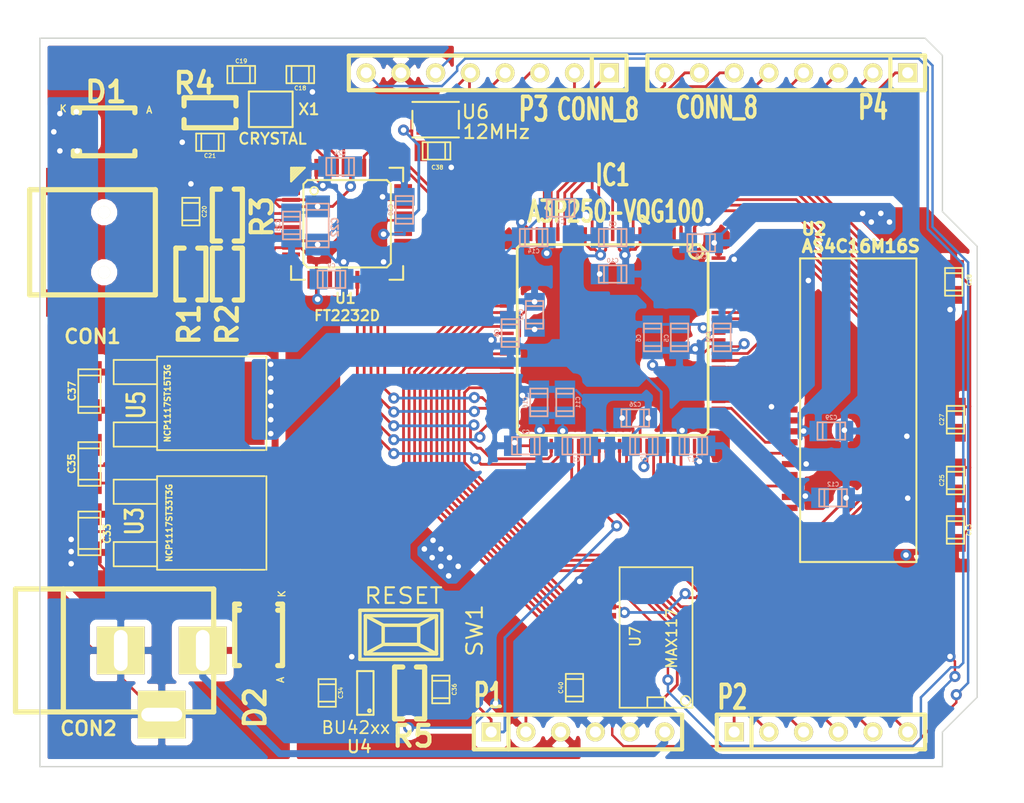
<source format=kicad_pcb>
(kicad_pcb (version 4) (host pcbnew 0.201503090816+5484~22~ubuntu14.04.1-product)
  (layers (0 F.Cu signal) (31 B.Cu signal) (34 B.Paste user) (35 F.Paste user) (36 B.SilkS user) (37 F.SilkS user) (38 B.Mask user) (39 F.Mask user) (44 Edge.Cuts user))
  (net 0 "")
  (net 1 GND)
  (net 2 +3.3V)
  (net 3 +1V5)
  (net 4 "Net-(C18-Pad1)")
  (net 5 "Net-(C19-Pad1)")
  (net 6 "Net-(C20-Pad1)")
  (net 7 "Net-(C21-Pad2)")
  (net 8 /ftdi/FTDI_VCC)
  (net 9 "Net-(C34-Pad1)")
  (net 10 /FPGA/nRESET)
  (net 11 "Net-(CON1-Pad2)")
  (net 12 "Net-(CON1-Pad3)")
  (net 13 /FPGA/TDO)
  (net 14 /FPGA/TRST)
  (net 15 /FPGA/RXD)
  (net 16 /ftdi/RXD)
  (net 17 /FPGA/TCK)
  (net 18 /FPGA/TDI)
  (net 19 /FPGA/TMS)
  (net 20 "Net-(R1-Pad1)")
  (net 21 "Net-(R2-Pad1)")
  (net 22 "Net-(R3-Pad2)")
  (net 23 /FPGA/D12)
  (net 24 /FPGA/D13)
  (net 25 /FPGA/D14)
  (net 26 /FPGA/D15)
  (net 27 /FPGA/A14)
  (net 28 /FPGA/A13)
  (net 29 /FPGA/A12)
  (net 30 /FPGA/A11)
  (net 31 /FPGA/A10)
  (net 32 /FPGA/A9)
  (net 33 /FPGA/A8)
  (net 34 /FPGA/A7)
  (net 35 /FPGA/A6)
  (net 36 /FPGA/A5)
  (net 37 /FPGA/A4)
  (net 38 /FPGA/A3)
  (net 39 /FPGA/A2)
  (net 40 /FPGA/A1)
  (net 41 /FPGA/A0)
  (net 42 /FPGA/DRAM_CLK)
  (net 43 /FPGA/D0)
  (net 44 /FPGA/D1)
  (net 45 /FPGA/D2)
  (net 46 /FPGA/D3)
  (net 47 /FPGA/D4)
  (net 48 /FPGA/D5)
  (net 49 /FPGA/D6)
  (net 50 /FPGA/D7)
  (net 51 /FPGA/D8)
  (net 52 /FPGA/D9)
  (net 53 /FPGA/D10)
  (net 54 /FPGA/D11)
  (net 55 /FPGA/DRAM_CKE)
  (net 56 /FPGA/DRAM_RAS)
  (net 57 /FPGA/DRAM_CAS)
  (net 58 /FPGA/DRAM_WE)
  (net 59 /FPGA/DRAM_CS)
  (net 60 /FPGA/DRAM_LDQM)
  (net 61 /FPGA/DRAM_UDQM)
  (net 62 /D0)
  (net 63 /D1)
  (net 64 /D2)
  (net 65 /D3)
  (net 66 /D4)
  (net 67 /D5)
  (net 68 /D7)
  (net 69 /D6)
  (net 70 /D8)
  (net 71 /D9)
  (net 72 /D11)
  (net 73 /D12)
  (net 74 /ADC/ADC_nEOC)
  (net 75 /ADC/ADC_nSTART)
  (net 76 /ADC/A0)
  (net 77 /ADC/A1)
  (net 78 /ADC/A2)
  (net 79 /FPGA/ADC_D0)
  (net 80 /FPGA/ADC_D1)
  (net 81 /FPGA/ADC_D2)
  (net 82 /FPGA/ADC_D3)
  (net 83 /FPGA/ADC_D4)
  (net 84 /FPGA/ADC_D5)
  (net 85 /FPGA/ADC_D6)
  (net 86 /FPGA/ADC_D7)
  (net 87 /ADC/AIN5)
  (net 88 /ADC/AIN4)
  (net 89 /ADC/AIN3)
  (net 90 /ADC/AIN0)
  (net 91 /ADC/AIN1)
  (net 92 /ADC/AIN2)
  (net 93 /ADC/REF+)
  (net 94 +5V)
  (net 95 /D10)
  (net 96 /ADC/AIN6)
  (net 97 VIN)
  (module SMD_Packages:VQFP100 (layer F.Cu) (at 59.817 37.592)
    (fp_text reference IC1 (at 0 -12.065) (layer F.SilkS) (effects (font (size 1.524 1.016) (thickness 0.3048))))
    (fp_text value A3P250-VQG100 (at 0.254 -9.398) (layer F.SilkS) (effects (font (size 1.524 1.016) (thickness 0.3048))))
    (pad 100 smd rect (at 7.747 -5.9944) (size 1.016 0.254) (layers F.Cu F.Paste F.Mask) (net 2 +3.3V))
    (pad 76 smd rect (at 7.747 5.9944) (size 1.016 0.254) (layers F.Cu F.Paste F.Mask) (net 54 /FPGA/D11))
    (pad 77 smd rect (at 7.747 5.4864) (size 1.016 0.254) (layers F.Cu F.Paste F.Mask) (net 53 /FPGA/D10))
    (pad 78 smd rect (at 7.747 5.0038) (size 1.016 0.254) (layers F.Cu F.Paste F.Mask) (net 52 /FPGA/D9))
    (pad 79 smd rect (at 7.747 4.4958) (size 1.016 0.254) (layers F.Cu F.Paste F.Mask) (net 51 /FPGA/D8))
    (pad 80 smd rect (at 7.747 3.9878) (size 1.016 0.254) (layers F.Cu F.Paste F.Mask) (net 61 /FPGA/DRAM_UDQM))
    (pad 81 smd rect (at 7.747 3.5052) (size 1.016 0.254) (layers F.Cu F.Paste F.Mask) (net 42 /FPGA/DRAM_CLK))
    (pad 82 smd rect (at 7.747 2.9972) (size 1.016 0.254) (layers F.Cu F.Paste F.Mask) (net 55 /FPGA/DRAM_CKE))
    (pad 83 smd rect (at 7.747 2.4892) (size 1.016 0.254) (layers F.Cu F.Paste F.Mask) (net 29 /FPGA/A12))
    (pad 84 smd rect (at 7.747 2.0066) (size 1.016 0.254) (layers F.Cu F.Paste F.Mask) (net 30 /FPGA/A11))
    (pad 85 smd rect (at 7.747 1.4986) (size 1.016 0.254) (layers F.Cu F.Paste F.Mask) (net 32 /FPGA/A9))
    (pad 86 smd rect (at 7.747 0.9906) (size 1.016 0.254) (layers F.Cu F.Paste F.Mask) (net 33 /FPGA/A8))
    (pad 87 smd rect (at 7.747 0.4826) (size 1.016 0.254) (layers F.Cu F.Paste F.Mask) (net 2 +3.3V))
    (pad 88 smd rect (at 7.747 0) (size 1.016 0.254) (layers F.Cu F.Paste F.Mask) (net 1 GND))
    (pad 89 smd rect (at 7.747 -0.508) (size 1.016 0.254) (layers F.Cu F.Paste F.Mask) (net 3 +1V5))
    (pad 90 smd rect (at 7.747 -1.016) (size 1.016 0.254) (layers F.Cu F.Paste F.Mask) (net 34 /FPGA/A7))
    (pad 91 smd rect (at 7.747 -1.4986) (size 1.016 0.254) (layers F.Cu F.Paste F.Mask) (net 35 /FPGA/A6))
    (pad 92 smd rect (at 7.747 -2.0066) (size 1.016 0.254) (layers F.Cu F.Paste F.Mask) (net 36 /FPGA/A5))
    (pad 93 smd rect (at 7.747 -2.5146) (size 1.016 0.254) (layers F.Cu F.Paste F.Mask) (net 37 /FPGA/A4))
    (pad 94 smd rect (at 7.747 -2.9972) (size 1.016 0.254) (layers F.Cu F.Paste F.Mask) (net 60 /FPGA/DRAM_LDQM))
    (pad 95 smd rect (at 7.747 -3.5052) (size 1.016 0.254) (layers F.Cu F.Paste F.Mask) (net 58 /FPGA/DRAM_WE))
    (pad 96 smd rect (at 7.747 -4.0132) (size 1.016 0.254) (layers F.Cu F.Paste F.Mask) (net 57 /FPGA/DRAM_CAS))
    (pad 97 smd rect (at 7.747 -4.4958) (size 1.016 0.254) (layers F.Cu F.Paste F.Mask) (net 56 /FPGA/DRAM_RAS))
    (pad 98 smd rect (at 7.747 -5.0038) (size 1.016 0.254) (layers F.Cu F.Paste F.Mask) (net 59 /FPGA/DRAM_CS))
    (pad 99 smd rect (at 7.747 -5.5118) (size 1.016 0.254) (layers F.Cu F.Paste F.Mask) (net 1 GND))
    (pad 75 smd rect (at 5.9944 7.747) (size 0.254 1.016) (layers F.Cu F.Paste F.Mask) (net 1 GND))
    (pad 51 smd rect (at -5.9944 7.747) (size 0.254 1.016) (layers F.Cu F.Paste F.Mask) (net 1 GND))
    (pad 52 smd rect (at -5.4864 7.747) (size 0.254 1.016) (layers F.Cu F.Paste F.Mask) (net 2 +3.3V))
    (pad 53 smd rect (at -5.0038 7.747) (size 0.254 1.016) (layers F.Cu F.Paste F.Mask))
    (pad 54 smd rect (at -4.4958 7.747) (size 0.254 1.016) (layers F.Cu F.Paste F.Mask) (net 13 /FPGA/TDO))
    (pad 55 smd rect (at -3.9878 7.747) (size 0.254 1.016) (layers F.Cu F.Paste F.Mask) (net 14 /FPGA/TRST))
    (pad 56 smd rect (at -3.5052 7.747) (size 0.254 1.016) (layers F.Cu F.Paste F.Mask) (net 2 +3.3V))
    (pad 57 smd rect (at -2.9972 7.747) (size 0.254 1.016) (layers F.Cu F.Paste F.Mask) (net 10 /FPGA/nRESET))
    (pad 58 smd rect (at -2.4892 7.747) (size 0.254 1.016) (layers F.Cu F.Paste F.Mask) (net 74 /ADC/ADC_nEOC))
    (pad 59 smd rect (at -2.0066 7.747) (size 0.254 1.016) (layers F.Cu F.Paste F.Mask) (net 43 /FPGA/D0))
    (pad 60 smd rect (at -1.4986 7.747) (size 0.254 1.016) (layers F.Cu F.Paste F.Mask) (net 44 /FPGA/D1))
    (pad 61 smd rect (at -0.9906 7.747) (size 0.254 1.016) (layers F.Cu F.Paste F.Mask) (net 45 /FPGA/D2))
    (pad 62 smd rect (at -0.4826 7.747) (size 0.254 1.016) (layers F.Cu F.Paste F.Mask) (net 46 /FPGA/D3))
    (pad 63 smd rect (at 0 7.747) (size 0.254 1.016) (layers F.Cu F.Paste F.Mask) (net 47 /FPGA/D4))
    (pad 64 smd rect (at 0.508 7.747) (size 0.254 1.016) (layers F.Cu F.Paste F.Mask) (net 48 /FPGA/D5))
    (pad 65 smd rect (at 1.016 7.747) (size 0.254 1.016) (layers F.Cu F.Paste F.Mask) (net 49 /FPGA/D6))
    (pad 66 smd rect (at 1.4986 7.747) (size 0.254 1.016) (layers F.Cu F.Paste F.Mask) (net 2 +3.3V))
    (pad 67 smd rect (at 2.0066 7.747) (size 0.254 1.016) (layers F.Cu F.Paste F.Mask) (net 1 GND))
    (pad 68 smd rect (at 2.5146 7.747) (size 0.254 1.016) (layers F.Cu F.Paste F.Mask) (net 3 +1V5))
    (pad 69 smd rect (at 2.9972 7.747) (size 0.254 1.016) (layers F.Cu F.Paste F.Mask) (net 50 /FPGA/D7))
    (pad 70 smd rect (at 3.5052 7.747) (size 0.254 1.016) (layers F.Cu F.Paste F.Mask) (net 26 /FPGA/D15))
    (pad 71 smd rect (at 4.0132 7.747) (size 0.254 1.016) (layers F.Cu F.Paste F.Mask) (net 25 /FPGA/D14))
    (pad 72 smd rect (at 4.4958 7.747) (size 0.254 1.016) (layers F.Cu F.Paste F.Mask) (net 24 /FPGA/D13))
    (pad 73 smd rect (at 5.0038 7.747) (size 0.254 1.016) (layers F.Cu F.Paste F.Mask) (net 23 /FPGA/D12))
    (pad 74 smd rect (at 5.5118 7.747) (size 0.254 1.016) (layers F.Cu F.Paste F.Mask) (net 2 +3.3V))
    (pad 1 smd rect (at 5.9944 -7.747) (size 0.254 1.016) (layers F.Cu F.Paste F.Mask) (net 1 GND))
    (pad 2 smd rect (at 5.4864 -7.747) (size 0.254 1.016) (layers F.Cu F.Paste F.Mask) (net 27 /FPGA/A14))
    (pad 3 smd rect (at 5.0038 -7.747) (size 0.254 1.016) (layers F.Cu F.Paste F.Mask) (net 28 /FPGA/A13))
    (pad 4 smd rect (at 4.4958 -7.747) (size 0.254 1.016) (layers F.Cu F.Paste F.Mask) (net 31 /FPGA/A10))
    (pad 5 smd rect (at 3.9878 -7.747) (size 0.254 1.016) (layers F.Cu F.Paste F.Mask) (net 41 /FPGA/A0))
    (pad 6 smd rect (at 3.5052 -7.747) (size 0.254 1.016) (layers F.Cu F.Paste F.Mask) (net 40 /FPGA/A1))
    (pad 7 smd rect (at 2.9972 -7.747) (size 0.254 1.016) (layers F.Cu F.Paste F.Mask) (net 39 /FPGA/A2))
    (pad 8 smd rect (at 2.4892 -7.747) (size 0.254 1.016) (layers F.Cu F.Paste F.Mask) (net 38 /FPGA/A3))
    (pad 9 smd rect (at 2.0066 -7.747) (size 0.254 1.016) (layers F.Cu F.Paste F.Mask) (net 1 GND))
    (pad 10 smd rect (at 1.4986 -7.747) (size 0.254 1.016) (layers F.Cu F.Paste F.Mask) (net 62 /D0))
    (pad 11 smd rect (at 0.9906 -7.747) (size 0.254 1.016) (layers F.Cu F.Paste F.Mask) (net 63 /D1))
    (pad 12 smd rect (at 0.4826 -7.747) (size 0.254 1.016) (layers F.Cu F.Paste F.Mask) (net 1 GND))
    (pad 13 smd rect (at 0 -7.747) (size 0.254 1.016) (layers F.Cu F.Paste F.Mask) (net 64 /D2))
    (pad 14 smd rect (at -0.508 -7.747) (size 0.254 1.016) (layers F.Cu F.Paste F.Mask) (net 3 +1V5))
    (pad 15 smd rect (at -1.016 -7.747) (size 0.254 1.016) (layers F.Cu F.Paste F.Mask) (net 65 /D3))
    (pad 16 smd rect (at -1.4986 -7.747) (size 0.254 1.016) (layers F.Cu F.Paste F.Mask) (net 66 /D4))
    (pad 17 smd rect (at -2.0066 -7.747) (size 0.254 1.016) (layers F.Cu F.Paste F.Mask) (net 3 +1V5))
    (pad 18 smd rect (at -2.5146 -7.747) (size 0.254 1.016) (layers F.Cu F.Paste F.Mask) (net 2 +3.3V))
    (pad 19 smd rect (at -2.9972 -7.747) (size 0.254 1.016) (layers F.Cu F.Paste F.Mask) (net 67 /D5))
    (pad 20 smd rect (at -3.5052 -7.747) (size 0.254 1.016) (layers F.Cu F.Paste F.Mask) (net 69 /D6))
    (pad 21 smd rect (at -4.0132 -7.747) (size 0.254 1.016) (layers F.Cu F.Paste F.Mask) (net 68 /D7))
    (pad 22 smd rect (at -4.4958 -7.747) (size 0.254 1.016) (layers F.Cu F.Paste F.Mask) (net 70 /D8))
    (pad 23 smd rect (at -5.0038 -7.747) (size 0.254 1.016) (layers F.Cu F.Paste F.Mask) (net 71 /D9))
    (pad 24 smd rect (at -5.5118 -7.747) (size 0.254 1.016) (layers F.Cu F.Paste F.Mask) (net 2 +3.3V))
    (pad 25 smd rect (at -5.9944 -7.747) (size 0.254 1.016) (layers F.Cu F.Paste F.Mask) (net 1 GND))
    (pad 26 smd rect (at -7.747 -5.9944) (size 1.016 0.254) (layers F.Cu F.Paste F.Mask) (net 95 /D10))
    (pad 27 smd rect (at -7.747 -5.4864) (size 1.016 0.254) (layers F.Cu F.Paste F.Mask) (net 72 /D11))
    (pad 28 smd rect (at -7.747 -5.0038) (size 1.016 0.254) (layers F.Cu F.Paste F.Mask) (net 73 /D12))
    (pad 29 smd rect (at -7.747 -4.4958) (size 1.016 0.254) (layers F.Cu F.Paste F.Mask) (net 15 /FPGA/RXD))
    (pad 30 smd rect (at -7.747 -3.9878) (size 1.016 0.254) (layers F.Cu F.Paste F.Mask) (net 16 /ftdi/RXD))
    (pad 31 smd rect (at -7.747 -3.5052) (size 1.016 0.254) (layers F.Cu F.Paste F.Mask) (net 76 /ADC/A0))
    (pad 32 smd rect (at -7.747 -2.9972) (size 1.016 0.254) (layers F.Cu F.Paste F.Mask) (net 77 /ADC/A1))
    (pad 33 smd rect (at -7.747 -2.4892) (size 1.016 0.254) (layers F.Cu F.Paste F.Mask) (net 78 /ADC/A2))
    (pad 34 smd rect (at -7.747 -2.0066) (size 1.016 0.254) (layers F.Cu F.Paste F.Mask) (net 86 /FPGA/ADC_D7))
    (pad 35 smd rect (at -7.747 -1.4986) (size 1.016 0.254) (layers F.Cu F.Paste F.Mask) (net 85 /FPGA/ADC_D6))
    (pad 36 smd rect (at -7.747 -0.9906) (size 1.016 0.254) (layers F.Cu F.Paste F.Mask) (net 84 /FPGA/ADC_D5))
    (pad 37 smd rect (at -7.747 -0.4826) (size 1.016 0.254) (layers F.Cu F.Paste F.Mask) (net 3 +1V5))
    (pad 38 smd rect (at -7.747 0) (size 1.016 0.254) (layers F.Cu F.Paste F.Mask) (net 1 GND))
    (pad 39 smd rect (at -7.747 0.508) (size 1.016 0.254) (layers F.Cu F.Paste F.Mask) (net 2 +3.3V))
    (pad 40 smd rect (at -7.747 1.016) (size 1.016 0.254) (layers F.Cu F.Paste F.Mask) (net 83 /FPGA/ADC_D4))
    (pad 41 smd rect (at -7.747 1.4986) (size 1.016 0.254) (layers F.Cu F.Paste F.Mask) (net 75 /ADC/ADC_nSTART))
    (pad 42 smd rect (at -7.747 2.0066) (size 1.016 0.254) (layers F.Cu F.Paste F.Mask) (net 79 /FPGA/ADC_D0))
    (pad 43 smd rect (at -7.747 2.5146) (size 1.016 0.254) (layers F.Cu F.Paste F.Mask) (net 80 /FPGA/ADC_D1))
    (pad 44 smd rect (at -7.747 2.9972) (size 1.016 0.254) (layers F.Cu F.Paste F.Mask) (net 81 /FPGA/ADC_D2))
    (pad 45 smd rect (at -7.747 3.5052) (size 1.016 0.254) (layers F.Cu F.Paste F.Mask) (net 82 /FPGA/ADC_D3))
    (pad 46 smd rect (at -7.747 4.0132) (size 1.016 0.254) (layers F.Cu F.Paste F.Mask) (net 1 GND))
    (pad 47 smd rect (at -7.747 4.4958) (size 1.016 0.254) (layers F.Cu F.Paste F.Mask) (net 17 /FPGA/TCK))
    (pad 48 smd rect (at -7.747 5.0038) (size 1.016 0.254) (layers F.Cu F.Paste F.Mask) (net 18 /FPGA/TDI))
    (pad 49 smd rect (at -7.747 5.5118) (size 1.016 0.254) (layers F.Cu F.Paste F.Mask) (net 19 /FPGA/TMS))
    (pad 50 smd rect (at -7.747 5.9944) (size 1.016 0.254) (layers F.Cu F.Paste F.Mask) (net 2 +3.3V))
  )
  (module Connect:SIL-6 (layer F.Cu) (at 57.277 66.294)
    (fp_text reference P1 (at -6.5405 -2.667) (layer F.SilkS) (effects (font (size 1.72974 1.08712) (thickness 0.3048))))
    (fp_text value CONN_6 hide)
    (pad 1 thru_hole rect (at -6.35 0) (size 1.397 1.397) (drill 0.8128) (layers *.Cu *.Mask F.SilkS) (net 10 /FPGA/nRESET))
    (pad 2 thru_hole circle (at -3.81 0) (size 1.397 1.397) (drill 0.8128) (layers *.Cu *.Mask F.SilkS) (net 2 +3.3V))
    (pad 3 thru_hole circle (at -1.27 0) (size 1.397 1.397) (drill 0.8128) (layers *.Cu *.Mask F.SilkS) (net 94 +5V))
    (pad 4 thru_hole circle (at 1.27 0) (size 1.397 1.397) (drill 0.8128) (layers *.Cu *.Mask F.SilkS) (net 1 GND))
    (pad 5 thru_hole circle (at 3.81 0) (size 1.397 1.397) (drill 0.8128) (layers *.Cu *.Mask F.SilkS) (net 1 GND))
    (pad 6 thru_hole circle (at 6.35 0) (size 1.397 1.397) (drill 0.8128) (layers *.Cu *.Mask F.SilkS) (net 97 VIN))
  )
  (module Capacitors_SMD:c_0805 (layer B.Cu) (at 57.15 45.339)
    (fp_text reference C1 (at 0 0.9906) (layer B.SilkS) (effects (font (size 0.29972 0.29972) (thickness 0.06096)) (justify mirror)))
    (fp_text value 33u hide)
    (pad 1 smd rect (at 0.9525 0) (size 1.30048 1.4986) (layers B.Cu B.Paste B.Mask) (net 1 GND))
    (pad 2 smd rect (at -0.9525 0) (size 1.30048 1.4986) (layers B.Cu B.Paste B.Mask) (net 2 +3.3V))
  )
  (module Capacitors_SMD:c_0805 (layer B.Cu) (at 53.467 45.339 180)
    (fp_text reference C2 (at 0 0.9906 180) (layer B.SilkS) (effects (font (size 0.29972 0.29972) (thickness 0.06096)) (justify mirror)))
    (fp_text value 10n hide)
    (pad 1 smd rect (at 0.9525 0 180) (size 1.30048 1.4986) (layers B.Cu B.Paste B.Mask) (net 1 GND))
    (pad 2 smd rect (at -0.9525 0 180) (size 1.30048 1.4986) (layers B.Cu B.Paste B.Mask) (net 2 +3.3V))
  )
  (module Capacitors_SMD:c_0805 (layer B.Cu) (at 59.817 30.099 180)
    (fp_text reference C3 (at 0 0.9906 180) (layer B.SilkS) (effects (font (size 0.29972 0.29972) (thickness 0.06096)) (justify mirror)))
    (fp_text value 100n hide)
    (pad 1 smd rect (at 0.9525 0 180) (size 1.30048 1.4986) (layers B.Cu B.Paste B.Mask) (net 3 +1V5))
    (pad 2 smd rect (at -0.9525 0 180) (size 1.30048 1.4986) (layers B.Cu B.Paste B.Mask) (net 1 GND))
  )
  (module Capacitors_SMD:c_0805 (layer B.Cu) (at 56.007 27.94)
    (fp_text reference C4 (at 0 0.9906) (layer B.SilkS) (effects (font (size 0.29972 0.29972) (thickness 0.06096)) (justify mirror)))
    (fp_text value 100n hide)
    (pad 1 smd rect (at 0.9525 0) (size 1.30048 1.4986) (layers B.Cu B.Paste B.Mask) (net 3 +1V5))
    (pad 2 smd rect (at -0.9525 0) (size 1.30048 1.4986) (layers B.Cu B.Paste B.Mask) (net 1 GND))
  )
  (module Capacitors_SMD:c_0805 (layer B.Cu) (at 64.7065 37.4015 90)
    (fp_text reference C5 (at -0.0635 -0.9525 90) (layer B.SilkS) (effects (font (size 0.29972 0.29972) (thickness 0.06096)) (justify mirror)))
    (fp_text value 100n hide)
    (pad 1 smd rect (at 0.9525 0 90) (size 1.30048 1.4986) (layers B.Cu B.Paste B.Mask) (net 3 +1V5))
    (pad 2 smd rect (at -0.9525 0 90) (size 1.30048 1.4986) (layers B.Cu B.Paste B.Mask) (net 1 GND))
  )
  (module Capacitors_SMD:c_0805 (layer B.Cu) (at 62.738 37.4015 90)
    (fp_text reference C6 (at -0.0635 -1.016 90) (layer B.SilkS) (effects (font (size 0.29972 0.29972) (thickness 0.06096)) (justify mirror)))
    (fp_text value 100n hide)
    (pad 1 smd rect (at 0.9525 0 90) (size 1.30048 1.4986) (layers B.Cu B.Paste B.Mask) (net 3 +1V5))
    (pad 2 smd rect (at -0.9525 0 90) (size 1.30048 1.4986) (layers B.Cu B.Paste B.Mask) (net 1 GND))
  )
  (module Capacitors_SMD:c_0805 (layer B.Cu) (at 62.103 45.339)
    (fp_text reference C7 (at 0 0.9906) (layer B.SilkS) (effects (font (size 0.29972 0.29972) (thickness 0.06096)) (justify mirror)))
    (fp_text value 100n hide)
    (pad 1 smd rect (at 0.9525 0) (size 1.30048 1.4986) (layers B.Cu B.Paste B.Mask) (net 3 +1V5))
    (pad 2 smd rect (at -0.9525 0) (size 1.30048 1.4986) (layers B.Cu B.Paste B.Mask) (net 1 GND))
  )
  (module Capacitors_SMD:c_0805 (layer B.Cu) (at 52.324 37.084 270)
    (fp_text reference C8 (at 0 0.9906 270) (layer B.SilkS) (effects (font (size 0.29972 0.29972) (thickness 0.06096)) (justify mirror)))
    (fp_text value 100n hide)
    (pad 1 smd rect (at 0.9525 0 270) (size 1.30048 1.4986) (layers B.Cu B.Paste B.Mask) (net 3 +1V5))
    (pad 2 smd rect (at -0.9525 0 270) (size 1.30048 1.4986) (layers B.Cu B.Paste B.Mask) (net 1 GND))
  )
  (module Capacitors_SMD:c_0805 (layer B.Cu) (at 39.243 33.147 180)
    (fp_text reference C9 (at 0 0.9906 180) (layer B.SilkS) (effects (font (size 0.29972 0.29972) (thickness 0.06096)) (justify mirror)))
    (fp_text value 100n hide)
    (pad 1 smd rect (at 0.9525 0 180) (size 1.30048 1.4986) (layers B.Cu B.Paste B.Mask) (net 2 +3.3V))
    (pad 2 smd rect (at -0.9525 0 180) (size 1.30048 1.4986) (layers B.Cu B.Paste B.Mask) (net 1 GND))
  )
  (module Capacitors_SMD:c_0805 (layer B.Cu) (at 59.817 32.766 180)
    (fp_text reference C10 (at 0 0.9906 180) (layer B.SilkS) (effects (font (size 0.29972 0.29972) (thickness 0.06096)) (justify mirror)))
    (fp_text value 100n hide)
    (pad 1 smd rect (at 0.9525 0 180) (size 1.30048 1.4986) (layers B.Cu B.Paste B.Mask) (net 2 +3.3V))
    (pad 2 smd rect (at -0.9525 0 180) (size 1.30048 1.4986) (layers B.Cu B.Paste B.Mask) (net 1 GND))
  )
  (module Capacitors_SMD:c_0805 (layer B.Cu) (at 56.3245 42.164 270)
    (fp_text reference C11 (at 0 -0.9525 270) (layer B.SilkS) (effects (font (size 0.29972 0.29972) (thickness 0.06096)) (justify mirror)))
    (fp_text value 100n hide)
    (pad 1 smd rect (at 0.9525 0 270) (size 1.30048 1.4986) (layers B.Cu B.Paste B.Mask) (net 2 +3.3V))
    (pad 2 smd rect (at -0.9525 0 270) (size 1.30048 1.4986) (layers B.Cu B.Paste B.Mask) (net 1 GND))
  )
  (module Capacitors_SMD:c_0805 (layer B.Cu) (at 75.946 49.149 180)
    (fp_text reference C12 (at 0 0.9906 180) (layer B.SilkS) (effects (font (size 0.29972 0.29972) (thickness 0.06096)) (justify mirror)))
    (fp_text value 100n hide)
    (pad 1 smd rect (at 0.9525 0 180) (size 1.30048 1.4986) (layers B.Cu B.Paste B.Mask) (net 2 +3.3V))
    (pad 2 smd rect (at -0.9525 0 180) (size 1.30048 1.4986) (layers B.Cu B.Paste B.Mask) (net 1 GND))
  )
  (module Capacitors_SMD:c_0805 (layer F.Cu) (at 84.8995 51.4985 270)
    (fp_text reference C13 (at 0 -0.9906 270) (layer F.SilkS) (effects (font (size 0.29972 0.29972) (thickness 0.06096))))
    (fp_text value 100n hide)
    (pad 1 smd rect (at 0.9525 0 270) (size 1.30048 1.4986) (layers F.Cu F.Paste F.Mask) (net 2 +3.3V))
    (pad 2 smd rect (at -0.9525 0 270) (size 1.30048 1.4986) (layers F.Cu F.Paste F.Mask) (net 1 GND))
  )
  (module Capacitors_SMD:c_0805 (layer B.Cu) (at 54.0385 30.099)
    (fp_text reference C14 (at 0 0.9906) (layer B.SilkS) (effects (font (size 0.29972 0.29972) (thickness 0.06096)) (justify mirror)))
    (fp_text value 10n hide)
    (pad 1 smd rect (at 0.9525 0) (size 1.30048 1.4986) (layers B.Cu B.Paste B.Mask) (net 2 +3.3V))
    (pad 2 smd rect (at -0.9525 0) (size 1.30048 1.4986) (layers B.Cu B.Paste B.Mask) (net 1 GND))
  )
  (module Capacitors_SMD:c_0805 (layer B.Cu) (at 66.294 30.48)
    (fp_text reference C15 (at 0 0.9906) (layer B.SilkS) (effects (font (size 0.29972 0.29972) (thickness 0.06096)) (justify mirror)))
    (fp_text value 10n hide)
    (pad 1 smd rect (at 0.9525 0) (size 1.30048 1.4986) (layers B.Cu B.Paste B.Mask) (net 2 +3.3V))
    (pad 2 smd rect (at -0.9525 0) (size 1.30048 1.4986) (layers B.Cu B.Paste B.Mask) (net 1 GND))
  )
  (module Capacitors_SMD:c_0805 (layer B.Cu) (at 54.4195 42.164 270)
    (fp_text reference C16 (at 0 0.9906 270) (layer B.SilkS) (effects (font (size 0.29972 0.29972) (thickness 0.06096)) (justify mirror)))
    (fp_text value 10n hide)
    (pad 1 smd rect (at 0.9525 0 270) (size 1.30048 1.4986) (layers B.Cu B.Paste B.Mask) (net 2 +3.3V))
    (pad 2 smd rect (at -0.9525 0 270) (size 1.30048 1.4986) (layers B.Cu B.Paste B.Mask) (net 1 GND))
  )
  (module Capacitors_SMD:c_0805 (layer B.Cu) (at 65.7225 45.339 180)
    (fp_text reference C17 (at 0 -1.016 180) (layer B.SilkS) (effects (font (size 0.29972 0.29972) (thickness 0.06096)) (justify mirror)))
    (fp_text value 10n hide)
    (pad 1 smd rect (at 0.9525 0 180) (size 1.30048 1.4986) (layers B.Cu B.Paste B.Mask) (net 2 +3.3V))
    (pad 2 smd rect (at -0.9525 0 180) (size 1.30048 1.4986) (layers B.Cu B.Paste B.Mask) (net 1 GND))
  )
  (module Capacitors_SMD:c_0805 (layer F.Cu) (at 36.957 18.161 180)
    (fp_text reference C18 (at 0 -0.9906 180) (layer F.SilkS) (effects (font (size 0.29972 0.29972) (thickness 0.06096))))
    (fp_text value 33n hide)
    (pad 1 smd rect (at 0.9525 0 180) (size 1.30048 1.4986) (layers F.Cu F.Paste F.Mask) (net 4 "Net-(C18-Pad1)"))
    (pad 2 smd rect (at -0.9525 0 180) (size 1.30048 1.4986) (layers F.Cu F.Paste F.Mask) (net 1 GND))
  )
  (module Capacitors_SMD:c_0805 (layer F.Cu) (at 32.639 18.161)
    (fp_text reference C19 (at 0 -0.9906) (layer F.SilkS) (effects (font (size 0.29972 0.29972) (thickness 0.06096))))
    (fp_text value 33n hide)
    (pad 1 smd rect (at 0.9525 0) (size 1.30048 1.4986) (layers F.Cu F.Paste F.Mask) (net 5 "Net-(C19-Pad1)"))
    (pad 2 smd rect (at -0.9525 0) (size 1.30048 1.4986) (layers F.Cu F.Paste F.Mask) (net 1 GND))
  )
  (module Capacitors_SMD:c_0805 (layer F.Cu) (at 28.956 28.194 270)
    (fp_text reference C20 (at 0 -0.9906 270) (layer F.SilkS) (effects (font (size 0.29972 0.29972) (thickness 0.06096))))
    (fp_text value 33n hide)
    (pad 1 smd rect (at 0.9525 0 270) (size 1.30048 1.4986) (layers F.Cu F.Paste F.Mask) (net 6 "Net-(C20-Pad1)"))
    (pad 2 smd rect (at -0.9525 0 270) (size 1.30048 1.4986) (layers F.Cu F.Paste F.Mask) (net 1 GND))
  )
  (module Capacitors_SMD:c_0805 (layer F.Cu) (at 30.353 23.114 180)
    (fp_text reference C21 (at 0 -0.9906 180) (layer F.SilkS) (effects (font (size 0.29972 0.29972) (thickness 0.06096))))
    (fp_text value 100n hide)
    (pad 1 smd rect (at 0.9525 0 180) (size 1.30048 1.4986) (layers F.Cu F.Paste F.Mask) (net 1 GND))
    (pad 2 smd rect (at -0.9525 0 180) (size 1.30048 1.4986) (layers F.Cu F.Paste F.Mask) (net 7 "Net-(C21-Pad2)"))
  )
  (module Capacitors_SMD:c_1206 (layer B.Cu) (at 38.227 29.21 270)
    (fp_text reference C22 (at 0.127 -1.27 270) (layer B.SilkS) (effects (font (size 0.50038 0.50038) (thickness 0.11938)) (justify mirror)))
    (fp_text value 10u hide)
    (pad 1 smd rect (at 1.397 0 270) (size 1.6002 1.8034) (layers B.Cu B.Paste B.Mask) (net 1 GND))
    (pad 2 smd rect (at -1.397 0 270) (size 1.6002 1.8034) (layers B.Cu B.Paste B.Mask) (net 8 /ftdi/FTDI_VCC))
  )
  (module Capacitors_SMD:c_0805 (layer B.Cu) (at 36.322 29.21 270)
    (fp_text reference C23 (at 0 0.9906 270) (layer B.SilkS) (effects (font (size 0.29972 0.29972) (thickness 0.06096)) (justify mirror)))
    (fp_text value 100n hide)
    (pad 1 smd rect (at 0.9525 0 270) (size 1.30048 1.4986) (layers B.Cu B.Paste B.Mask) (net 1 GND))
    (pad 2 smd rect (at -0.9525 0 270) (size 1.30048 1.4986) (layers B.Cu B.Paste B.Mask) (net 8 /ftdi/FTDI_VCC))
  )
  (module Capacitors_SMD:c_0805 (layer B.Cu) (at 39.878 24.892 180)
    (fp_text reference C24 (at 0 0.9906 180) (layer B.SilkS) (effects (font (size 0.29972 0.29972) (thickness 0.06096)) (justify mirror)))
    (fp_text value 100n hide)
    (pad 1 smd rect (at 0.9525 0 180) (size 1.30048 1.4986) (layers B.Cu B.Paste B.Mask) (net 1 GND))
    (pad 2 smd rect (at -0.9525 0 180) (size 1.30048 1.4986) (layers B.Cu B.Paste B.Mask) (net 8 /ftdi/FTDI_VCC))
  )
  (module Capacitors_SMD:c_0805 (layer F.Cu) (at 84.8995 47.879 90)
    (fp_text reference C25 (at 0 -0.9906 90) (layer F.SilkS) (effects (font (size 0.29972 0.29972) (thickness 0.06096))))
    (fp_text value 100n hide)
    (pad 1 smd rect (at 0.9525 0 90) (size 1.30048 1.4986) (layers F.Cu F.Paste F.Mask) (net 2 +3.3V))
    (pad 2 smd rect (at -0.9525 0 90) (size 1.30048 1.4986) (layers F.Cu F.Paste F.Mask) (net 1 GND))
  )
  (module Capacitors_SMD:c_0805 (layer B.Cu) (at 61.468 43.307 180)
    (fp_text reference C26 (at 0 0.9906 180) (layer B.SilkS) (effects (font (size 0.29972 0.29972) (thickness 0.06096)) (justify mirror)))
    (fp_text value 100n hide)
    (pad 1 smd rect (at 0.9525 0 180) (size 1.30048 1.4986) (layers B.Cu B.Paste B.Mask) (net 2 +3.3V))
    (pad 2 smd rect (at -0.9525 0 180) (size 1.30048 1.4986) (layers B.Cu B.Paste B.Mask) (net 1 GND))
  )
  (module Capacitors_SMD:c_0805 (layer F.Cu) (at 84.8995 43.434 90)
    (fp_text reference C27 (at 0 -0.9906 90) (layer F.SilkS) (effects (font (size 0.29972 0.29972) (thickness 0.06096))))
    (fp_text value 100n hide)
    (pad 1 smd rect (at 0.9525 0 90) (size 1.30048 1.4986) (layers F.Cu F.Paste F.Mask) (net 2 +3.3V))
    (pad 2 smd rect (at -0.9525 0 90) (size 1.30048 1.4986) (layers F.Cu F.Paste F.Mask) (net 1 GND))
  )
  (module Capacitors_SMD:c_0805 (layer F.Cu) (at 84.7725 33.3375 90)
    (fp_text reference C28 (at 0.127 1.143 90) (layer F.SilkS) (effects (font (size 0.29972 0.29972) (thickness 0.06096))))
    (fp_text value 100n hide)
    (pad 1 smd rect (at 0.9525 0 90) (size 1.30048 1.4986) (layers F.Cu F.Paste F.Mask) (net 2 +3.3V))
    (pad 2 smd rect (at -0.9525 0 90) (size 1.30048 1.4986) (layers F.Cu F.Paste F.Mask) (net 1 GND))
  )
  (module Capacitors_SMD:c_0805 (layer B.Cu) (at 75.819 44.2595 180)
    (fp_text reference C29 (at 0 0.9906 180) (layer B.SilkS) (effects (font (size 0.29972 0.29972) (thickness 0.06096)) (justify mirror)))
    (fp_text value 100n hide)
    (pad 1 smd rect (at 0.9525 0 180) (size 1.30048 1.4986) (layers B.Cu B.Paste B.Mask) (net 2 +3.3V))
    (pad 2 smd rect (at -0.9525 0 180) (size 1.30048 1.4986) (layers B.Cu B.Paste B.Mask) (net 1 GND))
  )
  (module Capacitors_SMD:c_0805 (layer B.Cu) (at 44.577 28.067 270)
    (fp_text reference C30 (at 0 0.9906 270) (layer B.SilkS) (effects (font (size 0.29972 0.29972) (thickness 0.06096)) (justify mirror)))
    (fp_text value 100n hide)
    (pad 1 smd rect (at 0.9525 0 270) (size 1.30048 1.4986) (layers B.Cu B.Paste B.Mask) (net 2 +3.3V))
    (pad 2 smd rect (at -0.9525 0 270) (size 1.30048 1.4986) (layers B.Cu B.Paste B.Mask) (net 1 GND))
  )
  (module Capacitors_SMD:c_0805 (layer B.Cu) (at 67.818 37.4015 270)
    (fp_text reference C31 (at 0 0.9906 270) (layer B.SilkS) (effects (font (size 0.29972 0.29972) (thickness 0.06096)) (justify mirror)))
    (fp_text value 100n hide)
    (pad 1 smd rect (at 0.9525 0 270) (size 1.30048 1.4986) (layers B.Cu B.Paste B.Mask) (net 2 +3.3V))
    (pad 2 smd rect (at -0.9525 0 270) (size 1.30048 1.4986) (layers B.Cu B.Paste B.Mask) (net 1 GND))
  )
  (module Capacitors_SMD:c_0805 (layer B.Cu) (at 54.102 35.7505 270)
    (fp_text reference C32 (at 0 0.9906 270) (layer B.SilkS) (effects (font (size 0.29972 0.29972) (thickness 0.06096)) (justify mirror)))
    (fp_text value 100n hide)
    (pad 1 smd rect (at 0.9525 0 270) (size 1.30048 1.4986) (layers B.Cu B.Paste B.Mask) (net 2 +3.3V))
    (pad 2 smd rect (at -0.9525 0 270) (size 1.30048 1.4986) (layers B.Cu B.Paste B.Mask) (net 1 GND))
  )
  (module Capacitors_SMD:c_1206 (layer F.Cu) (at 21.5265 51.7525 270)
    (fp_text reference C33 (at 0.0254 -1.2954 270) (layer F.SilkS) (effects (font (size 0.50038 0.50038) (thickness 0.11938))))
    (fp_text value 10u hide)
    (pad 1 smd rect (at 1.397 0 270) (size 1.6002 1.8034) (layers F.Cu F.Paste F.Mask) (net 94 +5V))
    (pad 2 smd rect (at -1.397 0 270) (size 1.6002 1.8034) (layers F.Cu F.Paste F.Mask) (net 1 GND))
  )
  (module Capacitors_SMD:c_0805 (layer F.Cu) (at 38.9255 63.4365 270)
    (fp_text reference C34 (at 0 -0.9906 270) (layer F.SilkS) (effects (font (size 0.29972 0.29972) (thickness 0.06096))))
    (fp_text value 100n hide)
    (pad 1 smd rect (at 0.9525 0 270) (size 1.30048 1.4986) (layers F.Cu F.Paste F.Mask) (net 9 "Net-(C34-Pad1)"))
    (pad 2 smd rect (at -0.9525 0 270) (size 1.30048 1.4986) (layers F.Cu F.Paste F.Mask) (net 1 GND))
  )
  (module Capacitors_SMD:c_1206 (layer F.Cu) (at 21.5265 46.6725 90)
    (fp_text reference C35 (at 0.0254 -1.2954 90) (layer F.SilkS) (effects (font (size 0.50038 0.50038) (thickness 0.11938))))
    (fp_text value 4u7 hide)
    (pad 1 smd rect (at 1.397 0 90) (size 1.6002 1.8034) (layers F.Cu F.Paste F.Mask) (net 2 +3.3V))
    (pad 2 smd rect (at -1.397 0 90) (size 1.6002 1.8034) (layers F.Cu F.Paste F.Mask) (net 1 GND))
  )
  (module Capacitors_SMD:c_0805 (layer F.Cu) (at 47.244 63.1825 270)
    (fp_text reference C36 (at 0 -0.9906 270) (layer F.SilkS) (effects (font (size 0.29972 0.29972) (thickness 0.06096))))
    (fp_text value 1u hide)
    (pad 1 smd rect (at 0.9525 0 270) (size 1.30048 1.4986) (layers F.Cu F.Paste F.Mask) (net 10 /FPGA/nRESET))
    (pad 2 smd rect (at -0.9525 0 270) (size 1.30048 1.4986) (layers F.Cu F.Paste F.Mask) (net 1 GND))
  )
  (module Capacitors_SMD:c_1206 (layer F.Cu) (at 21.5265 41.3385 270)
    (fp_text reference C37 (at 0 1.27 270) (layer F.SilkS) (effects (font (size 0.50038 0.50038) (thickness 0.11938))))
    (fp_text value 4u7 hide)
    (pad 1 smd rect (at 1.397 0 270) (size 1.6002 1.8034) (layers F.Cu F.Paste F.Mask) (net 3 +1V5))
    (pad 2 smd rect (at -1.397 0 270) (size 1.6002 1.8034) (layers F.Cu F.Paste F.Mask) (net 1 GND))
  )
  (module Connect:USB_MINI_B (layer F.Cu) (at 21.7551 30.43936)
    (fp_text reference CON1 (at 0 6.90118) (layer F.SilkS) (effects (font (size 1.016 1.016) (thickness 0.2032))))
    (fp_text value USB-MINI-B hide)
    (pad 1 smd rect (at 3.44932 -1.6002) (size 2.30124 0.50038) (layers F.Cu F.Paste F.Mask) (net 8 /ftdi/FTDI_VCC))
    (pad 2 smd rect (at 3.44932 -0.8001) (size 2.30124 0.50038) (layers F.Cu F.Paste F.Mask) (net 11 "Net-(CON1-Pad2)"))
    (pad 3 smd rect (at 3.44932 0) (size 2.30124 0.50038) (layers F.Cu F.Paste F.Mask) (net 12 "Net-(CON1-Pad3)"))
    (pad 4 smd rect (at 3.44932 0.8001) (size 2.30124 0.50038) (layers F.Cu F.Paste F.Mask))
    (pad 5 smd rect (at 3.44932 1.6002) (size 2.30124 0.50038) (layers F.Cu F.Paste F.Mask) (net 1 GND))
    (pad 6 smd rect (at 3.35026 -4.45008) (size 2.49936 1.99898) (layers F.Cu F.Paste F.Mask) (net 1 GND))
    (pad 7 smd rect (at -2.14884 -4.45008) (size 2.49936 1.99898) (layers F.Cu F.Paste F.Mask) (net 1 GND))
    (pad 8 smd rect (at 3.35026 4.45008) (size 2.49936 1.99898) (layers F.Cu F.Paste F.Mask) (net 1 GND))
    (pad 9 smd rect (at -2.14884 4.45008) (size 2.49936 1.99898) (layers F.Cu F.Paste F.Mask) (net 1 GND))
    (pad "" np_thru_hole circle (at 0.8509 -2.19964) (size 0.89916 0.89916) (drill 0.89916) (layers *.Cu *.Mask F.SilkS))
    (pad "" np_thru_hole circle (at 0.8509 2.19964) (size 0.89916 0.89916) (drill 0.89916) (layers *.Cu *.Mask F.SilkS))
  )
  (module Connect:BARREL_JACK (layer F.Cu) (at 23.622 60.325)
    (fp_text reference CON2 (at -2.159 5.715 180) (layer F.SilkS) (effects (font (size 1.016 1.016) (thickness 0.2032))))
    (fp_text value BARREL_JACK hide)
    (pad 1 thru_hole rect (at 6.20014 0) (size 3.50012 3.50012) (drill oval 1.00076 2.99974) (layers *.Cu *.Mask F.SilkS) (net 97 VIN))
    (pad 2 thru_hole rect (at 0.20066 0) (size 3.50012 3.50012) (drill oval 1.00076 2.99974) (layers *.Cu *.Mask F.SilkS) (net 1 GND))
    (pad 3 thru_hole rect (at 3.2004 4.699) (size 3.50012 3.50012) (drill oval 2.99974 1.00076) (layers *.Cu *.Mask F.SilkS) (net 1 GND))
  )
  (module switchs:smd_push (layer F.Cu) (at 44.323 59.182)
    (fp_text reference SW1 (at 5.3975 -0.3175 270) (layer F.SilkS) (effects (font (size 1.143 1.27) (thickness 0.1524))))
    (fp_text value RESET (at 0.1905 -2.8575) (layer F.SilkS) (effects (font (size 1.143 1.27) (thickness 0.1524))))
    (pad 1 smd rect (at -3.59918 0) (size 1.00076 1.00076) (layers F.Cu F.Paste F.Mask) (net 1 GND))
    (pad 2 smd rect (at 3.59918 0) (size 1.00076 1.00076) (layers F.Cu F.Paste F.Mask) (net 10 /FPGA/nRESET))
  )
  (module Housings_QFP:lqfp-48 (layer F.Cu) (at 40.386 29.083 270)
    (fp_text reference U1 (at 5.461 0.127 360) (layer F.SilkS) (effects (font (size 0.7493 0.7493) (thickness 0.14986))))
    (fp_text value FT2232D (at 6.731 0 360) (layer F.SilkS) (effects (font (size 0.7493 0.7493) (thickness 0.14986))))
    (pad 4 smd rect (at -1.24968 4.09956 270) (size 0.29972 1.30048) (layers F.Cu F.Paste F.Mask) (net 8 /ftdi/FTDI_VCC))
    (pad 5 smd rect (at -0.7493 4.09956 270) (size 0.29972 1.30048) (layers F.Cu F.Paste F.Mask) (net 22 "Net-(R3-Pad2)"))
    (pad 6 smd rect (at -0.24892 4.09956 270) (size 0.29972 1.30048) (layers F.Cu F.Paste F.Mask) (net 6 "Net-(C20-Pad1)"))
    (pad 7 smd rect (at 0.24892 4.09956 270) (size 0.29972 1.30048) (layers F.Cu F.Paste F.Mask) (net 21 "Net-(R2-Pad1)"))
    (pad 8 smd rect (at 0.7493 4.09956 270) (size 0.29972 1.30048) (layers F.Cu F.Paste F.Mask) (net 20 "Net-(R1-Pad1)"))
    (pad 1 smd rect (at -2.75082 4.09956 270) (size 0.29972 1.30048) (layers F.Cu F.Paste F.Mask))
    (pad 2 smd rect (at -2.25044 4.09956 270) (size 0.29972 1.30048) (layers F.Cu F.Paste F.Mask))
    (pad 3 smd rect (at -1.75006 4.09956 270) (size 0.29972 1.30048) (layers F.Cu F.Paste F.Mask) (net 8 /ftdi/FTDI_VCC))
    (pad 13 smd rect (at 4.09956 2.75082 270) (size 1.30048 0.29972) (layers F.Cu F.Paste F.Mask))
    (pad 14 smd rect (at 4.09956 2.25044 270) (size 1.30048 0.29972) (layers F.Cu F.Paste F.Mask) (net 2 +3.3V))
    (pad 15 smd rect (at 4.09956 1.75006 270) (size 1.30048 0.29972) (layers F.Cu F.Paste F.Mask))
    (pad 16 smd rect (at 4.09956 1.24968 270) (size 1.30048 0.29972) (layers F.Cu F.Paste F.Mask))
    (pad 17 smd rect (at 4.09956 0.7493 270) (size 1.30048 0.29972) (layers F.Cu F.Paste F.Mask))
    (pad 18 smd rect (at 4.09956 0.24892 270) (size 1.30048 0.29972) (layers F.Cu F.Paste F.Mask) (net 1 GND))
    (pad 19 smd rect (at 4.09956 -0.24892 270) (size 1.30048 0.29972) (layers F.Cu F.Paste F.Mask))
    (pad 20 smd rect (at 4.09956 -0.7493 270) (size 1.30048 0.29972) (layers F.Cu F.Paste F.Mask) (net 14 /FPGA/TRST))
    (pad 25 smd rect (at 2.75082 -4.09956 270) (size 0.29972 1.30048) (layers F.Cu F.Paste F.Mask) (net 1 GND))
    (pad 26 smd rect (at 2.25044 -4.09956 270) (size 0.29972 1.30048) (layers F.Cu F.Paste F.Mask) (net 2 +3.3V))
    (pad 27 smd rect (at 1.75006 -4.09956 270) (size 0.29972 1.30048) (layers F.Cu F.Paste F.Mask))
    (pad 28 smd rect (at 1.24968 -4.09956 270) (size 0.29972 1.30048) (layers F.Cu F.Paste F.Mask))
    (pad 29 smd rect (at 0.7493 -4.09956 270) (size 0.29972 1.30048) (layers F.Cu F.Paste F.Mask))
    (pad 30 smd rect (at 0.24892 -4.09956 270) (size 0.29972 1.30048) (layers F.Cu F.Paste F.Mask))
    (pad 31 smd rect (at -0.24892 -4.09956 270) (size 0.29972 1.30048) (layers F.Cu F.Paste F.Mask) (net 2 +3.3V))
    (pad 32 smd rect (at -0.7493 -4.09956 270) (size 0.29972 1.30048) (layers F.Cu F.Paste F.Mask))
    (pad 37 smd rect (at -4.09956 -2.75082 270) (size 1.30048 0.29972) (layers F.Cu F.Paste F.Mask))
    (pad 38 smd rect (at -4.09956 -2.25044 270) (size 1.30048 0.29972) (layers F.Cu F.Paste F.Mask))
    (pad 39 smd rect (at -4.09956 -1.75006 270) (size 1.30048 0.29972) (layers F.Cu F.Paste F.Mask) (net 16 /ftdi/RXD))
    (pad 40 smd rect (at -4.09956 -1.24968 270) (size 1.30048 0.29972) (layers F.Cu F.Paste F.Mask) (net 15 /FPGA/RXD))
    (pad 41 smd rect (at -4.09956 -0.7493 270) (size 1.30048 0.29972) (layers F.Cu F.Paste F.Mask))
    (pad 42 smd rect (at -4.09956 -0.24892 270) (size 1.30048 0.29972) (layers F.Cu F.Paste F.Mask) (net 8 /ftdi/FTDI_VCC))
    (pad 43 smd rect (at -4.09956 0.24892 270) (size 1.30048 0.29972) (layers F.Cu F.Paste F.Mask) (net 4 "Net-(C18-Pad1)"))
    (pad 44 smd rect (at -4.09956 0.7493 270) (size 1.30048 0.29972) (layers F.Cu F.Paste F.Mask) (net 5 "Net-(C19-Pad1)"))
    (pad 9 smd rect (at 1.24968 4.09956 270) (size 0.29972 1.30048) (layers F.Cu F.Paste F.Mask) (net 1 GND))
    (pad 10 smd rect (at 1.75006 4.09956 270) (size 0.29972 1.30048) (layers F.Cu F.Paste F.Mask) (net 2 +3.3V))
    (pad 11 smd rect (at 2.25044 4.09956 270) (size 0.29972 1.30048) (layers F.Cu F.Paste F.Mask))
    (pad 12 smd rect (at 2.75082 4.09956 270) (size 0.29972 1.30048) (layers F.Cu F.Paste F.Mask))
    (pad 21 smd rect (at 4.09956 -1.24968 270) (size 1.30048 0.29972) (layers F.Cu F.Paste F.Mask) (net 19 /FPGA/TMS))
    (pad 22 smd rect (at 4.09956 -1.75006 270) (size 1.30048 0.29972) (layers F.Cu F.Paste F.Mask) (net 13 /FPGA/TDO))
    (pad 23 smd rect (at 4.09956 -2.25044 270) (size 1.30048 0.29972) (layers F.Cu F.Paste F.Mask) (net 18 /FPGA/TDI))
    (pad 24 smd rect (at 4.09956 -2.75082 270) (size 1.30048 0.29972) (layers F.Cu F.Paste F.Mask) (net 17 /FPGA/TCK))
    (pad 33 smd rect (at -1.24968 -4.09956 270) (size 0.29972 1.30048) (layers F.Cu F.Paste F.Mask))
    (pad 34 smd rect (at -1.75006 -4.09956 270) (size 0.29972 1.30048) (layers F.Cu F.Paste F.Mask) (net 1 GND))
    (pad 35 smd rect (at -2.25044 -4.09956 270) (size 0.29972 1.30048) (layers F.Cu F.Paste F.Mask))
    (pad 36 smd rect (at -2.75082 -4.09956 270) (size 0.29972 1.30048) (layers F.Cu F.Paste F.Mask))
    (pad 45 smd rect (at -4.09956 1.24968 270) (size 1.30048 0.29972) (layers F.Cu F.Paste F.Mask) (net 1 GND))
    (pad 46 smd rect (at -4.09956 1.75006 270) (size 1.30048 0.29972) (layers F.Cu F.Paste F.Mask) (net 7 "Net-(C21-Pad2)"))
    (pad 47 smd rect (at -4.09956 2.25044 270) (size 1.30048 0.29972) (layers F.Cu F.Paste F.Mask) (net 1 GND))
    (pad 48 smd rect (at -4.09956 2.75082 270) (size 1.30048 0.29972) (layers F.Cu F.Paste F.Mask))
  )
  (module Crystals_Oscillators_SMD:crystal_FA238-TSX3225 (layer F.Cu) (at 34.798 20.701 180)
    (fp_text reference X1 (at -2.794 0 180) (layer F.SilkS) (effects (font (size 0.8 0.8))))
    (fp_text value CRYSTAL (at -0.127 -2.159 180) (layer F.SilkS) (effects (font (size 0.8 0.8))))
    (pad 1 smd rect (at -1.1 0.8 180) (size 1.4 1.2) (layers F.Cu F.Paste F.Mask) (net 4 "Net-(C18-Pad1)"))
    (pad 3 smd rect (at 1.1 0.8 180) (size 1.4 1.2) (layers F.Cu F.Paste F.Mask))
    (pad 3 smd rect (at -1.1 -0.8 180) (size 1.4 1.2) (layers F.Cu F.Paste F.Mask))
    (pad 2 smd rect (at 1.1 -0.8 180) (size 1.4 1.2) (layers F.Cu F.Paste F.Mask) (net 5 "Net-(C19-Pad1)"))
  )
  (module local:TSOP_II_54 (layer F.Cu) (at 82.931 53.086 90)
    (fp_text reference U2 (at 23.622 -8.382 360) (layer F.SilkS) (effects (font (size 0.889 0.889) (thickness 0.3048))))
    (fp_text value AS4C16M16S (at 22.352 -4.953 360) (layer F.SilkS) (effects (font (size 0.889 0.889) (thickness 0.3048))))
    (pad 1 smd rect (at 0 0 90) (size 0.4572 1.15062) (layers F.Cu F.Paste F.Mask) (net 2 +3.3V))
    (pad 2 smd rect (at 0.8001 0 90) (size 0.4572 1.15062) (layers F.Cu F.Paste F.Mask) (net 43 /FPGA/D0))
    (pad 3 smd rect (at 1.6002 0 90) (size 0.4572 1.15062) (layers F.Cu F.Paste F.Mask) (net 2 +3.3V))
    (pad 4 smd rect (at 2.4003 0 90) (size 0.4572 1.15062) (layers F.Cu F.Paste F.Mask) (net 44 /FPGA/D1))
    (pad 5 smd rect (at 3.2004 0 90) (size 0.4572 1.15062) (layers F.Cu F.Paste F.Mask) (net 45 /FPGA/D2))
    (pad 6 smd rect (at 4.0005 0 90) (size 0.4572 1.15062) (layers F.Cu F.Paste F.Mask) (net 1 GND))
    (pad 7 smd rect (at 4.8006 0 90) (size 0.4572 1.15062) (layers F.Cu F.Paste F.Mask) (net 46 /FPGA/D3))
    (pad 8 smd rect (at 5.6007 0 90) (size 0.4572 1.15062) (layers F.Cu F.Paste F.Mask) (net 47 /FPGA/D4))
    (pad 9 smd rect (at 6.4008 0 90) (size 0.4572 1.15062) (layers F.Cu F.Paste F.Mask) (net 2 +3.3V))
    (pad 10 smd rect (at 7.2009 0 90) (size 0.4572 1.15062) (layers F.Cu F.Paste F.Mask) (net 48 /FPGA/D5))
    (pad 11 smd rect (at 8.001 0 90) (size 0.4572 1.15062) (layers F.Cu F.Paste F.Mask) (net 49 /FPGA/D6))
    (pad 12 smd rect (at 8.8011 0 90) (size 0.4572 1.15062) (layers F.Cu F.Paste F.Mask) (net 1 GND))
    (pad 13 smd rect (at 9.6012 0 90) (size 0.4572 1.15062) (layers F.Cu F.Paste F.Mask) (net 50 /FPGA/D7))
    (pad 14 smd rect (at 10.4013 0 90) (size 0.4572 1.15062) (layers F.Cu F.Paste F.Mask) (net 2 +3.3V))
    (pad 15 smd rect (at 11.2014 0 90) (size 0.4572 1.15062) (layers F.Cu F.Paste F.Mask) (net 60 /FPGA/DRAM_LDQM))
    (pad 16 smd rect (at 12.0015 0 90) (size 0.4572 1.15062) (layers F.Cu F.Paste F.Mask) (net 58 /FPGA/DRAM_WE))
    (pad 17 smd rect (at 12.8016 0 90) (size 0.4572 1.15062) (layers F.Cu F.Paste F.Mask) (net 57 /FPGA/DRAM_CAS))
    (pad 18 smd rect (at 13.6017 0 90) (size 0.4572 1.15062) (layers F.Cu F.Paste F.Mask) (net 56 /FPGA/DRAM_RAS))
    (pad 19 smd rect (at 14.4018 0 90) (size 0.4572 1.15062) (layers F.Cu F.Paste F.Mask) (net 59 /FPGA/DRAM_CS))
    (pad 20 smd rect (at 15.2019 0 90) (size 0.4572 1.15062) (layers F.Cu F.Paste F.Mask) (net 27 /FPGA/A14))
    (pad 21 smd rect (at 16.002 0 90) (size 0.4572 1.15062) (layers F.Cu F.Paste F.Mask) (net 28 /FPGA/A13))
    (pad 22 smd rect (at 16.8021 0 90) (size 0.4572 1.15062) (layers F.Cu F.Paste F.Mask) (net 31 /FPGA/A10))
    (pad 23 smd rect (at 17.6022 0 90) (size 0.4572 1.15062) (layers F.Cu F.Paste F.Mask) (net 41 /FPGA/A0))
    (pad 24 smd rect (at 18.4023 0 90) (size 0.4572 1.15062) (layers F.Cu F.Paste F.Mask) (net 40 /FPGA/A1))
    (pad 25 smd rect (at 19.2024 0 90) (size 0.4572 1.15062) (layers F.Cu F.Paste F.Mask) (net 39 /FPGA/A2))
    (pad 26 smd rect (at 20.0025 0 90) (size 0.4572 1.15062) (layers F.Cu F.Paste F.Mask) (net 38 /FPGA/A3))
    (pad 27 smd rect (at 20.8026 0 90) (size 0.4572 1.15062) (layers F.Cu F.Paste F.Mask) (net 2 +3.3V))
    (pad 28 smd rect (at 20.8026 -10.16 270) (size 0.4572 1.15062) (layers F.Cu F.Paste F.Mask) (net 1 GND))
    (pad 29 smd rect (at 20.0025 -10.16 270) (size 0.4572 1.15062) (layers F.Cu F.Paste F.Mask) (net 37 /FPGA/A4))
    (pad 30 smd rect (at 19.2024 -10.16 270) (size 0.4572 1.15062) (layers F.Cu F.Paste F.Mask) (net 36 /FPGA/A5))
    (pad 31 smd rect (at 18.4023 -10.16 270) (size 0.4572 1.15062) (layers F.Cu F.Paste F.Mask) (net 35 /FPGA/A6))
    (pad 32 smd rect (at 17.6022 -10.16 270) (size 0.4572 1.15062) (layers F.Cu F.Paste F.Mask) (net 34 /FPGA/A7))
    (pad 33 smd rect (at 16.8021 -10.16 270) (size 0.4572 1.15062) (layers F.Cu F.Paste F.Mask) (net 33 /FPGA/A8))
    (pad 34 smd rect (at 16.002 -10.16 270) (size 0.4572 1.15062) (layers F.Cu F.Paste F.Mask) (net 32 /FPGA/A9))
    (pad 35 smd rect (at 15.2019 -10.16 270) (size 0.4572 1.15062) (layers F.Cu F.Paste F.Mask) (net 30 /FPGA/A11))
    (pad 36 smd rect (at 14.4018 -10.16 270) (size 0.4572 1.15062) (layers F.Cu F.Paste F.Mask) (net 29 /FPGA/A12))
    (pad 37 smd rect (at 13.6017 -10.16 270) (size 0.4572 1.15062) (layers F.Cu F.Paste F.Mask) (net 55 /FPGA/DRAM_CKE))
    (pad 38 smd rect (at 12.8016 -10.16 270) (size 0.4572 1.15062) (layers F.Cu F.Paste F.Mask) (net 42 /FPGA/DRAM_CLK))
    (pad 39 smd rect (at 12.0015 -10.16 270) (size 0.4572 1.15062) (layers F.Cu F.Paste F.Mask) (net 61 /FPGA/DRAM_UDQM))
    (pad 40 smd rect (at 11.2014 -10.16 270) (size 0.4572 1.15062) (layers F.Cu F.Paste F.Mask))
    (pad 41 smd rect (at 10.4013 -10.16 270) (size 0.4572 1.15062) (layers F.Cu F.Paste F.Mask) (net 1 GND))
    (pad 42 smd rect (at 9.6012 -10.16 270) (size 0.4572 1.15062) (layers F.Cu F.Paste F.Mask) (net 51 /FPGA/D8))
    (pad 43 smd rect (at 8.8011 -10.16 270) (size 0.4572 1.15062) (layers F.Cu F.Paste F.Mask) (net 2 +3.3V))
    (pad 44 smd rect (at 8.001 -10.16 270) (size 0.4572 1.15062) (layers F.Cu F.Paste F.Mask) (net 52 /FPGA/D9))
    (pad 45 smd rect (at 7.2009 -10.16 270) (size 0.4572 1.15062) (layers F.Cu F.Paste F.Mask) (net 53 /FPGA/D10))
    (pad 46 smd rect (at 6.4008 -10.16 270) (size 0.4572 1.15062) (layers F.Cu F.Paste F.Mask) (net 1 GND))
    (pad 47 smd rect (at 5.6007 -10.16 270) (size 0.4572 1.15062) (layers F.Cu F.Paste F.Mask) (net 54 /FPGA/D11))
    (pad 48 smd rect (at 4.8006 -10.16 270) (size 0.4572 1.15062) (layers F.Cu F.Paste F.Mask) (net 23 /FPGA/D12))
    (pad 49 smd rect (at 4.0005 -10.16 270) (size 0.4572 1.15062) (layers F.Cu F.Paste F.Mask) (net 2 +3.3V))
    (pad 50 smd rect (at 3.2004 -10.16 270) (size 0.4572 1.15062) (layers F.Cu F.Paste F.Mask) (net 24 /FPGA/D13))
    (pad 51 smd rect (at 2.4003 -10.16 270) (size 0.4572 1.15062) (layers F.Cu F.Paste F.Mask) (net 25 /FPGA/D14))
    (pad 52 smd rect (at 1.6002 -10.16 270) (size 0.4572 1.15062) (layers F.Cu F.Paste F.Mask) (net 1 GND))
    (pad 53 smd rect (at 0.8001 -10.16 270) (size 0.4572 1.15062) (layers F.Cu F.Paste F.Mask) (net 26 /FPGA/D15))
    (pad 54 smd rect (at 0 -10.16 270) (size 0.4572 1.15062) (layers F.Cu F.Paste F.Mask) (net 1 GND))
  )
  (module local:SSOP-5 (layer F.Cu) (at 41.7195 63.4365 90)
    (fp_text reference U4 (at -3.937 -0.4445 180) (layer F.SilkS) (effects (font (size 0.9 0.9))))
    (fp_text value BU42xx (at -2.54 -0.6985 180) (layer F.SilkS) (effects (font (size 0.9 0.9) (thickness 0.125))))
    (pad 1 smd rect (at -0.99 1.2 90) (size 0.6 1) (layers F.Cu F.Paste F.Mask) (net 10 /FPGA/nRESET))
    (pad 2 smd rect (at 0 1.2 90) (size 0.6 1) (layers F.Cu F.Paste F.Mask) (net 2 +3.3V))
    (pad 3 smd rect (at 0.99 1.2 90) (size 0.6 1) (layers F.Cu F.Paste F.Mask) (net 1 GND))
    (pad 4 smd rect (at 0.99 -1.2 90) (size 0.6 1) (layers F.Cu F.Paste F.Mask))
    (pad 5 smd rect (at -0.99 -1.2 90) (size 0.6 1) (layers F.Cu F.Paste F.Mask) (net 9 "Net-(C34-Pad1)"))
  )
  (module Capacitors_SMD:c_0805 (layer F.Cu) (at 57.023 63.0555 90)
    (fp_text reference C40 (at 0 -0.9906 90) (layer F.SilkS) (effects (font (size 0.29972 0.29972) (thickness 0.06096))))
    (fp_text value 100n hide)
    (pad 1 smd rect (at 0.9525 0 90) (size 1.30048 1.4986) (layers F.Cu F.Paste F.Mask) (net 2 +3.3V))
    (pad 2 smd rect (at -0.9525 0 90) (size 1.30048 1.4986) (layers F.Cu F.Paste F.Mask) (net 1 GND))
  )
  (module SMD_Packages:SSOP28 (layer F.Cu) (at 62.992 59.436 90)
    (fp_text reference U7 (at 0.127 -1.524 90) (layer F.SilkS) (effects (font (size 0.762 0.762) (thickness 0.127))))
    (fp_text value MAX117 (at 0 1.143 90) (layer F.SilkS) (effects (font (size 0.762 0.762) (thickness 0.127))))
    (pad 1 smd rect (at -4.191 3.556 90) (size 0.4064 1.27) (layers F.Cu F.Paste F.Mask) (net 87 /ADC/AIN5))
    (pad 2 smd rect (at -3.556 3.556 90) (size 0.4064 1.27) (layers F.Cu F.Paste F.Mask) (net 88 /ADC/AIN4))
    (pad 3 smd rect (at -2.8956 3.556 90) (size 0.4064 1.27) (layers F.Cu F.Paste F.Mask) (net 89 /ADC/AIN3))
    (pad 4 smd rect (at -2.2352 3.556 90) (size 0.4064 1.27) (layers F.Cu F.Paste F.Mask) (net 92 /ADC/AIN2))
    (pad 5 smd rect (at -1.6002 3.556 90) (size 0.4064 1.27) (layers F.Cu F.Paste F.Mask) (net 91 /ADC/AIN1))
    (pad 6 smd rect (at -0.9398 3.556 90) (size 0.4064 1.27) (layers F.Cu F.Paste F.Mask) (net 90 /ADC/AIN0))
    (pad 7 smd rect (at -0.2794 3.556 90) (size 0.4064 1.27) (layers F.Cu F.Paste F.Mask) (net 1 GND))
    (pad 8 smd rect (at 0.3556 3.556 90) (size 0.4064 1.27) (layers F.Cu F.Paste F.Mask) (net 79 /FPGA/ADC_D0))
    (pad 9 smd rect (at 1.016 3.556 90) (size 0.4064 1.27) (layers F.Cu F.Paste F.Mask) (net 80 /FPGA/ADC_D1))
    (pad 10 smd rect (at 1.651 3.556 90) (size 0.4064 1.27) (layers F.Cu F.Paste F.Mask) (net 81 /FPGA/ADC_D2))
    (pad 11 smd rect (at 2.3114 3.556 90) (size 0.4064 1.27) (layers F.Cu F.Paste F.Mask) (net 82 /FPGA/ADC_D3))
    (pad 12 smd rect (at 2.9718 3.556 90) (size 0.4064 1.27) (layers F.Cu F.Paste F.Mask) (net 75 /ADC/ADC_nSTART))
    (pad 13 smd rect (at 3.6068 3.556 90) (size 0.4064 1.27) (layers F.Cu F.Paste F.Mask) (net 74 /ADC/ADC_nEOC))
    (pad 14 smd rect (at 4.2672 3.556 90) (size 0.4064 1.27) (layers F.Cu F.Paste F.Mask) (net 1 GND))
    (pad 15 smd rect (at 4.2672 -3.556 90) (size 0.4064 1.27) (layers F.Cu F.Paste F.Mask) (net 1 GND))
    (pad 16 smd rect (at 3.6068 -3.556 90) (size 0.4064 1.27) (layers F.Cu F.Paste F.Mask) (net 93 /ADC/REF+))
    (pad 17 smd rect (at 2.9972 -3.556 90) (size 0.4064 1.27) (layers F.Cu F.Paste F.Mask))
    (pad 18 smd rect (at 2.3114 -3.556 90) (size 0.4064 1.27) (layers F.Cu F.Paste F.Mask) (net 75 /ADC/ADC_nSTART))
    (pad 19 smd rect (at 1.651 -3.556 90) (size 0.4064 1.27) (layers F.Cu F.Paste F.Mask) (net 83 /FPGA/ADC_D4))
    (pad 20 smd rect (at 1.016 -3.556 90) (size 0.4064 1.27) (layers F.Cu F.Paste F.Mask) (net 84 /FPGA/ADC_D5))
    (pad 21 smd rect (at 0.3556 -3.556 90) (size 0.4064 1.27) (layers F.Cu F.Paste F.Mask) (net 85 /FPGA/ADC_D6))
    (pad 22 smd rect (at -0.2794 -3.556 90) (size 0.4064 1.27) (layers F.Cu F.Paste F.Mask) (net 86 /FPGA/ADC_D7))
    (pad 23 smd rect (at -0.9398 -3.556 90) (size 0.4064 1.27) (layers F.Cu F.Paste F.Mask) (net 78 /ADC/A2))
    (pad 24 smd rect (at -1.6002 -3.556 90) (size 0.4064 1.27) (layers F.Cu F.Paste F.Mask) (net 77 /ADC/A1))
    (pad 25 smd rect (at -2.2352 -3.556 90) (size 0.4064 1.27) (layers F.Cu F.Paste F.Mask) (net 76 /ADC/A0))
    (pad 26 smd rect (at -2.8956 -3.556 90) (size 0.4064 1.27) (layers F.Cu F.Paste F.Mask) (net 2 +3.3V))
    (pad 27 smd rect (at -3.556 -3.556 90) (size 0.4064 1.27) (layers F.Cu F.Paste F.Mask) (net 2 +3.3V))
    (pad 28 smd rect (at -4.191 -3.556 90) (size 0.4064 1.27) (layers F.Cu F.Paste F.Mask) (net 96 /ADC/AIN6))
  )
  (module SMD_Packages:DPAK2 (layer F.Cu) (at 24.9555 50.9905 270)
    (fp_text reference U3 (at -0.127 0.127 270) (layer F.SilkS) (effects (font (size 1.27 1.016) (thickness 0.2032))))
    (fp_text value NCP1117ST33T3G (at 0 -2.413 450) (layer F.SilkS) (effects (font (size 0.4318 0.4318) (thickness 0.10795))))
    (pad 1 smd rect (at -2.286 0 270) (size 1.651 3.048) (layers F.Cu F.Paste F.Mask) (net 1 GND))
    (pad 2 smd rect (at 0 -6.35 270) (size 6.096 6.096) (layers F.Cu F.Paste F.Mask) (net 2 +3.3V))
    (pad 3 smd rect (at 2.286 0 270) (size 1.651 3.048) (layers F.Cu F.Paste F.Mask) (net 94 +5V))
  )
  (module SMD_Packages:DPAK2 (layer F.Cu) (at 24.9555 42.2275 270)
    (fp_text reference U5 (at 0.127 0 270) (layer F.SilkS) (effects (font (size 1.27 1.016) (thickness 0.2032))))
    (fp_text value NCP1117ST15T3G (at 0 -2.286 270) (layer F.SilkS) (effects (font (size 0.4318 0.4318) (thickness 0.10795))))
    (pad 1 smd rect (at -2.286 0 270) (size 1.651 3.048) (layers F.Cu F.Paste F.Mask) (net 1 GND))
    (pad 2 smd rect (at 0 -6.35 270) (size 6.096 6.096) (layers F.Cu F.Paste F.Mask) (net 3 +1V5))
    (pad 3 smd rect (at 2.286 0 270) (size 1.651 3.048) (layers F.Cu F.Paste F.Mask) (net 2 +3.3V))
  )
  (module Connect:SIL-6 (layer F.Cu) (at 75.057 66.294)
    (fp_text reference P2 (at -6.477 -2.54) (layer F.SilkS) (effects (font (size 1.72974 1.08712) (thickness 0.3048))))
    (fp_text value CONN_6 hide)
    (pad 1 thru_hole rect (at -6.35 0) (size 1.397 1.397) (drill 0.8128) (layers *.Cu *.Mask F.SilkS) (net 87 /ADC/AIN5))
    (pad 2 thru_hole circle (at -3.81 0) (size 1.397 1.397) (drill 0.8128) (layers *.Cu *.Mask F.SilkS) (net 88 /ADC/AIN4))
    (pad 3 thru_hole circle (at -1.27 0) (size 1.397 1.397) (drill 0.8128) (layers *.Cu *.Mask F.SilkS) (net 89 /ADC/AIN3))
    (pad 4 thru_hole circle (at 1.27 0) (size 1.397 1.397) (drill 0.8128) (layers *.Cu *.Mask F.SilkS) (net 92 /ADC/AIN2))
    (pad 5 thru_hole circle (at 3.81 0) (size 1.397 1.397) (drill 0.8128) (layers *.Cu *.Mask F.SilkS) (net 91 /ADC/AIN1))
    (pad 6 thru_hole circle (at 6.35 0) (size 1.397 1.397) (drill 0.8128) (layers *.Cu *.Mask F.SilkS) (net 90 /ADC/AIN0))
  )
  (module Connect:SIL-8 (layer F.Cu) (at 50.673 18.034 180)
    (fp_text reference P3 (at -3.3655 -2.667 180) (layer F.SilkS) (effects (font (size 1.72974 1.08712) (thickness 0.3048))))
    (fp_text value CONN_8 (at -8.0645 -2.667 180) (layer F.SilkS) (effects (font (size 1.524 1.016) (thickness 0.3048))))
    (pad 1 thru_hole rect (at -8.89 0 180) (size 1.397 1.397) (drill 0.8128) (layers *.Cu *.Mask F.SilkS) (net 70 /D8))
    (pad 2 thru_hole circle (at -6.35 0 180) (size 1.397 1.397) (drill 0.8128) (layers *.Cu *.Mask F.SilkS) (net 71 /D9))
    (pad 3 thru_hole circle (at -3.81 0 180) (size 1.397 1.397) (drill 0.8128) (layers *.Cu *.Mask F.SilkS) (net 95 /D10))
    (pad 4 thru_hole circle (at -1.27 0 180) (size 1.397 1.397) (drill 0.8128) (layers *.Cu *.Mask F.SilkS) (net 72 /D11))
    (pad 5 thru_hole circle (at 1.27 0 180) (size 1.397 1.397) (drill 0.8128) (layers *.Cu *.Mask F.SilkS) (net 73 /D12))
    (pad 6 thru_hole circle (at 3.81 0 180) (size 1.397 1.397) (drill 0.8128) (layers *.Cu *.Mask F.SilkS) (net 96 /ADC/AIN6))
    (pad 7 thru_hole circle (at 6.35 0 180) (size 1.397 1.397) (drill 0.8128) (layers *.Cu *.Mask F.SilkS) (net 1 GND))
    (pad 8 thru_hole circle (at 8.89 0 180) (size 1.397 1.397) (drill 0.8128) (layers *.Cu *.Mask F.SilkS) (net 93 /ADC/REF+))
  )
  (module Connect:SIL-8 (layer F.Cu) (at 72.517 18.034 180)
    (fp_text reference P4 (at -6.35 -2.54 180) (layer F.SilkS) (effects (font (size 1.72974 1.08712) (thickness 0.3048))))
    (fp_text value CONN_8 (at 5.08 -2.54 180) (layer F.SilkS) (effects (font (size 1.524 1.016) (thickness 0.3048))))
    (pad 1 thru_hole rect (at -8.89 0 180) (size 1.397 1.397) (drill 0.8128) (layers *.Cu *.Mask F.SilkS) (net 62 /D0))
    (pad 2 thru_hole circle (at -6.35 0 180) (size 1.397 1.397) (drill 0.8128) (layers *.Cu *.Mask F.SilkS) (net 63 /D1))
    (pad 3 thru_hole circle (at -3.81 0 180) (size 1.397 1.397) (drill 0.8128) (layers *.Cu *.Mask F.SilkS) (net 64 /D2))
    (pad 4 thru_hole circle (at -1.27 0 180) (size 1.397 1.397) (drill 0.8128) (layers *.Cu *.Mask F.SilkS) (net 65 /D3))
    (pad 5 thru_hole circle (at 1.27 0 180) (size 1.397 1.397) (drill 0.8128) (layers *.Cu *.Mask F.SilkS) (net 66 /D4))
    (pad 6 thru_hole circle (at 3.81 0 180) (size 1.397 1.397) (drill 0.8128) (layers *.Cu *.Mask F.SilkS) (net 67 /D5))
    (pad 7 thru_hole circle (at 6.35 0 180) (size 1.397 1.397) (drill 0.8128) (layers *.Cu *.Mask F.SilkS) (net 69 /D6))
    (pad 8 thru_hole circle (at 8.89 0 180) (size 1.397 1.397) (drill 0.8128) (layers *.Cu *.Mask F.SilkS) (net 68 /D7))
  )
  (module Resistors_SMD:Resistor_SMD0805_ReflowWave (layer F.Cu) (at 28.956 32.766 270)
    (fp_text reference R1 (at 3.683 0.127 270) (layer F.SilkS) (effects (font (thickness 0.3048))))
    (fp_text value 27R hide)
    (pad 1 smd rect (at -1.00076 0 270) (size 0.8001 1.19888) (layers F.Cu F.Paste F.Mask) (net 20 "Net-(R1-Pad1)"))
    (pad 2 smd rect (at 1.00076 0 270) (size 0.8001 1.19888) (layers F.Cu F.Paste F.Mask) (net 11 "Net-(CON1-Pad2)"))
  )
  (module Resistors_SMD:Resistor_SMD0805_ReflowWave (layer F.Cu) (at 31.623 32.766 270)
    (fp_text reference R2 (at 3.683 0 270) (layer F.SilkS) (effects (font (thickness 0.3048))))
    (fp_text value 27R hide)
    (pad 1 smd rect (at -1.00076 0 270) (size 0.8001 1.19888) (layers F.Cu F.Paste F.Mask) (net 21 "Net-(R2-Pad1)"))
    (pad 2 smd rect (at 1.00076 0 270) (size 0.8001 1.19888) (layers F.Cu F.Paste F.Mask) (net 12 "Net-(CON1-Pad3)"))
  )
  (module Resistors_SMD:Resistor_SMD0805_ReflowWave (layer F.Cu) (at 31.623 28.448 90)
    (fp_text reference R3 (at -0.127 2.54 90) (layer F.SilkS) (effects (font (thickness 0.3048))))
    (fp_text value 1K5 hide)
    (pad 1 smd rect (at -1.00076 0 90) (size 0.8001 1.19888) (layers F.Cu F.Paste F.Mask) (net 21 "Net-(R2-Pad1)"))
    (pad 2 smd rect (at 1.00076 0 90) (size 0.8001 1.19888) (layers F.Cu F.Paste F.Mask) (net 22 "Net-(R3-Pad2)"))
  )
  (module Resistors_SMD:Resistor_SMD0805_ReflowWave (layer F.Cu) (at 30.353 20.955)
    (fp_text reference R4 (at -1.143 -2.159) (layer F.SilkS) (effects (font (thickness 0.3048))))
    (fp_text value 470 hide)
    (pad 1 smd rect (at -1.00076 0) (size 0.8001 1.19888) (layers F.Cu F.Paste F.Mask) (net 8 /ftdi/FTDI_VCC))
    (pad 2 smd rect (at 1.00076 0) (size 0.8001 1.19888) (layers F.Cu F.Paste F.Mask) (net 7 "Net-(C21-Pad2)"))
  )
  (module Resistors_SMD:Resistor_SMD0805_ReflowWave (layer F.Cu) (at 44.958 63.4365 90)
    (fp_text reference R5 (at -3.175 0.254 180) (layer F.SilkS) (effects (font (thickness 0.3048))))
    (fp_text value 10k hide)
    (pad 1 smd rect (at -1.00076 0 90) (size 0.8001 1.19888) (layers F.Cu F.Paste F.Mask) (net 10 /FPGA/nRESET))
    (pad 2 smd rect (at 1.00076 0 90) (size 0.8001 1.19888) (layers F.Cu F.Paste F.Mask) (net 2 +3.3V))
  )
  (module Diodes_SMD:Diode-SMA_Standard (layer F.Cu) (at 22.606 22.352 180)
    (fp_text reference D1 (at -0.127 2.921 180) (layer F.SilkS) (effects (font (thickness 0.3048))))
    (fp_text value DIODESCH hide)
    (fp_text user A (at -3.29946 1.6002 180) (layer F.SilkS) (effects (font (size 0.50038 0.50038) (thickness 0.09906))))
    (fp_text user K (at 2.99974 1.69926 180) (layer F.SilkS) (effects (font (size 0.50038 0.50038) (thickness 0.09906))))
    (pad 1 smd rect (at -1.99898 0 180) (size 2.49936 1.80086) (layers F.Cu F.Paste F.Mask) (net 8 /ftdi/FTDI_VCC))
    (pad 2 smd rect (at 1.99898 0 180) (size 2.49936 1.80086) (layers F.Cu F.Paste F.Mask) (net 94 +5V))
  )
  (module Diodes_SMD:Diode-SMA_Standard (layer F.Cu) (at 33.909 59.182 90)
    (fp_text reference D2 (at -5.334 -0.254 90) (layer F.SilkS) (effects (font (thickness 0.3048))))
    (fp_text value DIODESCH hide)
    (fp_text user A (at -3.29946 1.6002 90) (layer F.SilkS) (effects (font (size 0.50038 0.50038) (thickness 0.09906))))
    (fp_text user K (at 2.99974 1.69926 90) (layer F.SilkS) (effects (font (size 0.50038 0.50038) (thickness 0.09906))))
    (pad 1 smd rect (at -1.99898 0 90) (size 2.49936 1.80086) (layers F.Cu F.Paste F.Mask) (net 97 VIN))
    (pad 2 smd rect (at 1.99898 0 90) (size 2.49936 1.80086) (layers F.Cu F.Paste F.Mask) (net 94 +5V))
  )
  (module Capacitors_SMD:c_0805 (layer F.Cu) (at 46.9265 23.749)
    (fp_text reference C38 (at 0.0635 1.2065) (layer F.SilkS) (effects (font (size 0.29972 0.29972) (thickness 0.06096))))
    (fp_text value 100n hide)
    (pad 1 smd rect (at 0.9525 0) (size 1.30048 1.4986) (layers F.Cu F.Paste F.Mask) (net 1 GND))
    (pad 2 smd rect (at -0.9525 0) (size 1.30048 1.4986) (layers F.Cu F.Paste F.Mask) (net 2 +3.3V))
  )
  (module local:OSC_2x2p5 (layer F.Cu) (at 46.863 21.463)
    (fp_text reference U6 (at 2.921 -0.5715) (layer F.SilkS))
    (fp_text value 12MHz (at 4.445 0.889) (layer F.SilkS))
    (pad 1 smd rect (at -0.85 0.65) (size 1.1 0.9) (layers F.Cu F.Paste F.Mask))
    (pad 2 smd rect (at 0.85 0.65) (size 1.1 0.9) (layers F.Cu F.Paste F.Mask) (net 1 GND))
    (pad 3 smd rect (at 0.85 -0.65) (size 1.1 0.9) (layers F.Cu F.Paste F.Mask) (net 73 /D12))
    (pad 4 smd rect (at -0.85 -0.65) (size 1.1 0.9) (layers F.Cu F.Paste F.Mask) (net 2 +3.3V))
  )
  (gr_line (start 82.677 15.494) (end 17.907 15.494) (angle 90) (layer Edge.Cuts) (width 0.1))
  (gr_line (start 83.947 16.764) (end 82.677 15.494) (angle 90) (layer Edge.Cuts) (width 0.1))
  (gr_line (start 83.947 28.194) (end 83.947 16.764) (angle 90) (layer Edge.Cuts) (width 0.1))
  (gr_line (start 86.487 30.734) (end 83.947 28.194) (angle 90) (layer Edge.Cuts) (width 0.1))
  (gr_line (start 86.487 63.754) (end 86.487 30.734) (angle 90) (layer Edge.Cuts) (width 0.1))
  (gr_line (start 83.947 66.294) (end 86.487 63.754) (angle 90) (layer Edge.Cuts) (width 0.1))
  (gr_line (start 83.947 68.834) (end 83.947 66.294) (angle 90) (layer Edge.Cuts) (width 0.1))
  (gr_line (start 17.907 68.834) (end 83.947 68.834) (angle 90) (layer Edge.Cuts) (width 0.1))
  (gr_line (start 17.907 15.494) (end 17.907 68.834) (angle 90) (layer Edge.Cuts) (width 0.1))
  (segment (start 61.1505 44.67606) (end 62.4205 43.40606) (width 0.2032) (layer B.Cu) (net 1))
  (segment (start 67.564 37.592) (end 66.508024 37.592) (width 0.2032) (layer F.Cu) (net 1))
  (segment (start 65.746024 38.354) (end 65.857184 38.24284) (width 0.2032) (layer B.Cu) (net 1))
  (segment (start 66.263583 37.836441) (end 65.857184 38.24284) (width 0.2032) (layer F.Cu) (net 1))
  (segment (start 66.263583 37.836441) (end 65.857184 38.24284) (width 0.2032) (layer B.Cu) (net 1))
  (segment (start 66.508024 37.592) (end 66.263583 37.836441) (width 0.2032) (layer F.Cu) (net 1))
  (segment (start 64.7065 38.354) (end 65.746024 38.354) (width 0.2032) (layer B.Cu) (net 1))
  (segment (start 68.708773 31.688273) (end 68.708773 35.424826) (width 0.2032) (layer B.Cu) (net 1))
  (segment (start 66.297158 37.836441) (end 66.263583 37.836441) (width 0.2032) (layer B.Cu) (net 1))
  (segment (start 68.708773 35.424826) (end 66.297158 37.836441) (width 0.2032) (layer B.Cu) (net 1))
  (via (at 65.857184 38.24284) (size 0.8128) (drill 0.4064) (layers F.Cu B.Cu) (net 1))
  (segment (start 52.07 37.592) (end 52.7558 37.592) (width 0.1778) (layer F.Cu) (net 1))
  (segment (start 52.7558 37.592) (end 53.0225 37.3253) (width 0.1778) (layer F.Cu) (net 1))
  (segment (start 53.0225 37.3253) (end 53.0225 35.8775) (width 0.1778) (layer F.Cu) (net 1))
  (segment (start 53.0225 35.8775) (end 54.102 34.798) (width 0.1778) (layer F.Cu) (net 1))
  (via (at 54.102 34.798) (size 0.8128) (drill 0.4064) (layers F.Cu B.Cu) (net 1))
  (segment (start 84.8995 48.8315) (end 84.8995 50.419) (width 0.2032) (layer F.Cu) (net 1))
  (segment (start 84.52104 35.3695) (end 84.50577 35.3695) (width 0.1778) (layer F.Cu) (net 1))
  (segment (start 84.7725 35.11804) (end 84.52104 35.3695) (width 0.1778) (layer F.Cu) (net 1))
  (segment (start 84.86138 61.12511) (end 84.50577 60.7695) (width 0.1778) (layer F.Cu) (net 1))
  (segment (start 84.86138 62.229996) (end 84.86138 61.12511) (width 0.1778) (layer F.Cu) (net 1))
  (via (at 84.50577 60.7695) (size 0.8128) (drill 0.4064) (layers F.Cu B.Cu) (net 1))
  (segment (start 84.7725 34.29) (end 84.7725 35.11804) (width 0.1778) (layer F.Cu) (net 1))
  (segment (start 84.454981 62.636395) (end 84.86138 62.229996) (width 0.1778) (layer B.Cu) (net 1))
  (via (at 84.86138 62.229996) (size 0.8128) (drill 0.4064) (layers F.Cu B.Cu) (net 1))
  (segment (start 66.9925 68.072) (end 82.804 68.072) (width 0.1778) (layer B.Cu) (net 1))
  (segment (start 82.956399 67.919601) (end 82.956399 64.134977) (width 0.1778) (layer B.Cu) (net 1))
  (segment (start 82.804 68.072) (end 82.956399 67.919601) (width 0.1778) (layer B.Cu) (net 1))
  (segment (start 63.5 64.5795) (end 66.9925 68.072) (width 0.1778) (layer B.Cu) (net 1))
  (segment (start 62.8015 64.5795) (end 63.5 64.5795) (width 0.1778) (layer B.Cu) (net 1))
  (segment (start 82.956399 64.134977) (end 84.454981 62.636395) (width 0.1778) (layer B.Cu) (net 1))
  (segment (start 61.087 66.294) (end 62.8015 64.5795) (width 0.1778) (layer B.Cu) (net 1))
  (via (at 84.50577 35.3695) (size 0.8128) (drill 0.4064) (layers F.Cu B.Cu) (net 1))
  (segment (start 64.8081 59.7154) (end 65.410503 59.7154) (width 0.2032) (layer F.Cu) (net 1))
  (segment (start 65.257861 59.7154) (end 65.410503 59.7154) (width 0.1778) (layer F.Cu) (net 1))
  (segment (start 65.410503 59.7154) (end 66.548 59.7154) (width 0.2032) (layer F.Cu) (net 1))
  (segment (start 61.932072 56.407572) (end 61.950033 56.407572) (width 0.1778) (layer F.Cu) (net 1))
  (segment (start 61.950033 56.407572) (end 65.257861 59.7154) (width 0.1778) (layer F.Cu) (net 1))
  (segment (start 59.436 55.1688) (end 60.6933 55.1688) (width 0.1778) (layer F.Cu) (net 1))
  (segment (start 60.6933 55.1688) (end 61.932072 56.407572) (width 0.1778) (layer F.Cu) (net 1))
  (segment (start 42.9195 62.4465) (end 42.317 62.4465) (width 0.2032) (layer F.Cu) (net 1))
  (segment (start 42.317 62.4465) (end 40.72382 60.85332) (width 0.2032) (layer F.Cu) (net 1))
  (segment (start 40.72382 60.85332) (end 40.72382 60.78474) (width 0.2032) (layer F.Cu) (net 1))
  (segment (start 58.1025 42.2275) (end 57.15 41.275) (width 0.1778) (layer B.Cu) (net 1))
  (segment (start 57.15 41.275) (end 54.5465 41.275) (width 0.1778) (layer B.Cu) (net 1))
  (segment (start 58.1025 45.339) (end 58.1025 42.2275) (width 0.1778) (layer B.Cu) (net 1))
  (segment (start 39.649399 26.695399) (end 39.243 26.289) (width 0.2032) (layer B.Cu) (net 1))
  (segment (start 39.243 26.289) (end 39.0525 26.289) (width 0.2032) (layer B.Cu) (net 1))
  (segment (start 39.0525 26.289) (end 38.608 26.289) (width 0.2032) (layer B.Cu) (net 1))
  (segment (start 39.765474 26.811474) (end 40.132 27.178) (width 0.2032) (layer B.Cu) (net 1))
  (segment (start 39.649399 26.695399) (end 39.765474 26.811474) (width 0.2032) (layer B.Cu) (net 1))
  (segment (start 39.765474 26.811474) (end 39.243 26.289) (width 0.1778) (layer B.Cu) (net 1))
  (segment (start 39.243 26.289) (end 38.608 26.289) (width 0.1778) (layer B.Cu) (net 1))
  (segment (start 40.132 28.8036) (end 38.3286 30.607) (width 0.2032) (layer B.Cu) (net 1))
  (segment (start 41.834006 27.686) (end 40.64 27.686) (width 0.2032) (layer B.Cu) (net 1))
  (segment (start 40.64 27.686) (end 39.649399 26.695399) (width 0.2032) (layer B.Cu) (net 1))
  (segment (start 66.675 41.8465) (end 64.7065 39.878) (width 0.2032) (layer B.Cu) (net 1))
  (segment (start 64.7065 39.878) (end 64.7065 38.354) (width 0.2032) (layer B.Cu) (net 1))
  (segment (start 65.8495 47.8155) (end 66.167 47.498) (width 0.2032) (layer B.Cu) (net 1))
  (segment (start 66.167 47.498) (end 66.167 46.482) (width 0.2032) (layer B.Cu) (net 1))
  (segment (start 61.849 47.8155) (end 65.8495 47.8155) (width 0.2032) (layer B.Cu) (net 1))
  (segment (start 61.1505 47.117) (end 61.849 47.8155) (width 0.2032) (layer B.Cu) (net 1))
  (segment (start 63.373 30.48) (end 62.992 30.099) (width 0.2032) (layer B.Cu) (net 1))
  (segment (start 62.992 30.099) (end 60.7695 30.099) (width 0.2032) (layer B.Cu) (net 1))
  (segment (start 65.3415 30.48) (end 63.373 30.48) (width 0.2032) (layer B.Cu) (net 1))
  (segment (start 65.622672 32.094672) (end 65.3415 31.8135) (width 0.2032) (layer B.Cu) (net 1))
  (segment (start 65.3415 31.8135) (end 65.3415 30.48) (width 0.2032) (layer B.Cu) (net 1))
  (segment (start 68.708773 31.688273) (end 68.302374 32.094672) (width 0.2032) (layer B.Cu) (net 1))
  (segment (start 68.302374 32.094672) (end 65.622672 32.094672) (width 0.2032) (layer B.Cu) (net 1))
  (segment (start 60.7695 30.099) (end 60.7695 26.8605) (width 0.2032) (layer B.Cu) (net 1))
  (segment (start 60.7695 26.8605) (end 59.3725 25.4635) (width 0.2032) (layer B.Cu) (net 1))
  (segment (start 59.3725 25.4635) (end 55.753 25.4635) (width 0.2032) (layer B.Cu) (net 1))
  (segment (start 55.753 25.4635) (end 55.0545 26.162) (width 0.2032) (layer B.Cu) (net 1))
  (segment (start 55.0545 26.162) (end 55.0545 27.94) (width 0.2032) (layer B.Cu) (net 1))
  (segment (start 61.087 66.294) (end 64.545478 62.835522) (width 0.2032) (layer F.Cu) (net 1))
  (segment (start 64.545478 62.835522) (end 64.545478 59.978022) (width 0.2032) (layer F.Cu) (net 1))
  (segment (start 64.545478 59.978022) (end 64.8081 59.7154) (width 0.2032) (layer F.Cu) (net 1))
  (segment (start 59.436 55.1688) (end 57.50566 55.1688) (width 0.2032) (layer F.Cu) (net 1))
  (via (at 57.404 55.27046) (size 0.8128) (drill 0.4064) (layers F.Cu B.Cu) (net 1))
  (segment (start 57.50566 55.1688) (end 57.404 55.27046) (width 0.2032) (layer F.Cu) (net 1))
  (segment (start 72.771 42.6847) (end 71.6407 42.6847) (width 0.2032) (layer F.Cu) (net 1))
  (segment (start 71.6407 42.6847) (end 71.4375 42.4815) (width 0.2032) (layer F.Cu) (net 1))
  (via (at 71.4375 42.4815) (size 0.8128) (drill 0.4064) (layers F.Cu B.Cu) (net 1))
  (segment (start 72.771 46.6852) (end 73.9648 46.6852) (width 0.2032) (layer F.Cu) (net 1))
  (segment (start 73.9648 46.6852) (end 73.9775 46.6725) (width 0.2032) (layer F.Cu) (net 1))
  (via (at 73.9775 46.6725) (size 0.8128) (drill 0.4064) (layers F.Cu B.Cu) (net 1))
  (segment (start 74.625201 51.4858) (end 74.66076 51.4858) (width 0.2032) (layer F.Cu) (net 1))
  (segment (start 74.66076 51.4858) (end 76.8985 49.24806) (width 0.2032) (layer F.Cu) (net 1))
  (segment (start 76.8985 49.24806) (end 76.8985 49.149) (width 0.2032) (layer F.Cu) (net 1))
  (segment (start 72.771 51.4858) (end 74.625201 51.4858) (width 0.2032) (layer F.Cu) (net 1))
  (segment (start 74.625201 51.4858) (end 74.625201 51.784251) (width 0.2032) (layer F.Cu) (net 1))
  (segment (start 74.625201 51.784251) (end 73.323452 53.086) (width 0.2032) (layer F.Cu) (net 1))
  (segment (start 73.323452 53.086) (end 72.771 53.086) (width 0.2032) (layer F.Cu) (net 1))
  (segment (start 53.1495 28.956) (end 53.1495 29.972) (width 0.2032) (layer B.Cu) (net 1))
  (segment (start 53.1495 29.972) (end 53.0225 30.099) (width 0.2032) (layer B.Cu) (net 1))
  (segment (start 53.8226 29.845) (end 53.8226 29.6291) (width 0.2032) (layer F.Cu) (net 1))
  (segment (start 53.8226 29.6291) (end 53.1495 28.956) (width 0.2032) (layer F.Cu) (net 1))
  (via (at 53.1495 28.956) (size 0.8128) (drill 0.4064) (layers F.Cu B.Cu) (net 1))
  (segment (start 65.8114 29.845) (end 65.8114 29.3116) (width 0.2032) (layer F.Cu) (net 1))
  (segment (start 65.8114 29.3116) (end 66.28129 28.84171) (width 0.2032) (layer F.Cu) (net 1))
  (segment (start 66.28129 28.84171) (end 66.802 28.84171) (width 0.2032) (layer F.Cu) (net 1))
  (segment (start 66.802 28.84171) (end 65.70979 28.84171) (width 0.2032) (layer B.Cu) (net 1))
  (segment (start 65.70979 28.84171) (end 65.3415 29.21) (width 0.2032) (layer B.Cu) (net 1))
  (segment (start 65.3415 29.21) (end 65.3415 30.48) (width 0.2032) (layer B.Cu) (net 1))
  (via (at 66.802 28.84171) (size 0.8128) (drill 0.4064) (layers F.Cu B.Cu) (net 1))
  (segment (start 62.738 38.354) (end 62.738 39.4335) (width 0.2032) (layer B.Cu) (net 1))
  (via (at 62.738 39.4335) (size 0.8128) (drill 0.4064) (layers F.Cu B.Cu) (net 1))
  (segment (start 72.771 32.2834) (end 73.54951 32.2834) (width 0.2032) (layer F.Cu) (net 1))
  (segment (start 73.54951 32.2834) (end 74.139727 32.873617) (width 0.2032) (layer F.Cu) (net 1))
  (segment (start 74.139727 32.873617) (end 74.139727 33.238773) (width 0.2032) (layer F.Cu) (net 1))
  (via (at 74.139727 33.238773) (size 0.8128) (drill 0.4064) (layers F.Cu B.Cu) (net 1))
  (segment (start 76.834209 49.213291) (end 76.8985 49.149) (width 0.2032) (layer F.Cu) (net 1))
  (via (at 76.8985 49.149) (size 0.8128) (drill 0.4064) (layers F.Cu B.Cu) (net 1))
  (segment (start 76.765294 44.202206) (end 76.7715 44.196) (width 0.2032) (layer F.Cu) (net 1))
  (via (at 76.7715 44.196) (size 0.8128) (drill 0.4064) (layers F.Cu B.Cu) (net 1))
  (segment (start 81.3435 44.6405) (end 80.899 44.196) (width 0.2032) (layer B.Cu) (net 1))
  (segment (start 80.899 44.196) (end 76.7715 44.196) (width 0.2032) (layer B.Cu) (net 1))
  (segment (start 76.8985 49.149) (end 81.38161 49.149) (width 0.2032) (layer B.Cu) (net 1))
  (segment (start 81.38161 49.149) (end 81.407 49.17439) (width 0.2032) (layer B.Cu) (net 1))
  (segment (start 82.931 49.0855) (end 81.49589 49.0855) (width 0.2032) (layer F.Cu) (net 1))
  (segment (start 81.49589 49.0855) (end 81.407 49.17439) (width 0.2032) (layer F.Cu) (net 1))
  (via (at 81.407 49.17439) (size 0.8128) (drill 0.4064) (layers F.Cu B.Cu) (net 1))
  (segment (start 82.931 44.2849) (end 81.6991 44.2849) (width 0.2032) (layer F.Cu) (net 1))
  (segment (start 81.6991 44.2849) (end 81.3435 44.6405) (width 0.2032) (layer F.Cu) (net 1))
  (via (at 81.3435 44.6405) (size 0.8128) (drill 0.4064) (layers F.Cu B.Cu) (net 1))
  (segment (start 82.931 44.2849) (end 84.7979 44.2849) (width 0.2032) (layer F.Cu) (net 1))
  (segment (start 84.7979 44.2849) (end 84.8995 44.3865) (width 0.2032) (layer F.Cu) (net 1))
  (segment (start 82.931 49.0855) (end 84.6455 49.0855) (width 0.2032) (layer F.Cu) (net 1))
  (segment (start 84.6455 49.0855) (end 84.8995 48.8315) (width 0.2032) (layer F.Cu) (net 1))
  (segment (start 23.82266 60.325) (end 23.82266 62.27826) (width 0.2032) (layer F.Cu) (net 1))
  (segment (start 23.82266 62.27826) (end 26.5684 65.024) (width 0.2032) (layer F.Cu) (net 1))
  (segment (start 26.5684 65.024) (end 26.8224 65.024) (width 0.2032) (layer F.Cu) (net 1))
  (segment (start 21.5265 48.0695) (end 21.5265 49.0728) (width 0.2032) (layer F.Cu) (net 1))
  (segment (start 21.5265 49.0728) (end 21.5265 50.3555) (width 0.2032) (layer F.Cu) (net 1))
  (segment (start 21.5265 48.0695) (end 24.3205 48.0695) (width 0.2032) (layer F.Cu) (net 1))
  (segment (start 24.3205 48.0695) (end 24.9555 48.7045) (width 0.2032) (layer F.Cu) (net 1))
  (segment (start 24.9555 39.9415) (end 24.9555 35.0393) (width 0.2032) (layer F.Cu) (net 1))
  (segment (start 24.9555 35.0393) (end 25.10536 34.88944) (width 0.2032) (layer F.Cu) (net 1))
  (segment (start 24.9555 39.9415) (end 23.2283 39.9415) (width 0.2032) (layer F.Cu) (net 1))
  (segment (start 23.2283 39.9415) (end 21.5265 39.9415) (width 0.2032) (layer F.Cu) (net 1))
  (segment (start 65.3415 30.38094) (end 65.3415 30.48) (width 0.2032) (layer B.Cu) (net 1))
  (segment (start 58.1025 45.43806) (end 58.1025 45.339) (width 0.2032) (layer B.Cu) (net 1))
  (segment (start 55.0545 27.84094) (end 55.0545 27.94) (width 0.2032) (layer B.Cu) (net 1))
  (segment (start 35.94099 30.54351) (end 36.322 30.1625) (width 0.2032) (layer B.Cu) (net 1))
  (segment (start 25.10536 34.88944) (end 19.60626 34.88944) (width 0.2032) (layer F.Cu) (net 1))
  (segment (start 19.60626 34.88944) (end 19.60626 25.98928) (width 0.2032) (layer F.Cu) (net 1))
  (segment (start 21.05914 25.98928) (end 25.10536 25.98928) (width 0.2032) (layer F.Cu) (net 1))
  (segment (start 19.60626 25.98928) (end 21.05914 25.98928) (width 0.2032) (layer F.Cu) (net 1))
  (segment (start 25.20442 34.79038) (end 25.10536 34.88944) (width 0.2032) (layer F.Cu) (net 1))
  (segment (start 25.20442 32.03956) (end 25.20442 34.79038) (width 0.2032) (layer F.Cu) (net 1))
  (via (at 38.227 30.607) (size 0.8128) (drill 0.4064) (layers F.Cu B.Cu) (net 1))
  (segment (start 37.95268 30.33268) (end 38.227 30.607) (width 0.2032) (layer F.Cu) (net 1))
  (segment (start 36.28644 30.33268) (end 37.95268 30.33268) (width 0.2032) (layer F.Cu) (net 1))
  (segment (start 38.3286 30.607) (end 39.5986 31.877) (width 0.2032) (layer B.Cu) (net 1))
  (via (at 38.608 26.289) (size 0.8128) (drill 0.4064) (layers F.Cu B.Cu) (net 1))
  (segment (start 38.9255 25.9715) (end 38.608 26.289) (width 0.2032) (layer B.Cu) (net 1))
  (segment (start 38.9255 24.892) (end 38.9255 25.9715) (width 0.2032) (layer B.Cu) (net 1))
  (segment (start 38.13556 25.81656) (end 38.13556 24.98344) (width 0.2032) (layer F.Cu) (net 1))
  (segment (start 38.608 26.289) (end 38.13556 25.81656) (width 0.2032) (layer F.Cu) (net 1))
  (segment (start 38.3286 30.607) (end 38.227 30.607) (width 0.2032) (layer B.Cu) (net 1))
  (segment (start 42.291 27.051) (end 42.3545 27.1145) (width 0.2032) (layer B.Cu) (net 1))
  (via (at 28.956 26.162) (size 0.8128) (drill 0.4064) (layers F.Cu B.Cu) (net 1))
  (segment (start 28.956 27.2415) (end 28.956 26.162) (width 0.2032) (layer F.Cu) (net 1))
  (via (at 28.321 23.114) (size 0.8128) (drill 0.4064) (layers F.Cu B.Cu) (net 1))
  (segment (start 29.4005 23.114) (end 28.321 23.114) (width 0.2032) (layer F.Cu) (net 1))
  (segment (start 29.4005 23.01494) (end 29.4005 23.114) (width 0.2032) (layer F.Cu) (net 1))
  (segment (start 30.25394 22.1615) (end 29.4005 23.01494) (width 0.2032) (layer F.Cu) (net 1))
  (segment (start 30.25394 20.54606) (end 30.25394 22.1615) (width 0.2032) (layer F.Cu) (net 1))
  (segment (start 31.6865 19.1135) (end 30.25394 20.54606) (width 0.2032) (layer F.Cu) (net 1))
  (segment (start 31.6865 18.161) (end 31.6865 19.1135) (width 0.2032) (layer F.Cu) (net 1))
  (segment (start 39.13632 25.76068) (end 38.608 26.289) (width 0.2032) (layer F.Cu) (net 1))
  (segment (start 39.13632 24.98344) (end 39.13632 25.76068) (width 0.2032) (layer F.Cu) (net 1))
  (segment (start 31.6865 18.06194) (end 31.6865 18.161) (width 0.2032) (layer F.Cu) (net 1))
  (segment (start 32.641541 17.106899) (end 31.6865 18.06194) (width 0.2032) (layer F.Cu) (net 1))
  (segment (start 36.954459 17.106899) (end 32.641541 17.106899) (width 0.2032) (layer F.Cu) (net 1))
  (segment (start 37.9095 18.06194) (end 36.954459 17.106899) (width 0.2032) (layer F.Cu) (net 1))
  (segment (start 37.9095 18.161) (end 37.9095 18.06194) (width 0.2032) (layer F.Cu) (net 1))
  (via (at 37.846 19.431) (size 0.8128) (drill 0.4064) (layers F.Cu B.Cu) (net 1))
  (segment (start 37.9095 19.3675) (end 37.846 19.431) (width 0.2032) (layer F.Cu) (net 1))
  (segment (start 37.9095 18.161) (end 37.9095 19.3675) (width 0.2032) (layer F.Cu) (net 1))
  (segment (start 38.9255 20.5105) (end 37.846 19.431) (width 0.2032) (layer B.Cu) (net 1))
  (segment (start 38.9255 24.892) (end 38.9255 20.5105) (width 0.2032) (layer B.Cu) (net 1))
  (segment (start 28.321 25.527) (end 28.956 26.162) (width 0.2032) (layer B.Cu) (net 1))
  (segment (start 28.321 23.114) (end 28.321 25.527) (width 0.2032) (layer B.Cu) (net 1))
  (segment (start 30.83306 18.161) (end 31.6865 18.161) (width 0.2032) (layer F.Cu) (net 1))
  (segment (start 26.097228 18.161) (end 30.83306 18.161) (width 0.2032) (layer F.Cu) (net 1))
  (segment (start 23.050499 24.184609) (end 23.050499 21.207729) (width 0.2032) (layer F.Cu) (net 1))
  (segment (start 23.050499 21.207729) (end 26.097228 18.161) (width 0.2032) (layer F.Cu) (net 1))
  (segment (start 24.85517 25.98928) (end 23.050499 24.184609) (width 0.2032) (layer F.Cu) (net 1))
  (segment (start 25.10536 25.98928) (end 24.85517 25.98928) (width 0.2032) (layer F.Cu) (net 1))
  (segment (start 53.0225 30.07106) (end 53.0225 30.099) (width 0.2032) (layer B.Cu) (net 1))
  (segment (start 55.0545 28.03906) (end 53.0225 30.07106) (width 0.2032) (layer B.Cu) (net 1))
  (segment (start 55.0545 27.94) (end 55.0545 28.03906) (width 0.2032) (layer B.Cu) (net 1))
  (via (at 60.706 31.369) (size 0.8128) (drill 0.4064) (layers F.Cu B.Cu) (net 1))
  (segment (start 60.7695 31.3055) (end 60.706 31.369) (width 0.2032) (layer B.Cu) (net 1))
  (segment (start 60.7695 30.099) (end 60.7695 31.3055) (width 0.2032) (layer B.Cu) (net 1))
  (segment (start 60.2996 30.9626) (end 60.2996 29.845) (width 0.2032) (layer F.Cu) (net 1))
  (segment (start 60.706 31.369) (end 60.2996 30.9626) (width 0.2032) (layer F.Cu) (net 1))
  (segment (start 61.112399 30.962601) (end 60.706 31.369) (width 0.2032) (layer F.Cu) (net 1))
  (segment (start 61.417199 30.962601) (end 61.112399 30.962601) (width 0.2032) (layer F.Cu) (net 1))
  (segment (start 61.8236 30.5562) (end 61.417199 30.962601) (width 0.2032) (layer F.Cu) (net 1))
  (segment (start 61.8236 29.845) (end 61.8236 30.5562) (width 0.2032) (layer F.Cu) (net 1))
  (segment (start 60.7695 31.4325) (end 60.706 31.369) (width 0.2032) (layer B.Cu) (net 1))
  (segment (start 60.7695 32.766) (end 60.7695 31.4325) (width 0.2032) (layer B.Cu) (net 1))
  (segment (start 62.4205 43.40606) (end 62.4205 43.307) (width 0.2032) (layer B.Cu) (net 1))
  (segment (start 61.1505 45.339) (end 61.1505 44.67606) (width 0.2032) (layer B.Cu) (net 1))
  (via (at 62.4205 43.307) (size 0.8128) (drill 0.4064) (layers F.Cu B.Cu) (net 1))
  (segment (start 61.8236 43.9039) (end 62.4205 43.307) (width 0.2032) (layer F.Cu) (net 1))
  (segment (start 61.8236 45.339) (end 61.8236 43.9039) (width 0.2032) (layer F.Cu) (net 1))
  (via (at 53.213 41.656) (size 0.8128) (drill 0.4064) (layers F.Cu B.Cu) (net 1))
  (segment (start 53.1622 41.6052) (end 53.213 41.656) (width 0.2032) (layer F.Cu) (net 1))
  (segment (start 52.07 41.6052) (end 53.1622 41.6052) (width 0.2032) (layer F.Cu) (net 1))
  (segment (start 44.48556 31.83382) (end 43.09618 31.83382) (width 0.2032) (layer F.Cu) (net 1))
  (via (at 43.053 31.877) (size 0.8128) (drill 0.4064) (layers F.Cu B.Cu) (net 1))
  (segment (start 43.09618 31.83382) (end 43.053 31.877) (width 0.2032) (layer F.Cu) (net 1))
  (segment (start 62.738 38.354) (end 64.7065 38.354) (width 0.2032) (layer B.Cu) (net 1))
  (segment (start 61.417199 30.962601) (end 61.494509 30.962601) (width 0.2032) (layer F.Cu) (net 1))
  (segment (start 52.87013 45.339) (end 52.6415 45.11037) (width 0.2032) (layer F.Cu) (net 1))
  (segment (start 52.6415 45.43806) (end 52.6415 45.11037) (width 0.2032) (layer B.Cu) (net 1))
  (via (at 52.6415 45.11037) (size 0.8128) (drill 0.4064) (layers F.Cu B.Cu) (net 1))
  (segment (start 53.8226 45.339) (end 52.87013 45.339) (width 0.2032) (layer F.Cu) (net 1))
  (segment (start 53.594 41.275) (end 53.213 41.656) (width 0.2032) (layer B.Cu) (net 1))
  (segment (start 54.5465 41.275) (end 53.594 41.275) (width 0.2032) (layer B.Cu) (net 1))
  (via (at 68.708773 31.688273) (size 0.8128) (drill 0.4064) (layers F.Cu B.Cu) (net 1))
  (segment (start 68.316846 32.0802) (end 68.708773 31.688273) (width 0.2032) (layer F.Cu) (net 1))
  (segment (start 67.564 32.0802) (end 68.316846 32.0802) (width 0.2032) (layer F.Cu) (net 1))
  (segment (start 66.573399 46.075601) (end 66.167 46.482) (width 0.2032) (layer B.Cu) (net 1))
  (segment (start 65.8114 46.1264) (end 66.167 46.482) (width 0.2032) (layer F.Cu) (net 1))
  (via (at 66.167 46.482) (size 0.8128) (drill 0.4064) (layers F.Cu B.Cu) (net 1))
  (segment (start 65.8114 45.339) (end 65.8114 46.1264) (width 0.2032) (layer F.Cu) (net 1))
  (segment (start 66.675 45.974) (end 66.573399 46.075601) (width 0.2032) (layer B.Cu) (net 1))
  (segment (start 67.487801 59.448699) (end 67.2211 59.7154) (width 0.2032) (layer F.Cu) (net 1))
  (segment (start 67.487801 55.486301) (end 67.487801 59.448699) (width 0.2032) (layer F.Cu) (net 1))
  (segment (start 67.2211 59.7154) (end 66.548 59.7154) (width 0.2032) (layer F.Cu) (net 1))
  (segment (start 67.1703 55.1688) (end 67.487801 55.486301) (width 0.2032) (layer F.Cu) (net 1))
  (segment (start 66.548 55.1688) (end 67.1703 55.1688) (width 0.2032) (layer F.Cu) (net 1))
  (segment (start 47.713 23.583) (end 47.879 23.749) (width 0.2032) (layer F.Cu) (net 1))
  (segment (start 47.713 22.113) (end 47.713 23.583) (width 0.2032) (layer F.Cu) (net 1))
  (via (at 48.006 24.9555) (size 0.8128) (drill 0.4064) (layers F.Cu B.Cu) (net 1))
  (segment (start 47.879 24.8285) (end 48.006 24.9555) (width 0.2032) (layer F.Cu) (net 1))
  (segment (start 47.879 23.749) (end 47.879 24.8285) (width 0.2032) (layer F.Cu) (net 1))
  (segment (start 41.8465 27.6225) (end 42.3545 27.1145) (width 0.2032) (layer B.Cu) (net 1))
  (segment (start 41.8465 31.115) (end 41.8465 27.6225) (width 0.2032) (layer B.Cu) (net 1))
  (segment (start 42.6085 31.877) (end 41.8465 31.115) (width 0.2032) (layer B.Cu) (net 1))
  (segment (start 43.053 31.877) (end 42.6085 31.877) (width 0.2032) (layer B.Cu) (net 1))
  (segment (start 66.7385 45.9105) (end 66.167 46.482) (width 0.2032) (layer B.Cu) (net 1))
  (segment (start 66.7385 45.339) (end 66.7385 45.9105) (width 0.2032) (layer B.Cu) (net 1))
  (segment (start 66.167 47.056736) (end 71.180264 52.07) (width 0.2032) (layer B.Cu) (net 1))
  (segment (start 66.167 46.482) (end 66.167 47.056736) (width 0.2032) (layer B.Cu) (net 1))
  (segment (start 71.180264 52.07) (end 75.8825 52.07) (width 0.2032) (layer B.Cu) (net 1))
  (segment (start 76.8985 51.054) (end 76.8985 49.149) (width 0.2032) (layer B.Cu) (net 1))
  (segment (start 75.8825 52.07) (end 76.8985 51.054) (width 0.2032) (layer B.Cu) (net 1))
  (segment (start 76.8985 44.323) (end 76.7715 44.196) (width 0.2032) (layer B.Cu) (net 1))
  (segment (start 76.888657 46.6725) (end 76.8985 46.662657) (width 0.2032) (layer B.Cu) (net 1))
  (segment (start 73.9775 46.6725) (end 76.888657 46.6725) (width 0.2032) (layer B.Cu) (net 1))
  (segment (start 76.8985 46.662657) (end 76.8985 44.323) (width 0.2032) (layer B.Cu) (net 1))
  (segment (start 76.8985 49.149) (end 76.8985 46.662657) (width 0.2032) (layer B.Cu) (net 1))
  (segment (start 70.259273 33.238773) (end 68.708773 31.688273) (width 0.2032) (layer B.Cu) (net 1))
  (segment (start 74.139727 33.238773) (end 70.259273 33.238773) (width 0.2032) (layer B.Cu) (net 1))
  (segment (start 81.3435 49.11089) (end 81.407 49.17439) (width 0.2032) (layer B.Cu) (net 1))
  (segment (start 81.3435 44.6405) (end 81.3435 49.11089) (width 0.2032) (layer B.Cu) (net 1))
  (segment (start 79.3115 46.6725) (end 81.3435 44.6405) (width 0.2032) (layer B.Cu) (net 1))
  (segment (start 73.9775 46.6725) (end 79.3115 46.6725) (width 0.2032) (layer B.Cu) (net 1))
  (segment (start 58.95594 45.339) (end 61.1505 45.339) (width 0.2032) (layer B.Cu) (net 1))
  (segment (start 58.1025 45.339) (end 58.95594 45.339) (width 0.2032) (layer B.Cu) (net 1))
  (segment (start 58.45556 66.294) (end 58.547 66.294) (width 0.2032) (layer F.Cu) (net 1))
  (segment (start 57.023 64.86144) (end 58.45556 66.294) (width 0.2032) (layer F.Cu) (net 1))
  (segment (start 57.023 64.008) (end 57.023 64.86144) (width 0.2032) (layer F.Cu) (net 1))
  (segment (start 39.02456 62.484) (end 38.9255 62.484) (width 0.2032) (layer F.Cu) (net 1))
  (segment (start 40.72382 59.182) (end 40.72382 60.78474) (width 0.2032) (layer F.Cu) (net 1))
  (segment (start 43.1195 62.4465) (end 42.9195 62.4465) (width 0.2032) (layer F.Cu) (net 1))
  (segment (start 43.835111 61.730889) (end 43.1195 62.4465) (width 0.2032) (layer F.Cu) (net 1))
  (segment (start 45.792389 61.730889) (end 43.835111 61.730889) (width 0.2032) (layer F.Cu) (net 1))
  (segment (start 46.2915 62.23) (end 45.792389 61.730889) (width 0.2032) (layer F.Cu) (net 1))
  (segment (start 47.244 62.23) (end 46.2915 62.23) (width 0.2032) (layer F.Cu) (net 1))
  (segment (start 38.9255 62.484) (end 38.82644 62.484) (width 0.2032) (layer F.Cu) (net 1))
  (via (at 40.72382 60.78474) (size 0.8128) (drill 0.4064) (layers F.Cu B.Cu) (net 1))
  (segment (start 40.226138 61.282422) (end 40.72382 60.78474) (width 0.2032) (layer F.Cu) (net 1))
  (segment (start 40.226138 61.282422) (end 39.02456 62.484) (width 0.2032) (layer F.Cu) (net 1))
  (segment (start 66.548 59.7154) (end 64.794692 59.7154) (width 0.2032) (layer F.Cu) (net 1))
  (via (at 42.9768 27.1145) (size 0.8128) (drill 0.4064) (layers F.Cu B.Cu) (net 1))
  (segment (start 43.19524 27.33294) (end 42.9768 27.1145) (width 0.1778) (layer F.Cu) (net 1))
  (segment (start 44.48556 27.33294) (end 43.19524 27.33294) (width 0.1778) (layer F.Cu) (net 1))
  (segment (start 42.9768 27.1145) (end 44.577 27.1145) (width 0.2032) (layer B.Cu) (net 1))
  (segment (start 42.3545 27.1145) (end 42.9768 27.1145) (width 0.2032) (layer B.Cu) (net 1))
  (segment (start 19.7485 41.7195) (end 21.5265 39.9415) (width 0.2032) (layer F.Cu) (net 1))
  (segment (start 21.5265 47.8155) (end 19.7485 46.0375) (width 0.2032) (layer F.Cu) (net 1))
  (segment (start 19.7485 46.0375) (end 19.7485 41.7195) (width 0.2032) (layer F.Cu) (net 1))
  (segment (start 21.5265 48.0695) (end 21.5265 47.8155) (width 0.2032) (layer F.Cu) (net 1))
  (segment (start 21.8694 60.325) (end 23.82266 60.325) (width 0.2032) (layer F.Cu) (net 1))
  (segment (start 18.8595 57.3151) (end 21.8694 60.325) (width 0.2032) (layer F.Cu) (net 1))
  (segment (start 18.8595 52.324) (end 18.8595 57.3151) (width 0.2032) (layer F.Cu) (net 1))
  (segment (start 20.828 50.3555) (end 18.8595 52.324) (width 0.2032) (layer F.Cu) (net 1))
  (segment (start 21.5265 50.3555) (end 20.828 50.3555) (width 0.2032) (layer F.Cu) (net 1))
  (segment (start 44.577 27.1145) (end 44.577 24.7015) (width 0.2032) (layer B.Cu) (net 1))
  (segment (start 44.577 24.7015) (end 43.053 23.1775) (width 0.2032) (layer B.Cu) (net 1))
  (segment (start 43.053 23.1775) (end 43.053 21.209) (width 0.2032) (layer B.Cu) (net 1))
  (segment (start 43.053 21.209) (end 43.4975 20.7645) (width 0.2032) (layer B.Cu) (net 1))
  (segment (start 43.4975 20.7645) (end 47.0535 20.7645) (width 0.2032) (layer B.Cu) (net 1))
  (segment (start 47.0535 24.003) (end 48.006 24.9555) (width 0.2032) (layer B.Cu) (net 1))
  (segment (start 47.0535 20.7645) (end 47.0535 24.003) (width 0.2032) (layer B.Cu) (net 1))
  (segment (start 56.769 55.90546) (end 57.404 55.27046) (width 0.2032) (layer B.Cu) (net 1))
  (segment (start 56.769 64.516) (end 56.769 55.90546) (width 0.2032) (layer B.Cu) (net 1))
  (segment (start 58.547 66.294) (end 56.769 64.516) (width 0.2032) (layer B.Cu) (net 1))
  (segment (start 40.72382 60.78474) (end 47.48276 60.78474) (width 0.2032) (layer B.Cu) (net 1))
  (segment (start 61.1505 47.117) (end 61.1505 45.339) (width 0.2032) (layer B.Cu) (net 1))
  (segment (start 47.48276 60.78474) (end 61.1505 47.117) (width 0.2032) (layer B.Cu) (net 1))
  (segment (start 40.132 27.178) (end 40.132 28.8036) (width 0.2032) (layer B.Cu) (net 1))
  (segment (start 39.5986 31.877) (end 40.132 31.877) (width 0.2032) (layer B.Cu) (net 1))
  (via (at 40.132 31.877) (size 0.8128) (drill 0.4064) (layers F.Cu B.Cu) (net 1))
  (segment (start 40.13708 31.88208) (end 40.132 31.877) (width 0.2032) (layer F.Cu) (net 1))
  (segment (start 40.13708 33.18256) (end 40.13708 31.88208) (width 0.2032) (layer F.Cu) (net 1))
  (segment (start 40.132 33.0835) (end 40.1955 33.147) (width 0.2032) (layer B.Cu) (net 1))
  (segment (start 40.132 31.877) (end 40.132 33.0835) (width 0.2032) (layer B.Cu) (net 1))
  (segment (start 53.0225 30.19806) (end 50.64506 32.5755) (width 0.1778) (layer B.Cu) (net 1))
  (segment (start 53.0225 30.099) (end 53.0225 30.19806) (width 0.1778) (layer B.Cu) (net 1))
  (segment (start 50.64506 32.5755) (end 44.577 32.5755) (width 0.1778) (layer B.Cu) (net 1))
  (segment (start 44.577 32.5755) (end 42.7355 32.5755) (width 0.1778) (layer B.Cu) (net 1))
  (segment (start 42.7355 32.5755) (end 41.529 31.369) (width 0.1778) (layer B.Cu) (net 1))
  (segment (start 41.529 28.5623) (end 42.9768 27.1145) (width 0.1778) (layer B.Cu) (net 1))
  (segment (start 41.529 31.369) (end 41.529 28.5623) (width 0.1778) (layer B.Cu) (net 1))
  (segment (start 69.439359 37.867149) (end 68.952508 38.354) (width 0.1778) (layer B.Cu) (net 2))
  (segment (start 68.952508 38.354) (end 67.818 38.354) (width 0.1778) (layer B.Cu) (net 2))
  (segment (start 67.564 38.0746) (end 69.231908 38.0746) (width 0.1778) (layer F.Cu) (net 2))
  (segment (start 69.231908 38.0746) (end 69.439359 37.867149) (width 0.1778) (layer F.Cu) (net 2))
  (via (at 69.439359 37.867149) (size 0.8128) (drill 0.4064) (layers F.Cu B.Cu) (net 2))
  (segment (start 67.564 38.0746) (end 66.956938 38.0746) (width 0.1778) (layer F.Cu) (net 2))
  (segment (start 66.956938 38.0746) (end 66.421 38.610538) (width 0.1778) (layer F.Cu) (net 2))
  (segment (start 66.421 38.610538) (end 66.421 42.697398) (width 0.1778) (layer F.Cu) (net 2))
  (segment (start 66.421 42.697398) (end 64.897 44.221398) (width 0.1778) (layer F.Cu) (net 2))
  (segment (start 52.07 38.1) (end 53.721 38.1) (width 0.1778) (layer F.Cu) (net 2))
  (segment (start 54.102 37.719) (end 54.102 36.81731) (width 0.1778) (layer F.Cu) (net 2))
  (segment (start 53.721 38.1) (end 54.102 37.719) (width 0.1778) (layer F.Cu) (net 2))
  (via (at 54.102 36.81731) (size 0.8128) (drill 0.4064) (layers F.Cu B.Cu) (net 2))
  (segment (start 43.838214 63.4365) (end 41.9735 63.4365) (width 0.2032) (layer F.Cu) (net 2))
  (segment (start 41.9735 63.4365) (end 41.7195 63.6905) (width 0.2032) (layer F.Cu) (net 2))
  (segment (start 41.7195 63.6905) (end 41.7195 65.532) (width 0.2032) (layer F.Cu) (net 2))
  (segment (start 41.7195 65.532) (end 41.91 65.7225) (width 0.2032) (layer F.Cu) (net 2))
  (segment (start 41.91 65.7225) (end 44.6405 65.7225) (width 0.2032) (layer F.Cu) (net 2))
  (segment (start 44.6405 65.7225) (end 44.8945 65.9765) (width 0.2032) (layer F.Cu) (net 2))
  (segment (start 38.227 34.6075) (end 38.13556 34.51606) (width 0.1778) (layer F.Cu) (net 2))
  (segment (start 38.13556 34.51606) (end 38.13556 33.18256) (width 0.1778) (layer F.Cu) (net 2))
  (segment (start 38.2905 33.147) (end 38.2905 34.544) (width 0.1778) (layer B.Cu) (net 2))
  (segment (start 38.2905 34.544) (end 38.227 34.6075) (width 0.1778) (layer B.Cu) (net 2))
  (via (at 38.227 34.6075) (size 0.8128) (drill 0.4064) (layers F.Cu B.Cu) (net 2))
  (segment (start 82.931 42.6847) (end 75.3618 42.6847) (width 0.2032) (layer F.Cu) (net 2))
  (segment (start 75.3618 42.6847) (end 73.787 44.2595) (width 0.2032) (layer F.Cu) (net 2))
  (segment (start 84.6963 42.6847) (end 84.8995 42.4815) (width 0.2032) (layer F.Cu) (net 2))
  (segment (start 82.931 42.6847) (end 84.6963 42.6847) (width 0.2032) (layer F.Cu) (net 2))
  (segment (start 82.931 53.086) (end 81.534 53.086) (width 0.2032) (layer F.Cu) (net 2))
  (segment (start 81.534 53.086) (end 81.28 53.34) (width 0.2032) (layer F.Cu) (net 2))
  (via (at 81.28 53.34) (size 0.8128) (drill 0.4064) (layers F.Cu B.Cu) (net 2))
  (segment (start 73.787 44.2595) (end 74.803 44.2595) (width 0.2032) (layer B.Cu) (net 2))
  (segment (start 74.803 44.2595) (end 74.8665 44.196) (width 0.2032) (layer B.Cu) (net 2))
  (segment (start 72.771 44.2849) (end 73.7616 44.2849) (width 0.2032) (layer F.Cu) (net 2))
  (segment (start 73.7616 44.2849) (end 73.787 44.2595) (width 0.2032) (layer F.Cu) (net 2))
  (via (at 73.787 44.2595) (size 0.8128) (drill 0.4064) (layers F.Cu B.Cu) (net 2))
  (segment (start 72.771 49.0855) (end 73.8505 49.0855) (width 0.2032) (layer F.Cu) (net 2))
  (segment (start 73.8505 49.0855) (end 73.914 49.022) (width 0.2032) (layer F.Cu) (net 2))
  (via (at 73.914 49.022) (size 0.8128) (drill 0.4064) (layers F.Cu B.Cu) (net 2))
  (segment (start 85.953601 51.368959) (end 85.953601 46.932763) (width 0.2032) (layer F.Cu) (net 2))
  (segment (start 85.953601 46.932763) (end 85.953601 42.454684) (width 0.2032) (layer F.Cu) (net 2))
  (segment (start 84.8995 46.9265) (end 85.852 46.9265) (width 0.2032) (layer F.Cu) (net 2))
  (segment (start 85.852 46.9265) (end 85.858263 46.932763) (width 0.2032) (layer F.Cu) (net 2))
  (segment (start 85.858263 46.932763) (end 85.953601 46.932763) (width 0.2032) (layer F.Cu) (net 2))
  (segment (start 85.953601 42.454684) (end 85.953601 33.594041) (width 0.2032) (layer F.Cu) (net 2))
  (segment (start 84.8995 42.4815) (end 85.926785 42.4815) (width 0.2032) (layer F.Cu) (net 2))
  (segment (start 85.926785 42.4815) (end 85.953601 42.454684) (width 0.2032) (layer F.Cu) (net 2))
  (segment (start 84.8995 52.324) (end 84.99856 52.324) (width 0.2032) (layer F.Cu) (net 2))
  (segment (start 84.99856 52.324) (end 85.953601 51.368959) (width 0.2032) (layer F.Cu) (net 2))
  (segment (start 85.953601 33.594041) (end 84.99856 32.639) (width 0.2032) (layer F.Cu) (net 2))
  (segment (start 84.99856 32.639) (end 84.8995 32.639) (width 0.2032) (layer F.Cu) (net 2))
  (segment (start 82.931 51.4858) (end 84.0613 51.4858) (width 0.2032) (layer F.Cu) (net 2))
  (segment (start 84.0613 51.4858) (end 84.8995 52.324) (width 0.2032) (layer F.Cu) (net 2))
  (segment (start 82.931 53.086) (end 84.1375 53.086) (width 0.2032) (layer F.Cu) (net 2))
  (segment (start 84.1375 53.086) (end 84.8995 52.324) (width 0.2032) (layer F.Cu) (net 2))
  (segment (start 82.931 46.6852) (end 84.6582 46.6852) (width 0.2032) (layer F.Cu) (net 2))
  (segment (start 84.6582 46.6852) (end 84.8995 46.9265) (width 0.2032) (layer F.Cu) (net 2))
  (segment (start 53.467 65.306172) (end 53.467 66.294) (width 0.2032) (layer F.Cu) (net 2))
  (segment (start 67.2465 30.48) (end 67.2465 30.961078) (width 0.2032) (layer B.Cu) (net 2))
  (segment (start 44.577 29.835665) (end 44.577 29.0195) (width 0.2032) (layer B.Cu) (net 2))
  (segment (start 43.053 29.4132) (end 43.053 29.845001) (width 0.2032) (layer F.Cu) (net 2))
  (via (at 43.053 29.845001) (size 0.8128) (drill 0.4064) (layers F.Cu B.Cu) (net 2))
  (segment (start 38.786376 31.25736) (end 40.198735 29.845001) (width 0.2032) (layer F.Cu) (net 2))
  (segment (start 40.198735 29.845001) (end 42.478264 29.845001) (width 0.2032) (layer F.Cu) (net 2))
  (segment (start 44.577 29.835665) (end 44.567664 29.845001) (width 0.2032) (layer B.Cu) (net 2))
  (segment (start 42.478264 29.845001) (end 43.053 29.845001) (width 0.2032) (layer F.Cu) (net 2))
  (segment (start 44.567664 29.845001) (end 43.627736 29.845001) (width 0.2032) (layer B.Cu) (net 2))
  (segment (start 43.627736 29.845001) (end 43.053 29.845001) (width 0.2032) (layer B.Cu) (net 2))
  (segment (start 54.0385 38.1) (end 54.102 38.0365) (width 0.2032) (layer F.Cu) (net 2))
  (segment (start 52.07 38.1) (end 54.0385 38.1) (width 0.2032) (layer F.Cu) (net 2))
  (via (at 54.991 31.242) (size 0.8128) (drill 0.4064) (layers F.Cu B.Cu) (net 2))
  (segment (start 54.3052 30.5562) (end 54.991 31.242) (width 0.2032) (layer F.Cu) (net 2))
  (segment (start 54.3052 29.845) (end 54.3052 30.5562) (width 0.2032) (layer F.Cu) (net 2))
  (segment (start 54.991 30.1625) (end 54.9275 30.099) (width 0.2032) (layer B.Cu) (net 2))
  (segment (start 54.991 31.242) (end 54.991 30.1625) (width 0.2032) (layer B.Cu) (net 2))
  (via (at 67.2465 30.48) (size 0.8128) (drill 0.4064) (layers F.Cu B.Cu) (net 2))
  (segment (start 67.564 30.7975) (end 67.2465 30.48) (width 0.2032) (layer F.Cu) (net 2))
  (segment (start 67.564 31.5976) (end 67.564 30.7975) (width 0.2032) (layer F.Cu) (net 2))
  (via (at 58.8645 32.766) (size 0.8128) (drill 0.4064) (layers F.Cu B.Cu) (net 2))
  (segment (start 57.3024 31.2039) (end 58.8645 32.766) (width 0.2032) (layer F.Cu) (net 2))
  (segment (start 57.3024 29.845) (end 57.3024 31.2039) (width 0.2032) (layer F.Cu) (net 2))
  (segment (start 55.565736 31.242) (end 54.991 31.242) (width 0.2032) (layer F.Cu) (net 2))
  (segment (start 57.3024 31.242) (end 55.565736 31.242) (width 0.2032) (layer F.Cu) (net 2))
  (segment (start 57.3024 29.845) (end 57.3024 31.242) (width 0.2032) (layer F.Cu) (net 2))
  (via (at 64.897 44.221398) (size 0.8128) (drill 0.4064) (layers F.Cu B.Cu) (net 2))
  (segment (start 65.3288 44.653198) (end 64.897 44.221398) (width 0.2032) (layer F.Cu) (net 2))
  (segment (start 65.3288 45.339) (end 65.3288 44.653198) (width 0.2032) (layer F.Cu) (net 2))
  (segment (start 64.897 45.2755) (end 64.8335 45.339) (width 0.2032) (layer B.Cu) (net 2))
  (segment (start 64.897 44.221398) (end 64.897 45.2755) (width 0.2032) (layer B.Cu) (net 2))
  (via (at 60.5155 43.307) (size 0.8128) (drill 0.4064) (layers F.Cu B.Cu) (net 2))
  (segment (start 61.3156 44.1071) (end 60.5155 43.307) (width 0.2032) (layer F.Cu) (net 2))
  (segment (start 61.3156 45.339) (end 61.3156 44.1071) (width 0.2032) (layer F.Cu) (net 2))
  (via (at 56.157582 44.255622) (size 0.8128) (drill 0.4064) (layers F.Cu B.Cu) (net 2))
  (segment (start 56.3118 44.40984) (end 56.157582 44.255622) (width 0.2032) (layer F.Cu) (net 2))
  (segment (start 56.3118 45.339) (end 56.3118 44.40984) (width 0.2032) (layer F.Cu) (net 2))
  (segment (start 56.157582 45.299082) (end 56.1975 45.339) (width 0.2032) (layer B.Cu) (net 2))
  (segment (start 56.157582 44.255622) (end 56.157582 45.299082) (width 0.2032) (layer B.Cu) (net 2))
  (segment (start 56.1975 45.339) (end 54.5465 45.339) (width 0.2032) (layer B.Cu) (net 2))
  (via (at 54.483 44.196) (size 0.8128) (drill 0.4064) (layers F.Cu B.Cu) (net 2))
  (segment (start 54.5465 44.2595) (end 54.483 44.196) (width 0.2032) (layer B.Cu) (net 2))
  (segment (start 54.5465 45.339) (end 54.5465 44.2595) (width 0.2032) (layer B.Cu) (net 2))
  (segment (start 54.3306 44.3484) (end 54.3306 45.339) (width 0.2032) (layer F.Cu) (net 2))
  (segment (start 54.483 44.196) (end 54.3306 44.3484) (width 0.2032) (layer F.Cu) (net 2))
  (segment (start 53.8734 43.5864) (end 54.483 44.196) (width 0.2032) (layer F.Cu) (net 2))
  (segment (start 52.07 43.5864) (end 53.8734 43.5864) (width 0.2032) (layer F.Cu) (net 2))
  (segment (start 43.053 30.419737) (end 43.053 29.845001) (width 0.2032) (layer F.Cu) (net 2))
  (segment (start 44.48556 31.33344) (end 43.63212 31.33344) (width 0.2032) (layer F.Cu) (net 2))
  (segment (start 43.63212 31.33344) (end 43.053 30.75432) (width 0.2032) (layer F.Cu) (net 2))
  (segment (start 43.053 30.75432) (end 43.053 30.419737) (width 0.2032) (layer F.Cu) (net 2))
  (segment (start 67.713557 38.394943) (end 67.7545 38.354) (width 0.2032) (layer B.Cu) (net 2))
  (segment (start 54.5465 44.1325) (end 54.483 44.196) (width 0.2032) (layer B.Cu) (net 2))
  (segment (start 54.5465 43.18) (end 54.5465 44.1325) (width 0.2032) (layer B.Cu) (net 2))
  (segment (start 60.5155 42.799) (end 60.5155 43.307) (width 0.2032) (layer F.Cu) (net 2))
  (segment (start 63.604838 42.3545) (end 60.96 42.3545) (width 0.2032) (layer F.Cu) (net 2))
  (segment (start 60.96 42.3545) (end 60.5155 42.799) (width 0.2032) (layer F.Cu) (net 2))
  (segment (start 64.897 43.646662) (end 63.604838 42.3545) (width 0.2032) (layer F.Cu) (net 2))
  (segment (start 64.897 44.221398) (end 64.897 43.646662) (width 0.2032) (layer F.Cu) (net 2))
  (segment (start 45.974 23.64994) (end 45.974 23.749) (width 0.2032) (layer F.Cu) (net 2))
  (segment (start 45.12056 22.7965) (end 45.974 23.64994) (width 0.2032) (layer F.Cu) (net 2))
  (segment (start 45.764358 20.813) (end 45.12056 21.456798) (width 0.2032) (layer F.Cu) (net 2))
  (segment (start 46.013 20.813) (end 45.764358 20.813) (width 0.2032) (layer F.Cu) (net 2))
  (segment (start 44.578539 22.290039) (end 44.5135 22.225) (width 0.2032) (layer F.Cu) (net 2))
  (segment (start 45.12056 22.290039) (end 44.578539 22.290039) (width 0.2032) (layer F.Cu) (net 2))
  (via (at 44.5135 22.225) (size 0.8128) (drill 0.4064) (layers F.Cu B.Cu) (net 2))
  (segment (start 45.12056 21.456798) (end 45.12056 22.290039) (width 0.2032) (layer F.Cu) (net 2))
  (segment (start 45.12056 22.290039) (end 45.12056 22.7965) (width 0.2032) (layer F.Cu) (net 2))
  (segment (start 44.67606 29.0195) (end 44.577 29.0195) (width 0.2032) (layer B.Cu) (net 2))
  (segment (start 45.631101 28.064459) (end 44.67606 29.0195) (width 0.2032) (layer B.Cu) (net 2))
  (segment (start 44.5135 22.225) (end 45.631101 23.342601) (width 0.2032) (layer B.Cu) (net 2))
  (segment (start 67.2465 30.38094) (end 69.43344 28.194) (width 0.2032) (layer B.Cu) (net 2))
  (segment (start 67.2465 30.48) (end 67.2465 30.38094) (width 0.2032) (layer B.Cu) (net 2))
  (via (at 78.105 28.321) (size 0.8128) (drill 0.4064) (layers F.Cu B.Cu) (net 2))
  (segment (start 77.978 28.194) (end 78.105 28.321) (width 0.2032) (layer B.Cu) (net 2))
  (segment (start 69.43344 28.194) (end 77.978 28.194) (width 0.2032) (layer B.Cu) (net 2))
  (via (at 78.74 28.956) (size 0.8128) (drill 0.4064) (layers F.Cu B.Cu) (net 2))
  (segment (start 78.105 28.321) (end 78.74 28.956) (width 0.2032) (layer F.Cu) (net 2))
  (via (at 79.4385 28.321) (size 0.8128) (drill 0.4064) (layers F.Cu B.Cu) (net 2))
  (segment (start 78.8035 28.956) (end 79.4385 28.321) (width 0.2032) (layer B.Cu) (net 2))
  (segment (start 78.74 28.956) (end 78.8035 28.956) (width 0.2032) (layer B.Cu) (net 2))
  (via (at 80.0735 28.956) (size 0.8128) (drill 0.4064) (layers F.Cu B.Cu) (net 2))
  (segment (start 79.4385 28.321) (end 80.0735 28.956) (width 0.2032) (layer F.Cu) (net 2))
  (segment (start 82.931 32.2834) (end 82.931 30.48) (width 0.2032) (layer F.Cu) (net 2))
  (segment (start 81.5975 30.48) (end 80.0735 28.956) (width 0.2032) (layer F.Cu) (net 2))
  (segment (start 82.931 30.48) (end 81.5975 30.48) (width 0.2032) (layer F.Cu) (net 2))
  (segment (start 74.676 44.2595) (end 73.787 44.2595) (width 0.2032) (layer F.Cu) (net 2))
  (segment (start 74.803 44.1325) (end 74.676 44.2595) (width 0.2032) (layer F.Cu) (net 2))
  (segment (start 76.43324 42.6847) (end 74.89422 44.22372) (width 0.2032) (layer F.Cu) (net 2))
  (segment (start 82.931 42.6847) (end 76.43324 42.6847) (width 0.2032) (layer F.Cu) (net 2))
  (segment (start 74.89422 44.22372) (end 74.803 44.1325) (width 0.2032) (layer F.Cu) (net 2))
  (segment (start 75.3745 44.704) (end 74.89422 44.22372) (width 0.2032) (layer F.Cu) (net 2))
  (segment (start 58.2041 62.3316) (end 58.5978 62.3316) (width 0.2032) (layer F.Cu) (net 2))
  (segment (start 58.5978 62.3316) (end 59.436 62.3316) (width 0.2032) (layer F.Cu) (net 2))
  (segment (start 57.9755 62.103) (end 58.2041 62.3316) (width 0.2032) (layer F.Cu) (net 2))
  (segment (start 57.023 62.103) (end 57.9755 62.103) (width 0.2032) (layer F.Cu) (net 2))
  (segment (start 58.3438 62.3316) (end 58.2041 62.3316) (width 0.2032) (layer F.Cu) (net 2))
  (segment (start 59.0042 62.992) (end 58.3438 62.3316) (width 0.2032) (layer F.Cu) (net 2))
  (segment (start 59.436 62.992) (end 59.0042 62.992) (width 0.2032) (layer F.Cu) (net 2))
  (segment (start 44.958 63.03899) (end 44.958 62.43574) (width 0.2032) (layer F.Cu) (net 2))
  (segment (start 44.56049 63.4365) (end 44.958 63.03899) (width 0.2032) (layer F.Cu) (net 2))
  (segment (start 53.518047 62.103) (end 53.467 62.154047) (width 0.2032) (layer F.Cu) (net 2))
  (segment (start 57.023 62.103) (end 53.518047 62.103) (width 0.2032) (layer F.Cu) (net 2))
  (segment (start 53.467 62.154047) (end 53.467 65.306172) (width 0.2032) (layer F.Cu) (net 2))
  (segment (start 45.631101 23.342601) (end 45.631101 28.064459) (width 0.2032) (layer B.Cu) (net 2))
  (segment (start 38.13556 34.76244) (end 38.13556 33.18256) (width 0.2032) (layer F.Cu) (net 2))
  (segment (start 37.846 35.052) (end 38.13556 34.76244) (width 0.2032) (layer F.Cu) (net 2))
  (segment (start 35.8775 35.052) (end 37.846 35.052) (width 0.2032) (layer F.Cu) (net 2))
  (segment (start 34.29 31.6865) (end 34.29 33.4645) (width 0.2032) (layer F.Cu) (net 2))
  (segment (start 34.29 33.4645) (end 35.8775 35.052) (width 0.2032) (layer F.Cu) (net 2))
  (segment (start 35.14344 30.83306) (end 34.29 31.6865) (width 0.2032) (layer F.Cu) (net 2))
  (segment (start 36.28644 30.83306) (end 35.14344 30.83306) (width 0.2032) (layer F.Cu) (net 2))
  (segment (start 53.467 58.674) (end 53.467 62.154047) (width 0.2032) (layer F.Cu) (net 2))
  (segment (start 31.3055 50.9905) (end 45.7835 50.9905) (width 0.2032) (layer F.Cu) (net 2))
  (via (at 46.6725 52.2605) (size 0.8128) (drill 0.4064) (layers F.Cu B.Cu) (net 2))
  (segment (start 46.618345 52.206345) (end 46.6725 52.2605) (width 0.2032) (layer F.Cu) (net 2))
  (segment (start 46.618345 51.825345) (end 46.618345 52.206345) (width 0.2032) (layer F.Cu) (net 2))
  (segment (start 45.7835 50.9905) (end 46.618345 51.825345) (width 0.2032) (layer F.Cu) (net 2))
  (segment (start 47.38524 52.75426) (end 47.244 52.8955) (width 0.2032) (layer F.Cu) (net 2))
  (segment (start 47.38524 52.59224) (end 47.38524 52.75426) (width 0.2032) (layer F.Cu) (net 2))
  (via (at 47.244 52.8955) (size 0.8128) (drill 0.4064) (layers F.Cu B.Cu) (net 2))
  (segment (start 46.618345 51.825345) (end 47.38524 52.59224) (width 0.2032) (layer F.Cu) (net 2))
  (via (at 47.879 53.5305) (size 0.8128) (drill 0.4064) (layers F.Cu B.Cu) (net 2))
  (segment (start 47.88415 53.52535) (end 47.879 53.5305) (width 0.2032) (layer F.Cu) (net 2))
  (segment (start 47.88415 53.09115) (end 47.88415 53.52535) (width 0.2032) (layer F.Cu) (net 2))
  (segment (start 47.38524 52.59224) (end 47.88415 53.09115) (width 0.2032) (layer F.Cu) (net 2))
  (via (at 48.514 54.1655) (size 0.8128) (drill 0.4064) (layers F.Cu B.Cu) (net 2))
  (segment (start 48.611134 54.068366) (end 48.514 54.1655) (width 0.2032) (layer F.Cu) (net 2))
  (segment (start 48.611134 53.818134) (end 48.611134 54.068366) (width 0.2032) (layer F.Cu) (net 2))
  (segment (start 47.88415 53.09115) (end 48.611134 53.818134) (width 0.2032) (layer F.Cu) (net 2))
  (segment (start 48.611134 53.818134) (end 53.467 58.674) (width 0.2032) (layer F.Cu) (net 2))
  (via (at 46.0375 52.8955) (size 0.8128) (drill 0.4064) (layers F.Cu B.Cu) (net 2))
  (segment (start 46.6725 52.2605) (end 46.0375 52.8955) (width 0.2032) (layer F.Cu) (net 2))
  (via (at 46.609 53.5305) (size 0.8128) (drill 0.4064) (layers F.Cu B.Cu) (net 2))
  (segment (start 47.244 52.8955) (end 46.609 53.5305) (width 0.2032) (layer F.Cu) (net 2))
  (via (at 47.244 54.1655) (size 0.8128) (drill 0.4064) (layers F.Cu B.Cu) (net 2))
  (segment (start 47.879 53.5305) (end 47.244 54.1655) (width 0.2032) (layer F.Cu) (net 2))
  (via (at 47.8155 54.864) (size 0.8128) (drill 0.4064) (layers F.Cu B.Cu) (net 2))
  (segment (start 48.514 54.1655) (end 47.8155 54.864) (width 0.2032) (layer F.Cu) (net 2))
  (segment (start 47.8155 54.737) (end 47.244 54.1655) (width 0.2032) (layer F.Cu) (net 2))
  (segment (start 47.8155 54.864) (end 47.8155 54.737) (width 0.2032) (layer F.Cu) (net 2))
  (segment (start 47.244 54.1655) (end 46.609 53.5305) (width 0.2032) (layer F.Cu) (net 2))
  (segment (start 46.609 53.467) (end 46.0375 52.8955) (width 0.2032) (layer F.Cu) (net 2))
  (segment (start 46.609 53.5305) (end 46.609 53.467) (width 0.2032) (layer F.Cu) (net 2))
  (via (at 44.8945 65.9765) (size 0.8128) (drill 0.4064) (layers F.Cu B.Cu) (net 2))
  (segment (start 42.9195 63.4365) (end 43.838214 63.4365) (width 0.2032) (layer F.Cu) (net 2))
  (segment (start 43.838214 63.4365) (end 44.56049 63.4365) (width 0.2032) (layer F.Cu) (net 2))
  (segment (start 54.483 38.4175) (end 54.102 38.0365) (width 0.1778) (layer F.Cu) (net 2))
  (segment (start 54.483 44.196) (end 54.483 38.4175) (width 0.1778) (layer F.Cu) (net 2))
  (segment (start 57.106204 43.307) (end 56.157582 44.255622) (width 0.1778) (layer F.Cu) (net 2))
  (segment (start 60.5155 43.307) (end 57.106204 43.307) (width 0.1778) (layer F.Cu) (net 2))
  (segment (start 54.542622 44.255622) (end 54.483 44.196) (width 0.1778) (layer F.Cu) (net 2))
  (segment (start 56.157582 44.255622) (end 54.542622 44.255622) (width 0.1778) (layer F.Cu) (net 2))
  (segment (start 65.3415 43.434) (end 68.326 43.434) (width 0.1778) (layer B.Cu) (net 2))
  (segment (start 64.8335 43.942) (end 65.3415 43.434) (width 0.1778) (layer B.Cu) (net 2))
  (segment (start 68.326 43.434) (end 73.914 49.022) (width 0.1778) (layer B.Cu) (net 2))
  (segment (start 64.8335 45.339) (end 64.8335 43.942) (width 0.1778) (layer B.Cu) (net 2))
  (segment (start 74.56718 49.022) (end 75.3745 48.21468) (width 0.1778) (layer F.Cu) (net 2))
  (segment (start 73.914 49.022) (end 74.56718 49.022) (width 0.1778) (layer F.Cu) (net 2))
  (segment (start 75.3745 48.21468) (end 75.3745 44.704) (width 0.2032) (layer F.Cu) (net 2))
  (segment (start 74.041 49.149) (end 73.914 49.022) (width 0.1778) (layer B.Cu) (net 2))
  (segment (start 74.9935 49.149) (end 74.041 49.149) (width 0.1778) (layer B.Cu) (net 2))
  (via (at 51.2445 64.1985) (size 0.8128) (drill 0.4064) (layers F.Cu B.Cu) (net 2))
  (segment (start 49.4665 65.9765) (end 51.2445 64.1985) (width 0.1778) (layer B.Cu) (net 2))
  (segment (start 44.8945 65.9765) (end 49.4665 65.9765) (width 0.1778) (layer B.Cu) (net 2))
  (segment (start 53.467 66.294) (end 53.467 64.5795) (width 0.1778) (layer F.Cu) (net 2))
  (segment (start 53.086 64.1985) (end 51.2445 64.1985) (width 0.1778) (layer F.Cu) (net 2))
  (segment (start 53.467 64.5795) (end 53.086 64.1985) (width 0.1778) (layer F.Cu) (net 2))
  (segment (start 24.9555 44.6405) (end 24.9555 44.5135) (width 0.2032) (layer F.Cu) (net 2))
  (segment (start 21.5265 46.2534) (end 22.0726 46.7995) (width 0.1778) (layer F.Cu) (net 2))
  (segment (start 21.5265 45.2755) (end 21.5265 46.2534) (width 0.1778) (layer F.Cu) (net 2))
  (segment (start 22.0726 46.7995) (end 24.4475 46.7995) (width 0.1778) (layer F.Cu) (net 2))
  (segment (start 24.4475 46.7995) (end 24.9555 46.2915) (width 0.1778) (layer F.Cu) (net 2))
  (segment (start 24.9555 46.2915) (end 24.9555 44.5135) (width 0.1778) (layer F.Cu) (net 2))
  (segment (start 24.9555 46.2915) (end 26.7335 46.2915) (width 0.1778) (layer F.Cu) (net 2))
  (segment (start 26.7335 46.2915) (end 27.305 46.863) (width 0.1778) (layer F.Cu) (net 2))
  (segment (start 27.305 46.863) (end 27.305 50.4825) (width 0.1778) (layer F.Cu) (net 2))
  (segment (start 27.813 50.9905) (end 31.3055 50.9905) (width 0.1778) (layer F.Cu) (net 2))
  (segment (start 27.305 50.4825) (end 27.813 50.9905) (width 0.1778) (layer F.Cu) (net 2))
  (segment (start 58.8645 33.6931) (end 58.8645 32.766) (width 0.1778) (layer F.Cu) (net 2))
  (segment (start 58.8645 34.2011) (end 58.8645 33.6931) (width 0.1778) (layer F.Cu) (net 2))
  (segment (start 55.0291 38.0365) (end 58.8645 34.2011) (width 0.1778) (layer F.Cu) (net 2))
  (segment (start 54.102 38.0365) (end 55.0291 38.0365) (width 0.1778) (layer F.Cu) (net 2))
  (segment (start 43.053 29.083) (end 43.053 29.4132) (width 0.1778) (layer F.Cu) (net 2))
  (segment (start 44.48556 28.83408) (end 43.30192 28.83408) (width 0.1778) (layer F.Cu) (net 2))
  (segment (start 44.535528 29.845001) (end 43.053 29.845001) (width 0.1778) (layer B.Cu) (net 2))
  (segment (start 44.577 29.886473) (end 44.535528 29.845001) (width 0.1778) (layer B.Cu) (net 2))
  (segment (start 44.577 29.0195) (end 44.577 29.886473) (width 0.1778) (layer B.Cu) (net 2))
  (segment (start 43.30192 28.83408) (end 43.053 29.083) (width 0.1778) (layer F.Cu) (net 2))
  (segment (start 38.13556 31.908176) (end 38.786376 31.25736) (width 0.2032) (layer F.Cu) (net 2))
  (segment (start 38.13556 33.18256) (end 38.13556 31.908176) (width 0.2032) (layer F.Cu) (net 2))
  (segment (start 38.357236 31.6865) (end 38.786376 31.25736) (width 0.2032) (layer F.Cu) (net 2))
  (segment (start 37.846 31.6865) (end 38.357236 31.6865) (width 0.2032) (layer F.Cu) (net 2))
  (segment (start 36.99256 30.83306) (end 37.846 31.6865) (width 0.2032) (layer F.Cu) (net 2))
  (segment (start 36.28644 30.83306) (end 36.99256 30.83306) (width 0.2032) (layer F.Cu) (net 2))
  (segment (start 55.397399 31.648399) (end 54.991 31.242) (width 0.1778) (layer F.Cu) (net 2))
  (segment (start 56.563981 32.814981) (end 55.397399 31.648399) (width 0.1778) (layer F.Cu) (net 2))
  (segment (start 56.563981 43.849223) (end 56.563981 32.814981) (width 0.1778) (layer F.Cu) (net 2))
  (segment (start 56.157582 44.255622) (end 56.563981 43.849223) (width 0.1778) (layer F.Cu) (net 2))
  (segment (start 54.4195 45.339) (end 54.4195 47.244) (width 0.1778) (layer B.Cu) (net 2))
  (segment (start 54.5465 46.2661) (end 54.5465 45.339) (width 0.1778) (layer B.Cu) (net 2))
  (segment (start 54.5465 48.4505) (end 54.5465 46.2661) (width 0.1778) (layer B.Cu) (net 2))
  (segment (start 50.1015 52.8955) (end 54.5465 48.4505) (width 0.1778) (layer B.Cu) (net 2))
  (segment (start 47.244 52.8955) (end 50.1015 52.8955) (width 0.1778) (layer B.Cu) (net 2))
  (segment (start 56.157582 43.283418) (end 56.3245 43.1165) (width 0.1778) (layer B.Cu) (net 2))
  (segment (start 56.157582 44.255622) (end 56.157582 43.283418) (width 0.1778) (layer B.Cu) (net 2))
  (segment (start 62.103 46.863) (end 62.3316 46.6344) (width 0.1778) (layer F.Cu) (net 3))
  (segment (start 62.3316 46.6344) (end 62.3316 45.339) (width 0.1778) (layer F.Cu) (net 3))
  (segment (start 63.0555 45.339) (end 63.0555 45.43806) (width 0.1778) (layer B.Cu) (net 3))
  (segment (start 63.0555 45.43806) (end 62.103 46.39056) (width 0.1778) (layer B.Cu) (net 3))
  (segment (start 62.103 46.39056) (end 62.103 46.863) (width 0.1778) (layer B.Cu) (net 3))
  (via (at 62.103 46.863) (size 0.8128) (drill 0.4064) (layers F.Cu B.Cu) (net 3))
  (segment (start 63.0555 45.339) (end 63.373 45.0215) (width 0.2032) (layer B.Cu) (net 3))
  (segment (start 63.373 45.0215) (end 63.373 41.402) (width 0.2032) (layer B.Cu) (net 3))
  (segment (start 63.373 41.402) (end 62.124563 40.153563) (width 0.2032) (layer B.Cu) (net 3))
  (segment (start 58.8645 30.099) (end 58.8645 31.4325) (width 0.2032) (layer B.Cu) (net 3))
  (segment (start 58.8645 31.4325) (end 57.531 31.4325) (width 0.2032) (layer B.Cu) (net 3))
  (segment (start 57.531 31.4325) (end 57.3405 31.623) (width 0.2032) (layer B.Cu) (net 3))
  (segment (start 60.681565 37.059565) (end 61.174935 37.059565) (width 0.2032) (layer B.Cu) (net 3))
  (segment (start 57.3405 31.623) (end 57.3405 33.7185) (width 0.2032) (layer B.Cu) (net 3))
  (segment (start 57.3405 33.7185) (end 60.681565 37.059565) (width 0.2032) (layer B.Cu) (net 3))
  (segment (start 52.65354 39.09248) (end 52.74056 39.1795) (width 0.2032) (layer B.Cu) (net 3))
  (segment (start 52.527975 38.966915) (end 52.65354 39.09248) (width 0.2032) (layer B.Cu) (net 3))
  (segment (start 52.65354 39.09248) (end 51.22098 39.09248) (width 0.2032) (layer B.Cu) (net 3))
  (segment (start 51.22098 39.09248) (end 51.095415 38.966915) (width 0.2032) (layer B.Cu) (net 3))
  (segment (start 51.095415 38.966915) (end 50.927 38.7985) (width 0.2032) (layer B.Cu) (net 3))
  (segment (start 50.927 38.7985) (end 50.927 37.592) (width 0.2032) (layer B.Cu) (net 3))
  (segment (start 52.451 38.88994) (end 52.527975 38.966915) (width 0.2032) (layer B.Cu) (net 3))
  (segment (start 52.527975 38.966915) (end 51.095415 38.966915) (width 0.2032) (layer B.Cu) (net 3))
  (segment (start 62.124563 40.153563) (end 61.00359 39.03259) (width 0.2032) (layer B.Cu) (net 3))
  (segment (start 52.451 38.0365) (end 52.451 38.88994) (width 0.2032) (layer B.Cu) (net 3))
  (segment (start 52.74056 39.1795) (end 57.3405 39.1795) (width 0.2032) (layer B.Cu) (net 3))
  (segment (start 57.3405 39.1795) (end 58.314563 40.153563) (width 0.2032) (layer B.Cu) (net 3))
  (segment (start 58.314563 40.153563) (end 62.124563 40.153563) (width 0.2032) (layer B.Cu) (net 3))
  (segment (start 61.00359 38.991541) (end 61.001049 38.989) (width 0.2032) (layer B.Cu) (net 3))
  (segment (start 55.095141 38.991541) (end 53.108859 38.991541) (width 0.2032) (layer B.Cu) (net 3))
  (segment (start 52.451 38.7985) (end 52.451 38.0365) (width 0.2032) (layer B.Cu) (net 3))
  (segment (start 55.097682 38.989) (end 55.095141 38.991541) (width 0.2032) (layer B.Cu) (net 3))
  (segment (start 52.6415 38.989) (end 52.451 38.7985) (width 0.2032) (layer B.Cu) (net 3))
  (segment (start 53.108859 38.991541) (end 53.106318 38.989) (width 0.2032) (layer B.Cu) (net 3))
  (segment (start 53.106318 38.989) (end 52.6415 38.989) (width 0.2032) (layer B.Cu) (net 3))
  (segment (start 61.00359 39.03259) (end 61.00359 38.991541) (width 0.2032) (layer B.Cu) (net 3))
  (segment (start 61.7855 36.449) (end 61.174935 37.059565) (width 0.2032) (layer B.Cu) (net 3))
  (segment (start 61.174935 37.059565) (end 61.00359 37.23091) (width 0.2032) (layer B.Cu) (net 3))
  (segment (start 62.738 36.449) (end 61.7855 36.449) (width 0.2032) (layer B.Cu) (net 3))
  (segment (start 61.00359 37.23091) (end 61.00359 38.991541) (width 0.2032) (layer B.Cu) (net 3))
  (via (at 58.928 31.369) (size 0.8128) (drill 0.4064) (layers F.Cu B.Cu) (net 3))
  (segment (start 58.8645 31.3055) (end 58.928 31.369) (width 0.2032) (layer B.Cu) (net 3))
  (segment (start 59.309 30.988) (end 59.309 29.845) (width 0.2032) (layer F.Cu) (net 3))
  (segment (start 58.928 31.369) (end 59.309 30.988) (width 0.2032) (layer F.Cu) (net 3))
  (segment (start 58.521601 30.962601) (end 58.928 31.369) (width 0.2032) (layer F.Cu) (net 3))
  (segment (start 58.216801 30.962601) (end 58.521601 30.962601) (width 0.2032) (layer F.Cu) (net 3))
  (segment (start 57.8104 30.5562) (end 58.216801 30.962601) (width 0.2032) (layer F.Cu) (net 3))
  (segment (start 57.8104 29.845) (end 57.8104 30.5562) (width 0.2032) (layer F.Cu) (net 3))
  (segment (start 58.8645 29.1465) (end 58.8645 30.099) (width 0.2032) (layer B.Cu) (net 3))
  (segment (start 58.8645 28.99156) (end 58.8645 29.1465) (width 0.2032) (layer B.Cu) (net 3))
  (segment (start 57.81294 27.94) (end 58.8645 28.99156) (width 0.2032) (layer B.Cu) (net 3))
  (segment (start 56.9595 27.94) (end 57.81294 27.94) (width 0.2032) (layer B.Cu) (net 3))
  (via (at 66.4464 36.703638) (size 0.8128) (drill 0.4064) (layers F.Cu B.Cu) (net 3))
  (segment (start 66.826762 37.084) (end 66.4464 36.703638) (width 0.2032) (layer F.Cu) (net 3))
  (segment (start 67.564 37.084) (end 66.826762 37.084) (width 0.2032) (layer F.Cu) (net 3))
  (segment (start 62.738 36.449) (end 64.7065 36.449) (width 0.2032) (layer B.Cu) (net 3))
  (segment (start 66.191762 36.449) (end 66.4464 36.703638) (width 0.2032) (layer B.Cu) (net 3))
  (segment (start 64.7065 36.449) (end 66.191762 36.449) (width 0.2032) (layer B.Cu) (net 3))
  (via (at 50.927 37.592) (size 0.8128) (drill 0.4064) (layers F.Cu B.Cu) (net 3))
  (segment (start 51.3588 37.1094) (end 50.927 37.5412) (width 0.2032) (layer F.Cu) (net 3))
  (segment (start 50.927 37.5412) (end 50.927 37.592) (width 0.2032) (layer F.Cu) (net 3))
  (segment (start 52.451 38.0365) (end 51.3715 38.0365) (width 0.2032) (layer B.Cu) (net 3))
  (segment (start 51.3715 38.0365) (end 51.333399 37.998399) (width 0.2032) (layer B.Cu) (net 3))
  (segment (start 51.333399 37.998399) (end 50.927 37.592) (width 0.2032) (layer B.Cu) (net 3))
  (segment (start 52.07 37.1094) (end 51.3588 37.1094) (width 0.2032) (layer F.Cu) (net 3))
  (via (at 34.798 39.37) (size 0.8128) (drill 0.4064) (layers F.Cu B.Cu) (net 3))
  (segment (start 50.927 37.592) (end 49.149 39.37) (width 0.2032) (layer B.Cu) (net 3))
  (segment (start 49.149 39.37) (end 35.372736 39.37) (width 0.2032) (layer B.Cu) (net 3))
  (segment (start 35.372736 39.37) (end 34.798 39.37) (width 0.2032) (layer B.Cu) (net 3))
  (via (at 34.798 40.386) (size 0.8128) (drill 0.4064) (layers F.Cu B.Cu) (net 3))
  (via (at 34.798 41.402) (size 0.8128) (drill 0.4064) (layers F.Cu B.Cu) (net 3))
  (via (at 34.798 42.418) (size 0.8128) (drill 0.4064) (layers F.Cu B.Cu) (net 3))
  (segment (start 34.798 40.386) (end 34.798 40.913428) (width 0.2032) (layer B.Cu) (net 3))
  (segment (start 34.798 40.913428) (end 34.798 41.402) (width 0.2032) (layer B.Cu) (net 3))
  (via (at 34.798 43.434) (size 0.8128) (drill 0.4064) (layers F.Cu B.Cu) (net 3))
  (segment (start 34.798 40.913428) (end 34.798 41.914046) (width 0.2032) (layer B.Cu) (net 3))
  (segment (start 34.798 41.914046) (end 34.798 42.418) (width 0.2032) (layer B.Cu) (net 3))
  (via (at 34.798 44.45) (size 0.8128) (drill 0.4064) (layers F.Cu B.Cu) (net 3))
  (segment (start 34.798 42.972694) (end 34.798 44.45) (width 0.2032) (layer B.Cu) (net 3))
  (segment (start 34.798 41.914046) (end 34.798 42.972694) (width 0.2032) (layer B.Cu) (net 3))
  (segment (start 34.798 42.972694) (end 34.798 43.434) (width 0.2032) (layer B.Cu) (net 3))
  (segment (start 33.528 44.45) (end 31.3055 42.2275) (width 0.2032) (layer F.Cu) (net 3))
  (segment (start 34.798 44.45) (end 33.528 44.45) (width 0.2032) (layer F.Cu) (net 3))
  (segment (start 32.512 43.434) (end 31.3055 42.2275) (width 0.2032) (layer F.Cu) (net 3))
  (segment (start 34.798 43.434) (end 32.512 43.434) (width 0.2032) (layer F.Cu) (net 3))
  (segment (start 31.496 42.418) (end 31.3055 42.2275) (width 0.2032) (layer F.Cu) (net 3))
  (segment (start 34.798 42.418) (end 31.496 42.418) (width 0.2032) (layer F.Cu) (net 3))
  (segment (start 32.131 41.402) (end 31.3055 42.2275) (width 0.2032) (layer F.Cu) (net 3))
  (segment (start 34.798 41.402) (end 32.131 41.402) (width 0.2032) (layer F.Cu) (net 3))
  (segment (start 33.147 40.386) (end 31.3055 42.2275) (width 0.2032) (layer F.Cu) (net 3))
  (segment (start 34.798 40.386) (end 33.147 40.386) (width 0.2032) (layer F.Cu) (net 3))
  (segment (start 34.163 39.37) (end 31.3055 42.2275) (width 0.2032) (layer F.Cu) (net 3))
  (segment (start 34.798 39.37) (end 34.163 39.37) (width 0.2032) (layer F.Cu) (net 3))
  (segment (start 34.798 39.37) (end 34.798 40.386) (width 0.2032) (layer F.Cu) (net 3))
  (segment (start 34.798 40.386) (end 34.798 41.402) (width 0.2032) (layer F.Cu) (net 3))
  (segment (start 34.798 41.402) (end 34.798 42.418) (width 0.2032) (layer F.Cu) (net 3))
  (segment (start 34.798 42.418) (end 34.798 43.434) (width 0.2032) (layer F.Cu) (net 3))
  (segment (start 34.798 43.434) (end 34.798 44.45) (width 0.2032) (layer F.Cu) (net 3))
  (segment (start 31.242 42.164) (end 31.3055 42.2275) (width 0.2032) (layer F.Cu) (net 3))
  (segment (start 24.4475 42.164) (end 31.242 42.164) (width 0.2032) (layer F.Cu) (net 3))
  (segment (start 23.876 42.7355) (end 24.4475 42.164) (width 0.2032) (layer F.Cu) (net 3))
  (segment (start 21.5265 42.7355) (end 23.876 42.7355) (width 0.2032) (layer F.Cu) (net 3))
  (segment (start 61.001049 38.989) (end 55.097682 38.989) (width 0.2032) (layer B.Cu) (net 3))
  (segment (start 36.8012 19.901) (end 35.898 19.901) (width 0.2032) (layer F.Cu) (net 4))
  (segment (start 40.13708 23.23688) (end 36.8012 19.901) (width 0.2032) (layer F.Cu) (net 4))
  (segment (start 40.13708 24.98344) (end 40.13708 23.23688) (width 0.2032) (layer F.Cu) (net 4))
  (segment (start 35.898 18.2675) (end 36.0045 18.161) (width 0.2032) (layer F.Cu) (net 4))
  (segment (start 35.898 19.901) (end 35.898 18.2675) (width 0.2032) (layer F.Cu) (net 4))
  (segment (start 39.6367 24.13) (end 39.6367 24.98344) (width 0.2032) (layer F.Cu) (net 5))
  (segment (start 38.21429 22.70759) (end 39.6367 24.13) (width 0.2032) (layer F.Cu) (net 5))
  (segment (start 35.00459 22.70759) (end 38.21429 22.70759) (width 0.2032) (layer F.Cu) (net 5))
  (segment (start 33.798 21.501) (end 35.00459 22.70759) (width 0.2032) (layer F.Cu) (net 5))
  (segment (start 33.698 21.501) (end 33.798 21.501) (width 0.2032) (layer F.Cu) (net 5))
  (segment (start 33.5915 18.26006) (end 33.5915 18.161) (width 0.2032) (layer F.Cu) (net 5))
  (segment (start 32.693199 21.399399) (end 32.693199 19.158361) (width 0.2032) (layer F.Cu) (net 5))
  (segment (start 32.693199 19.158361) (end 33.5915 18.26006) (width 0.2032) (layer F.Cu) (net 5))
  (segment (start 32.7948 21.501) (end 32.693199 21.399399) (width 0.2032) (layer F.Cu) (net 5))
  (segment (start 33.698 21.501) (end 32.7948 21.501) (width 0.2032) (layer F.Cu) (net 5))
  (segment (start 29.9085 29.1465) (end 28.956 29.1465) (width 0.2032) (layer F.Cu) (net 6))
  (segment (start 32.85165 28.448) (end 30.607 28.448) (width 0.2032) (layer F.Cu) (net 6))
  (segment (start 33.23773 28.83408) (end 32.85165 28.448) (width 0.2032) (layer F.Cu) (net 6))
  (segment (start 30.607 28.448) (end 29.9085 29.1465) (width 0.2032) (layer F.Cu) (net 6))
  (segment (start 36.28644 28.83408) (end 33.23773 28.83408) (width 0.2032) (layer F.Cu) (net 6))
  (segment (start 31.35376 23.06574) (end 31.3055 23.114) (width 0.2032) (layer F.Cu) (net 7))
  (segment (start 31.35376 20.955) (end 31.35376 23.06574) (width 0.2032) (layer F.Cu) (net 7))
  (segment (start 38.63594 24.13) (end 38.63594 24.98344) (width 0.2032) (layer F.Cu) (net 7))
  (segment (start 37.61994 23.114) (end 38.63594 24.13) (width 0.2032) (layer F.Cu) (net 7))
  (segment (start 31.3055 23.114) (end 37.61994 23.114) (width 0.2032) (layer F.Cu) (net 7))
  (segment (start 37.7825 28.2575) (end 38.227 27.813) (width 0.1778) (layer B.Cu) (net 8))
  (segment (start 26.55824 28.83916) (end 27.432 27.9654) (width 0.2032) (layer F.Cu) (net 8))
  (segment (start 25.20442 28.83916) (end 26.55824 28.83916) (width 0.2032) (layer F.Cu) (net 8))
  (segment (start 29.35224 20.955) (end 28.74899 20.955) (width 0.2032) (layer F.Cu) (net 8))
  (segment (start 27.432 22.27199) (end 27.432 23.786142) (width 0.2032) (layer F.Cu) (net 8))
  (segment (start 28.74899 20.955) (end 27.432 22.27199) (width 0.2032) (layer F.Cu) (net 8))
  (segment (start 36.28644 27.83332) (end 35.433 27.83332) (width 0.2032) (layer F.Cu) (net 8))
  (segment (start 27.432 25.784276) (end 27.432 23.786142) (width 0.2032) (layer F.Cu) (net 8))
  (segment (start 27.432 27.9654) (end 27.432 25.784276) (width 0.2032) (layer F.Cu) (net 8))
  (segment (start 34.93262 27.33294) (end 34.866208 27.266528) (width 0.2032) (layer F.Cu) (net 8))
  (segment (start 36.28644 27.33294) (end 34.93262 27.33294) (width 0.2032) (layer F.Cu) (net 8))
  (segment (start 35.433 27.83332) (end 34.866208 27.266528) (width 0.2032) (layer F.Cu) (net 8))
  (via (at 38.227 27.813) (size 0.8128) (drill 0.4064) (layers F.Cu B.Cu) (net 8))
  (segment (start 37.74694 27.33294) (end 38.227 27.813) (width 0.2032) (layer F.Cu) (net 8))
  (segment (start 36.28644 27.33294) (end 37.74694 27.33294) (width 0.2032) (layer F.Cu) (net 8))
  (segment (start 38.20668 27.83332) (end 38.227 27.813) (width 0.2032) (layer F.Cu) (net 8))
  (segment (start 36.28644 27.83332) (end 38.20668 27.83332) (width 0.2032) (layer F.Cu) (net 8))
  (segment (start 39.3319 27.813) (end 38.227 27.813) (width 0.2032) (layer F.Cu) (net 8))
  (segment (start 40.63492 26.50998) (end 39.3319 27.813) (width 0.2032) (layer F.Cu) (net 8))
  (segment (start 40.63492 24.98344) (end 40.63492 26.50998) (width 0.2032) (layer F.Cu) (net 8))
  (via (at 40.63492 26.33979) (size 0.8128) (drill 0.4064) (layers F.Cu B.Cu) (net 8))
  (segment (start 40.8305 26.14421) (end 40.63492 26.33979) (width 0.2032) (layer B.Cu) (net 8))
  (segment (start 40.8305 24.892) (end 40.8305 26.14421) (width 0.2032) (layer B.Cu) (net 8))
  (segment (start 27.432 22.352) (end 24.60498 22.352) (width 0.2032) (layer F.Cu) (net 8))
  (segment (start 27.432 23.786142) (end 27.432 22.352) (width 0.2032) (layer F.Cu) (net 8))
  (segment (start 27.432 25.146) (end 27.432 25.784276) (width 0.2032) (layer F.Cu) (net 8))
  (segment (start 32.74568 25.146) (end 27.432 25.146) (width 0.2032) (layer F.Cu) (net 8))
  (segment (start 34.866208 27.266528) (end 32.74568 25.146) (width 0.2032) (layer F.Cu) (net 8))
  (segment (start 36.322 28.2575) (end 37.7825 28.2575) (width 0.1778) (layer B.Cu) (net 8))
  (segment (start 40.482 64.389) (end 40.5195 64.4265) (width 0.2032) (layer F.Cu) (net 9))
  (segment (start 38.9255 64.389) (end 40.482 64.389) (width 0.2032) (layer F.Cu) (net 9))
  (segment (start 44.94724 64.4265) (end 44.958 64.43726) (width 0.2032) (layer F.Cu) (net 10))
  (segment (start 42.9195 64.4265) (end 44.94724 64.4265) (width 0.2032) (layer F.Cu) (net 10))
  (segment (start 46.9525 64.4265) (end 47.244 64.135) (width 0.2032) (layer F.Cu) (net 10))
  (segment (start 42.9195 64.4265) (end 46.9525 64.4265) (width 0.2032) (layer F.Cu) (net 10))
  (segment (start 48.428302 61.46612) (end 48.428302 64.4265) (width 0.2032) (layer F.Cu) (net 10))
  (segment (start 47.92218 60.959998) (end 48.428302 61.46612) (width 0.2032) (layer F.Cu) (net 10))
  (segment (start 47.92218 59.182) (end 47.92218 60.959998) (width 0.2032) (layer F.Cu) (net 10))
  (segment (start 42.9195 64.4265) (end 48.428302 64.4265) (width 0.2032) (layer F.Cu) (net 10))
  (segment (start 50.927 65.3923) (end 50.927 66.294) (width 0.2032) (layer F.Cu) (net 10))
  (segment (start 48.428302 64.4265) (end 49.9612 64.4265) (width 0.2032) (layer F.Cu) (net 10))
  (segment (start 49.9612 64.4265) (end 50.927 65.3923) (width 0.2032) (layer F.Cu) (net 10))
  (via (at 60.115468 51.20475) (size 0.8128) (drill 0.4064) (layers F.Cu B.Cu) (net 10))
  (segment (start 51.930301 66.192399) (end 51.930301 59.389917) (width 0.2032) (layer B.Cu) (net 10))
  (segment (start 51.8287 66.294) (end 51.930301 66.192399) (width 0.2032) (layer B.Cu) (net 10))
  (segment (start 51.930301 59.389917) (end 60.115468 51.20475) (width 0.2032) (layer B.Cu) (net 10))
  (segment (start 50.927 66.294) (end 51.8287 66.294) (width 0.2032) (layer B.Cu) (net 10))
  (segment (start 59.709069 50.798351) (end 60.115468 51.20475) (width 0.2032) (layer F.Cu) (net 10))
  (segment (start 56.8198 47.909082) (end 59.709069 50.798351) (width 0.2032) (layer F.Cu) (net 10))
  (segment (start 56.8198 45.339) (end 56.8198 47.909082) (width 0.2032) (layer F.Cu) (net 10))
  (segment (start 28.051759 33.061909) (end 28.75661 33.76676) (width 0.2032) (layer F.Cu) (net 11))
  (segment (start 28.75661 33.76676) (end 28.956 33.76676) (width 0.2032) (layer F.Cu) (net 11))
  (segment (start 28.051759 31.132779) (end 28.051759 33.061909) (width 0.2032) (layer F.Cu) (net 11))
  (segment (start 26.55824 29.63926) (end 28.051759 31.132779) (width 0.2032) (layer F.Cu) (net 11))
  (segment (start 25.20442 29.63926) (end 26.55824 29.63926) (width 0.2032) (layer F.Cu) (net 11))
  (segment (start 30.82036 33.76676) (end 31.623 33.76676) (width 0.2032) (layer F.Cu) (net 12))
  (segment (start 30.115509 34.471611) (end 30.82036 33.76676) (width 0.2032) (layer F.Cu) (net 12))
  (segment (start 28.112719 34.471611) (end 30.115509 34.471611) (width 0.2032) (layer F.Cu) (net 12))
  (segment (start 27.645349 34.004241) (end 28.112719 34.471611) (width 0.2032) (layer F.Cu) (net 12))
  (segment (start 27.645349 31.730937) (end 27.645349 34.004241) (width 0.2032) (layer F.Cu) (net 12))
  (segment (start 26.353772 30.43936) (end 27.645349 31.730937) (width 0.2032) (layer F.Cu) (net 12))
  (segment (start 25.20442 30.43936) (end 26.353772 30.43936) (width 0.2032) (layer F.Cu) (net 12))
  (segment (start 42.13606 33.18256) (end 42.13606 42.248851) (width 0.2032) (layer F.Cu) (net 13))
  (via (at 43.80229 43.878506) (size 0.8128) (drill 0.4064) (layers F.Cu B.Cu) (net 13))
  (segment (start 42.13606 42.248851) (end 43.765715 43.878506) (width 0.2032) (layer F.Cu) (net 13))
  (segment (start 43.765715 43.878506) (end 43.80229 43.878506) (width 0.2032) (layer F.Cu) (net 13))
  (segment (start 49.600945 43.878506) (end 49.664427 43.815024) (width 0.2032) (layer B.Cu) (net 13))
  (segment (start 43.80229 43.878506) (end 49.600945 43.878506) (width 0.2032) (layer B.Cu) (net 13))
  (via (at 49.664427 43.815024) (size 0.8128) (drill 0.4064) (layers F.Cu B.Cu) (net 13))
  (segment (start 49.415697 44.063754) (end 49.664427 43.815024) (width 0.2032) (layer F.Cu) (net 13))
  (segment (start 49.415697 45.033185) (end 49.415697 44.063754) (width 0.2032) (layer F.Cu) (net 13))
  (segment (start 49.899313 45.516801) (end 49.415697 45.033185) (width 0.2032) (layer F.Cu) (net 13))
  (segment (start 50.927 46.2915) (end 50.152301 45.516801) (width 0.2032) (layer F.Cu) (net 13))
  (segment (start 55.0799 46.2915) (end 50.927 46.2915) (width 0.2032) (layer F.Cu) (net 13))
  (segment (start 55.3212 46.0502) (end 55.0799 46.2915) (width 0.2032) (layer F.Cu) (net 13))
  (segment (start 50.152301 45.516801) (end 49.899313 45.516801) (width 0.2032) (layer F.Cu) (net 13))
  (segment (start 55.3212 45.339) (end 55.3212 46.0502) (width 0.2032) (layer F.Cu) (net 13))
  (segment (start 41.1353 33.18256) (end 41.1353 43.243522) (width 0.2032) (layer F.Cu) (net 14))
  (segment (start 41.1353 43.243522) (end 43.80229 45.910512) (width 0.2032) (layer F.Cu) (net 14))
  (via (at 43.80229 45.910512) (size 0.8128) (drill 0.4064) (layers F.Cu B.Cu) (net 14))
  (via (at 49.784 46.2915) (size 0.8128) (drill 0.4064) (layers F.Cu B.Cu) (net 14))
  (segment (start 55.8292 45.339) (end 55.8292 46.15505) (width 0.2032) (layer F.Cu) (net 14))
  (segment (start 55.8292 46.15505) (end 55.286351 46.697899) (width 0.2032) (layer F.Cu) (net 14))
  (segment (start 55.286351 46.697899) (end 50.190399 46.697899) (width 0.2032) (layer F.Cu) (net 14))
  (segment (start 50.190399 46.697899) (end 49.784 46.2915) (width 0.2032) (layer F.Cu) (net 14))
  (segment (start 43.80229 45.910512) (end 49.403012 45.910512) (width 0.2032) (layer B.Cu) (net 14))
  (segment (start 49.403012 45.910512) (end 49.784 46.2915) (width 0.2032) (layer B.Cu) (net 14))
  (segment (start 47.94251 27.87651) (end 43.6245 23.5585) (width 0.2032) (layer F.Cu) (net 15))
  (segment (start 52.07 33.0962) (end 50.399028 33.0962) (width 0.2032) (layer F.Cu) (net 15))
  (segment (start 50.399028 33.0962) (end 47.94251 30.639682) (width 0.2032) (layer F.Cu) (net 15))
  (segment (start 47.94251 30.639682) (end 47.94251 27.87651) (width 0.2032) (layer F.Cu) (net 15))
  (segment (start 43.6245 23.5585) (end 42.20718 23.5585) (width 0.2032) (layer F.Cu) (net 15))
  (segment (start 42.20718 23.5585) (end 41.63568 24.13) (width 0.2032) (layer F.Cu) (net 15))
  (segment (start 41.63568 24.13) (end 41.63568 24.98344) (width 0.2032) (layer F.Cu) (net 15))
  (segment (start 42.13606 24.22144) (end 42.13606 24.98344) (width 0.2032) (layer F.Cu) (net 16))
  (segment (start 43.492082 23.96491) (end 42.39259 23.96491) (width 0.2032) (layer F.Cu) (net 16))
  (segment (start 47.5615 28.034328) (end 43.492082 23.96491) (width 0.2032) (layer F.Cu) (net 16))
  (segment (start 47.5615 30.797501) (end 47.5615 28.034328) (width 0.2032) (layer F.Cu) (net 16))
  (segment (start 50.3682 33.6042) (end 47.5615 30.797501) (width 0.2032) (layer F.Cu) (net 16))
  (segment (start 52.07 33.6042) (end 50.3682 33.6042) (width 0.2032) (layer F.Cu) (net 16))
  (segment (start 42.39259 23.96491) (end 42.13606 24.22144) (width 0.2032) (layer F.Cu) (net 16))
  (segment (start 49.69522 41.80841) (end 50.269956 41.80841) (width 0.2032) (layer F.Cu) (net 17))
  (segment (start 50.269956 41.80841) (end 50.549346 42.0878) (width 0.2032) (layer F.Cu) (net 17))
  (segment (start 50.549346 42.0878) (end 51.3588 42.0878) (width 0.2032) (layer F.Cu) (net 17))
  (segment (start 51.3588 42.0878) (end 52.07 42.0878) (width 0.2032) (layer F.Cu) (net 17))
  (segment (start 43.80229 41.8465) (end 49.65713 41.8465) (width 0.2032) (layer B.Cu) (net 17))
  (segment (start 49.65713 41.8465) (end 49.69522 41.80841) (width 0.2032) (layer B.Cu) (net 17))
  (via (at 49.69522 41.80841) (size 0.8128) (drill 0.4064) (layers F.Cu B.Cu) (net 17))
  (segment (start 43.13682 33.18256) (end 43.13682 41.18103) (width 0.2032) (layer F.Cu) (net 17))
  (segment (start 43.13682 41.18103) (end 43.80229 41.8465) (width 0.2032) (layer F.Cu) (net 17))
  (via (at 43.80229 41.8465) (size 0.8128) (drill 0.4064) (layers F.Cu B.Cu) (net 17))
  (segment (start 43.80229 42.862503) (end 43.497488 42.557701) (width 0.2032) (layer F.Cu) (net 18))
  (segment (start 43.497488 42.557701) (end 43.460913 42.557701) (width 0.2032) (layer F.Cu) (net 18))
  (segment (start 43.460913 42.557701) (end 42.63644 41.733228) (width 0.2032) (layer F.Cu) (net 18))
  (segment (start 42.63644 41.733228) (end 42.63644 34.036) (width 0.2032) (layer F.Cu) (net 18))
  (segment (start 42.63644 34.036) (end 42.63644 33.18256) (width 0.2032) (layer F.Cu) (net 18))
  (segment (start 49.69522 42.824413) (end 43.84038 42.824413) (width 0.2032) (layer B.Cu) (net 18))
  (segment (start 43.84038 42.824413) (end 43.80229 42.862503) (width 0.2032) (layer B.Cu) (net 18))
  (via (at 43.80229 42.862503) (size 0.8128) (drill 0.4064) (layers F.Cu B.Cu) (net 18))
  (segment (start 52.07 42.5958) (end 49.923833 42.5958) (width 0.2032) (layer F.Cu) (net 18))
  (segment (start 49.923833 42.5958) (end 49.69522 42.824413) (width 0.2032) (layer F.Cu) (net 18))
  (via (at 49.69522 42.824413) (size 0.8128) (drill 0.4064) (layers F.Cu B.Cu) (net 18))
  (segment (start 43.80229 44.894509) (end 41.63568 42.727899) (width 0.2032) (layer F.Cu) (net 19))
  (segment (start 41.63568 42.727899) (end 41.63568 33.18256) (width 0.2032) (layer F.Cu) (net 19))
  (via (at 43.80229 44.894509) (size 0.8128) (drill 0.4064) (layers F.Cu B.Cu) (net 19))
  (segment (start 49.910989 44.894509) (end 50.101498 44.704) (width 0.2032) (layer B.Cu) (net 19))
  (segment (start 50.101498 44.361102) (end 50.101498 44.704) (width 0.2032) (layer F.Cu) (net 19))
  (segment (start 43.80229 44.894509) (end 49.910989 44.894509) (width 0.2032) (layer B.Cu) (net 19))
  (via (at 50.101498 44.704) (size 0.8128) (drill 0.4064) (layers F.Cu B.Cu) (net 19))
  (segment (start 52.07 43.1038) (end 51.3588 43.1038) (width 0.2032) (layer F.Cu) (net 19))
  (segment (start 51.3588 43.1038) (end 50.101498 44.361102) (width 0.2032) (layer F.Cu) (net 19))
  (segment (start 35.104072 29.8323) (end 36.28644 29.8323) (width 0.2032) (layer F.Cu) (net 20))
  (segment (start 32.466281 32.470091) (end 35.104072 29.8323) (width 0.2032) (layer F.Cu) (net 20))
  (segment (start 30.463491 32.470091) (end 32.466281 32.470091) (width 0.2032) (layer F.Cu) (net 20))
  (segment (start 29.75864 31.76524) (end 30.463491 32.470091) (width 0.2032) (layer F.Cu) (net 20))
  (segment (start 28.956 31.76524) (end 29.75864 31.76524) (width 0.2032) (layer F.Cu) (net 20))
  (segment (start 31.623 31.76524) (end 31.623 29.44876) (width 0.2032) (layer F.Cu) (net 21))
  (segment (start 31.73984 29.33192) (end 31.623 29.44876) (width 0.2032) (layer F.Cu) (net 21))
  (segment (start 36.28644 29.33192) (end 31.73984 29.33192) (width 0.2032) (layer F.Cu) (net 21))
  (segment (start 35.433 28.3337) (end 36.28644 28.3337) (width 0.2032) (layer F.Cu) (net 22))
  (segment (start 33.3121 28.3337) (end 35.433 28.3337) (width 0.2032) (layer F.Cu) (net 22))
  (segment (start 32.42564 27.44724) (end 33.3121 28.3337) (width 0.2032) (layer F.Cu) (net 22))
  (segment (start 31.623 27.44724) (end 32.42564 27.44724) (width 0.2032) (layer F.Cu) (net 22))
  (segment (start 65.901822 48.2854) (end 71.99249 48.2854) (width 0.2032) (layer F.Cu) (net 23))
  (segment (start 64.8208 45.339) (end 64.8208 47.204378) (width 0.2032) (layer F.Cu) (net 23))
  (segment (start 64.8208 47.204378) (end 65.901822 48.2854) (width 0.2032) (layer F.Cu) (net 23))
  (segment (start 71.99249 48.2854) (end 72.771 48.2854) (width 0.2032) (layer F.Cu) (net 23))
  (segment (start 68.43706 48.69181) (end 69.63085 49.8856) (width 0.2032) (layer F.Cu) (net 24))
  (segment (start 65.733482 48.69181) (end 68.43706 48.69181) (width 0.2032) (layer F.Cu) (net 24))
  (segment (start 64.3128 47.271128) (end 65.733482 48.69181) (width 0.2032) (layer F.Cu) (net 24))
  (segment (start 64.3128 45.339) (end 64.3128 47.271128) (width 0.2032) (layer F.Cu) (net 24))
  (segment (start 69.63085 49.8856) (end 71.99249 49.8856) (width 0.2032) (layer F.Cu) (net 24))
  (segment (start 71.99249 49.8856) (end 72.771 49.8856) (width 0.2032) (layer F.Cu) (net 24))
  (segment (start 65.565142 49.09822) (end 68.26872 49.09822) (width 0.2032) (layer F.Cu) (net 25))
  (segment (start 63.8302 45.339) (end 63.8302 47.363276) (width 0.2032) (layer F.Cu) (net 25))
  (segment (start 68.26872 49.09822) (end 69.8562 50.6857) (width 0.2032) (layer F.Cu) (net 25))
  (segment (start 69.8562 50.6857) (end 71.99249 50.6857) (width 0.2032) (layer F.Cu) (net 25))
  (segment (start 71.99249 50.6857) (end 72.771 50.6857) (width 0.2032) (layer F.Cu) (net 25))
  (segment (start 63.8302 47.363276) (end 65.565142 49.09822) (width 0.2032) (layer F.Cu) (net 25))
  (segment (start 63.3222 45.339) (end 63.3222 47.430024) (width 0.2032) (layer F.Cu) (net 26))
  (segment (start 68.10038 49.50463) (end 70.88165 52.2859) (width 0.2032) (layer F.Cu) (net 26))
  (segment (start 63.423791 47.531617) (end 65.396802 49.50463) (width 0.2032) (layer F.Cu) (net 26))
  (segment (start 65.396802 49.50463) (end 68.10038 49.50463) (width 0.2032) (layer F.Cu) (net 26))
  (segment (start 70.88165 52.2859) (end 71.99249 52.2859) (width 0.2032) (layer F.Cu) (net 26))
  (segment (start 63.3222 47.430024) (end 63.423791 47.531617) (width 0.2032) (layer F.Cu) (net 26))
  (segment (start 71.99249 52.2859) (end 72.771 52.2859) (width 0.2032) (layer F.Cu) (net 26))
  (segment (start 82.050889 37.270389) (end 72.911 28.1305) (width 0.2032) (layer F.Cu) (net 27))
  (segment (start 66.342258 28.1305) (end 65.3034 29.169358) (width 0.2032) (layer F.Cu) (net 27))
  (segment (start 82.050889 37.556441) (end 82.050889 37.270389) (width 0.2032) (layer F.Cu) (net 27))
  (segment (start 82.931 37.8841) (end 82.378548 37.8841) (width 0.2032) (layer F.Cu) (net 27))
  (segment (start 82.378548 37.8841) (end 82.050889 37.556441) (width 0.2032) (layer F.Cu) (net 27))
  (segment (start 72.911 28.1305) (end 66.342258 28.1305) (width 0.2032) (layer F.Cu) (net 27))
  (segment (start 65.3034 29.169358) (end 65.3034 29.845) (width 0.2032) (layer F.Cu) (net 27))
  (segment (start 82.43925 37.084) (end 82.931 37.084) (width 0.2032) (layer F.Cu) (net 28))
  (segment (start 66.173918 27.72409) (end 73.07934 27.72409) (width 0.2032) (layer F.Cu) (net 28))
  (segment (start 64.8208 29.845) (end 64.8208 29.077208) (width 0.2032) (layer F.Cu) (net 28))
  (segment (start 64.8208 29.077208) (end 66.173918 27.72409) (width 0.2032) (layer F.Cu) (net 28))
  (segment (start 73.07934 27.72409) (end 82.43925 37.084) (width 0.2032) (layer F.Cu) (net 28))
  (segment (start 68.2752 40.0812) (end 67.564 40.0812) (width 0.2032) (layer F.Cu) (net 29))
  (segment (start 72.771 38.6842) (end 71.580786 38.6842) (width 0.2032) (layer F.Cu) (net 29))
  (segment (start 71.580786 38.6842) (end 70.183786 40.0812) (width 0.2032) (layer F.Cu) (net 29))
  (segment (start 70.183786 40.0812) (end 68.2752 40.0812) (width 0.2032) (layer F.Cu) (net 29))
  (segment (start 72.771 37.8841) (end 71.842058 37.8841) (width 0.2032) (layer F.Cu) (net 30))
  (segment (start 68.2752 39.5986) (end 67.564 39.5986) (width 0.2032) (layer F.Cu) (net 30))
  (segment (start 70.127558 39.5986) (end 68.2752 39.5986) (width 0.2032) (layer F.Cu) (net 30))
  (segment (start 71.842058 37.8841) (end 70.127558 39.5986) (width 0.2032) (layer F.Cu) (net 30))
  (segment (start 64.3128 29.1338) (end 64.3128 29.845) (width 0.2032) (layer F.Cu) (net 31))
  (segment (start 66.005578 27.31768) (end 64.3128 29.010458) (width 0.2032) (layer F.Cu) (net 31))
  (segment (start 73.24768 27.31768) (end 66.005578 27.31768) (width 0.2032) (layer F.Cu) (net 31))
  (segment (start 82.2139 36.2839) (end 73.24768 27.31768) (width 0.2032) (layer F.Cu) (net 31))
  (segment (start 82.931 36.2839) (end 82.2139 36.2839) (width 0.2032) (layer F.Cu) (net 31))
  (segment (start 64.3128 29.010458) (end 64.3128 29.1338) (width 0.2032) (layer F.Cu) (net 31))
  (segment (start 72.771 37.084) (end 71.99249 37.084) (width 0.2032) (layer F.Cu) (net 32))
  (segment (start 69.98589 39.0906) (end 68.2752 39.0906) (width 0.2032) (layer F.Cu) (net 32))
  (segment (start 71.99249 37.084) (end 69.98589 39.0906) (width 0.2032) (layer F.Cu) (net 32))
  (segment (start 68.2752 39.0906) (end 67.564 39.0906) (width 0.2032) (layer F.Cu) (net 32))
  (segment (start 72.771 36.2839) (end 71.99249 36.2839) (width 0.2032) (layer F.Cu) (net 33))
  (segment (start 71.99249 36.2839) (end 69.69379 38.5826) (width 0.2032) (layer F.Cu) (net 33))
  (segment (start 69.69379 38.5826) (end 68.2752 38.5826) (width 0.2032) (layer F.Cu) (net 33))
  (segment (start 68.2752 38.5826) (end 67.564 38.5826) (width 0.2032) (layer F.Cu) (net 33))
  (segment (start 68.2752 36.576) (end 67.564 36.576) (width 0.2032) (layer F.Cu) (net 34))
  (segment (start 70.55825 36.576) (end 68.2752 36.576) (width 0.2032) (layer F.Cu) (net 34))
  (segment (start 71.65045 35.4838) (end 70.55825 36.576) (width 0.2032) (layer F.Cu) (net 34))
  (segment (start 72.771 35.4838) (end 71.65045 35.4838) (width 0.2032) (layer F.Cu) (net 34))
  (segment (start 70.51691 36.04259) (end 68.32601 36.04259) (width 0.2032) (layer F.Cu) (net 35))
  (segment (start 68.2752 36.0934) (end 67.564 36.0934) (width 0.2032) (layer F.Cu) (net 35))
  (segment (start 71.8758 34.6837) (end 70.51691 36.04259) (width 0.2032) (layer F.Cu) (net 35))
  (segment (start 72.771 34.6837) (end 71.8758 34.6837) (width 0.2032) (layer F.Cu) (net 35))
  (segment (start 68.32601 36.04259) (end 68.2752 36.0934) (width 0.2032) (layer F.Cu) (net 35))
  (segment (start 68.2752 35.5854) (end 67.564 35.5854) (width 0.2032) (layer F.Cu) (net 36))
  (segment (start 70.39935 35.5854) (end 68.2752 35.5854) (width 0.2032) (layer F.Cu) (net 36))
  (segment (start 72.10115 33.8836) (end 70.39935 35.5854) (width 0.2032) (layer F.Cu) (net 36))
  (segment (start 72.771 33.8836) (end 72.10115 33.8836) (width 0.2032) (layer F.Cu) (net 36))
  (segment (start 70.3326 35.0774) (end 67.564 35.0774) (width 0.2032) (layer F.Cu) (net 37))
  (segment (start 72.3265 33.0835) (end 70.3326 35.0774) (width 0.2032) (layer F.Cu) (net 37))
  (segment (start 72.771 33.0835) (end 72.3265 33.0835) (width 0.2032) (layer F.Cu) (net 37))
  (segment (start 62.3062 29.1338) (end 62.3062 29.845) (width 0.2032) (layer F.Cu) (net 38))
  (segment (start 62.3062 28.67629) (end 62.3062 29.1338) (width 0.2032) (layer F.Cu) (net 38))
  (segment (start 82.931 33.0835) (end 81.312536 33.0835) (width 0.2032) (layer F.Cu) (net 38))
  (segment (start 65.29045 25.69204) (end 62.3062 28.67629) (width 0.2032) (layer F.Cu) (net 38))
  (segment (start 81.312536 33.0835) (end 73.921076 25.69204) (width 0.2032) (layer F.Cu) (net 38))
  (segment (start 73.921076 25.69204) (end 65.29045 25.69204) (width 0.2032) (layer F.Cu) (net 38))
  (segment (start 65.500558 26.09845) (end 73.7527 26.09845) (width 0.2032) (layer F.Cu) (net 39))
  (segment (start 62.8142 28.784808) (end 65.500558 26.09845) (width 0.2032) (layer F.Cu) (net 39))
  (segment (start 73.7527 26.09845) (end 81.53785 33.8836) (width 0.2032) (layer F.Cu) (net 39))
  (segment (start 82.15249 33.8836) (end 82.931 33.8836) (width 0.2032) (layer F.Cu) (net 39))
  (segment (start 81.53785 33.8836) (end 82.15249 33.8836) (width 0.2032) (layer F.Cu) (net 39))
  (segment (start 62.8142 29.845) (end 62.8142 28.784808) (width 0.2032) (layer F.Cu) (net 39))
  (segment (start 82.931 34.6837) (end 81.7632 34.6837) (width 0.2032) (layer F.Cu) (net 40))
  (segment (start 73.58436 26.50486) (end 65.668898 26.50486) (width 0.2032) (layer F.Cu) (net 40))
  (segment (start 63.3222 29.1338) (end 63.3222 29.845) (width 0.2032) (layer F.Cu) (net 40))
  (segment (start 63.3222 28.851558) (end 63.3222 29.1338) (width 0.2032) (layer F.Cu) (net 40))
  (segment (start 81.7632 34.6837) (end 73.58436 26.50486) (width 0.2032) (layer F.Cu) (net 40))
  (segment (start 65.668898 26.50486) (end 63.3222 28.851558) (width 0.2032) (layer F.Cu) (net 40))
  (segment (start 82.15249 35.4838) (end 82.931 35.4838) (width 0.2032) (layer F.Cu) (net 41))
  (segment (start 73.41602 26.91127) (end 81.98855 35.4838) (width 0.2032) (layer F.Cu) (net 41))
  (segment (start 65.837238 26.91127) (end 73.41602 26.91127) (width 0.2032) (layer F.Cu) (net 41))
  (segment (start 63.8048 28.943708) (end 65.837238 26.91127) (width 0.2032) (layer F.Cu) (net 41))
  (segment (start 63.8048 29.845) (end 63.8048 28.943708) (width 0.2032) (layer F.Cu) (net 41))
  (segment (start 81.98855 35.4838) (end 82.15249 35.4838) (width 0.2032) (layer F.Cu) (net 41))
  (segment (start 72.771 40.2844) (end 71.058245 40.2844) (width 0.2032) (layer F.Cu) (net 42))
  (segment (start 68.2752 41.0972) (end 67.564 41.0972) (width 0.2032) (layer F.Cu) (net 42))
  (segment (start 70.245445 41.0972) (end 68.2752 41.0972) (width 0.2032) (layer F.Cu) (net 42))
  (segment (start 71.058245 40.2844) (end 70.245445 41.0972) (width 0.2032) (layer F.Cu) (net 42))
  (segment (start 57.8104 47.3524) (end 57.8104 46.0502) (width 0.2032) (layer F.Cu) (net 43))
  (segment (start 66.75366 52.75591) (end 63.21391 52.75591) (width 0.2032) (layer F.Cu) (net 43))
  (segment (start 63.21391 52.75591) (end 57.8104 47.3524) (width 0.2032) (layer F.Cu) (net 43))
  (segment (start 70.462018 56.464268) (end 66.75366 52.75591) (width 0.2032) (layer F.Cu) (net 43))
  (segment (start 57.8104 46.0502) (end 57.8104 45.339) (width 0.2032) (layer F.Cu) (net 43))
  (segment (start 74.768534 56.464268) (end 70.462018 56.464268) (width 0.2032) (layer F.Cu) (net 43))
  (segment (start 78.946902 52.2859) (end 74.768534 56.464268) (width 0.2032) (layer F.Cu) (net 43))
  (segment (start 82.931 52.2859) (end 78.946902 52.2859) (width 0.2032) (layer F.Cu) (net 43))
  (segment (start 79.972352 50.6857) (end 82.15249 50.6857) (width 0.2032) (layer F.Cu) (net 44))
  (segment (start 82.15249 50.6857) (end 82.931 50.6857) (width 0.2032) (layer F.Cu) (net 44))
  (segment (start 74.600194 56.057858) (end 79.972352 50.6857) (width 0.2032) (layer F.Cu) (net 44))
  (segment (start 70.630358 56.057858) (end 74.600194 56.057858) (width 0.2032) (layer F.Cu) (net 44))
  (segment (start 66.922 52.3495) (end 70.630358 56.057858) (width 0.2032) (layer F.Cu) (net 44))
  (segment (start 63.38225 52.3495) (end 66.922 52.3495) (width 0.2032) (layer F.Cu) (net 44))
  (segment (start 58.3184 47.28565) (end 63.38225 52.3495) (width 0.2032) (layer F.Cu) (net 44))
  (segment (start 58.3184 45.339) (end 58.3184 47.28565) (width 0.2032) (layer F.Cu) (net 44))
  (segment (start 74.431854 55.651448) (end 70.798698 55.651448) (width 0.2032) (layer F.Cu) (net 45))
  (segment (start 80.197702 49.8856) (end 74.431854 55.651448) (width 0.2032) (layer F.Cu) (net 45))
  (segment (start 58.8264 46.0502) (end 58.8264 45.339) (width 0.2032) (layer F.Cu) (net 45))
  (segment (start 67.09034 51.94309) (end 63.55059 51.94309) (width 0.2032) (layer F.Cu) (net 45))
  (segment (start 58.826431 46.050231) (end 58.8264 46.0502) (width 0.2032) (layer F.Cu) (net 45))
  (segment (start 82.931 49.8856) (end 80.197702 49.8856) (width 0.2032) (layer F.Cu) (net 45))
  (segment (start 58.826431 47.218931) (end 58.826431 46.050231) (width 0.2032) (layer F.Cu) (net 45))
  (segment (start 70.798698 55.651448) (end 67.09034 51.94309) (width 0.2032) (layer F.Cu) (net 45))
  (segment (start 63.55059 51.94309) (end 58.826431 47.218931) (width 0.2032) (layer F.Cu) (net 45))
  (segment (start 59.3344 47.15215) (end 63.71893 51.53668) (width 0.2032) (layer F.Cu) (net 46))
  (segment (start 63.71893 51.53668) (end 67.25868 51.53668) (width 0.2032) (layer F.Cu) (net 46))
  (segment (start 82.15249 48.2854) (end 82.931 48.2854) (width 0.2032) (layer F.Cu) (net 46))
  (segment (start 74.263513 55.245039) (end 81.223152 48.2854) (width 0.2032) (layer F.Cu) (net 46))
  (segment (start 67.25868 51.53668) (end 70.967042 55.24504) (width 0.2032) (layer F.Cu) (net 46))
  (segment (start 70.967042 55.24504) (end 74.263513 55.245039) (width 0.2032) (layer F.Cu) (net 46))
  (segment (start 81.223152 48.2854) (end 82.15249 48.2854) (width 0.2032) (layer F.Cu) (net 46))
  (segment (start 59.3344 45.339) (end 59.3344 47.15215) (width 0.2032) (layer F.Cu) (net 46))
  (segment (start 67.42702 51.13027) (end 71.135381 54.838631) (width 0.2032) (layer F.Cu) (net 47))
  (segment (start 82.15249 47.4853) (end 82.931 47.4853) (width 0.2032) (layer F.Cu) (net 47))
  (segment (start 81.448502 47.4853) (end 82.15249 47.4853) (width 0.2032) (layer F.Cu) (net 47))
  (segment (start 63.88727 51.13027) (end 67.42702 51.13027) (width 0.2032) (layer F.Cu) (net 47))
  (segment (start 59.817 47.06) (end 63.88727 51.13027) (width 0.2032) (layer F.Cu) (net 47))
  (segment (start 74.095172 54.83863) (end 81.448502 47.4853) (width 0.2032) (layer F.Cu) (net 47))
  (segment (start 59.817 45.339) (end 59.817 47.06) (width 0.2032) (layer F.Cu) (net 47))
  (segment (start 71.135381 54.838631) (end 74.095172 54.83863) (width 0.2032) (layer F.Cu) (net 47))
  (segment (start 60.325 45.339) (end 60.325 46.99325) (width 0.2032) (layer F.Cu) (net 48))
  (segment (start 60.325 46.99325) (end 64.05561 50.72386) (width 0.2032) (layer F.Cu) (net 48))
  (segment (start 64.05561 50.72386) (end 67.59536 50.72386) (width 0.2032) (layer F.Cu) (net 48))
  (segment (start 67.59536 50.72386) (end 71.303721 54.432221) (width 0.2032) (layer F.Cu) (net 48))
  (segment (start 71.303721 54.432221) (end 73.926831 54.432221) (width 0.2032) (layer F.Cu) (net 48))
  (segment (start 82.473952 45.8851) (end 82.931 45.8851) (width 0.2032) (layer F.Cu) (net 48))
  (segment (start 73.926831 54.432221) (end 82.473952 45.8851) (width 0.2032) (layer F.Cu) (net 48))
  (segment (start 60.833 46.0502) (end 60.833 45.339) (width 0.2032) (layer F.Cu) (net 49))
  (segment (start 60.833 46.9265) (end 60.833 46.0502) (width 0.2032) (layer F.Cu) (net 49))
  (segment (start 67.7637 50.31745) (end 64.22395 50.31745) (width 0.2032) (layer F.Cu) (net 49))
  (segment (start 71.472061 54.025811) (end 67.7637 50.31745) (width 0.2032) (layer F.Cu) (net 49))
  (segment (start 73.758491 54.025811) (end 71.472061 54.025811) (width 0.2032) (layer F.Cu) (net 49))
  (segment (start 80.642906 47.141396) (end 73.758491 54.025811) (width 0.2032) (layer F.Cu) (net 49))
  (segment (start 82.15249 45.085) (end 80.642906 46.594584) (width 0.2032) (layer F.Cu) (net 49))
  (segment (start 64.22395 50.31745) (end 60.833 46.9265) (width 0.2032) (layer F.Cu) (net 49))
  (segment (start 80.642906 46.594584) (end 80.642906 47.141396) (width 0.2032) (layer F.Cu) (net 49))
  (segment (start 82.931 45.085) (end 82.15249 45.085) (width 0.2032) (layer F.Cu) (net 49))
  (segment (start 63.017382 47.699958) (end 65.228462 49.91104) (width 0.2032) (layer F.Cu) (net 50))
  (segment (start 81.2927 43.4848) (end 82.15249 43.4848) (width 0.2032) (layer F.Cu) (net 50))
  (segment (start 62.8142 45.339) (end 62.8142 47.496772) (width 0.2032) (layer F.Cu) (net 50))
  (segment (start 62.8142 47.496772) (end 63.017382 47.699958) (width 0.2032) (layer F.Cu) (net 50))
  (segment (start 65.228462 49.91104) (end 67.93204 49.91104) (width 0.2032) (layer F.Cu) (net 50))
  (segment (start 67.93204 49.91104) (end 71.640401 53.619401) (width 0.2032) (layer F.Cu) (net 50))
  (segment (start 71.640401 53.619401) (end 73.590151 53.619401) (width 0.2032) (layer F.Cu) (net 50))
  (segment (start 73.590151 53.619401) (end 80.236496 46.973056) (width 0.2032) (layer F.Cu) (net 50))
  (segment (start 80.236496 44.541004) (end 81.2927 43.4848) (width 0.2032) (layer F.Cu) (net 50))
  (segment (start 82.15249 43.4848) (end 82.931 43.4848) (width 0.2032) (layer F.Cu) (net 50))
  (segment (start 80.236496 46.973056) (end 80.236496 44.541004) (width 0.2032) (layer F.Cu) (net 50))
  (segment (start 69.9643 43.4848) (end 72.771 43.4848) (width 0.2032) (layer F.Cu) (net 51))
  (segment (start 68.5673 42.0878) (end 69.9643 43.4848) (width 0.2032) (layer F.Cu) (net 51))
  (segment (start 67.564 42.0878) (end 68.5673 42.0878) (width 0.2032) (layer F.Cu) (net 51))
  (segment (start 68.50055 42.5958) (end 70.98975 45.085) (width 0.2032) (layer F.Cu) (net 52))
  (segment (start 71.99249 45.085) (end 72.771 45.085) (width 0.2032) (layer F.Cu) (net 52))
  (segment (start 67.564 42.5958) (end 68.50055 42.5958) (width 0.2032) (layer F.Cu) (net 52))
  (segment (start 70.98975 45.085) (end 71.99249 45.085) (width 0.2032) (layer F.Cu) (net 52))
  (segment (start 71.99249 45.8851) (end 72.771 45.8851) (width 0.2032) (layer F.Cu) (net 53))
  (segment (start 71.0819 45.8851) (end 71.99249 45.8851) (width 0.2032) (layer F.Cu) (net 53))
  (segment (start 68.2752 43.0784) (end 71.0819 45.8851) (width 0.2032) (layer F.Cu) (net 53))
  (segment (start 67.564 43.0784) (end 68.2752 43.0784) (width 0.2032) (layer F.Cu) (net 53))
  (segment (start 71.99249 47.4853) (end 72.771 47.4853) (width 0.2032) (layer F.Cu) (net 54))
  (segment (start 71.9328 47.4853) (end 71.99249 47.4853) (width 0.2032) (layer F.Cu) (net 54))
  (segment (start 68.0339 43.5864) (end 71.9328 47.4853) (width 0.2032) (layer F.Cu) (net 54))
  (segment (start 67.564 43.5864) (end 68.0339 43.5864) (width 0.2032) (layer F.Cu) (net 54))
  (segment (start 68.2752 40.5892) (end 67.564 40.5892) (width 0.2032) (layer F.Cu) (net 55))
  (segment (start 71.319515 39.4843) (end 70.214615 40.5892) (width 0.2032) (layer F.Cu) (net 55))
  (segment (start 70.214615 40.5892) (end 68.2752 40.5892) (width 0.2032) (layer F.Cu) (net 55))
  (segment (start 72.771 39.4843) (end 71.319515 39.4843) (width 0.2032) (layer F.Cu) (net 55))
  (segment (start 82.15249 39.4843) (end 82.931 39.4843) (width 0.2032) (layer F.Cu) (net 56))
  (segment (start 81.238069 38.569879) (end 82.15249 39.4843) (width 0.2032) (layer F.Cu) (net 56))
  (segment (start 81.238069 37.607063) (end 81.238069 38.569879) (width 0.2032) (layer F.Cu) (net 56))
  (segment (start 74.161776 30.53077) (end 81.238069 37.607063) (width 0.2032) (layer F.Cu) (net 56))
  (segment (start 71.446828 30.53077) (end 74.161776 30.53077) (width 0.2032) (layer F.Cu) (net 56))
  (segment (start 68.881398 33.0962) (end 71.446828 30.53077) (width 0.2032) (layer F.Cu) (net 56))
  (segment (start 67.564 33.0962) (end 68.881398 33.0962) (width 0.2032) (layer F.Cu) (net 56))
  (segment (start 67.564 33.5788) (end 68.973548 33.5788) (width 0.2032) (layer F.Cu) (net 57))
  (segment (start 68.973548 33.5788) (end 71.615168 30.93718) (width 0.2032) (layer F.Cu) (net 57))
  (segment (start 73.993436 30.93718) (end 80.831659 37.775403) (width 0.2032) (layer F.Cu) (net 57))
  (segment (start 71.615168 30.93718) (end 73.993436 30.93718) (width 0.2032) (layer F.Cu) (net 57))
  (segment (start 82.15249 40.2844) (end 82.931 40.2844) (width 0.2032) (layer F.Cu) (net 57))
  (segment (start 80.831659 38.963569) (end 82.15249 40.2844) (width 0.2032) (layer F.Cu) (net 57))
  (segment (start 80.831659 37.775403) (end 80.831659 38.963569) (width 0.2032) (layer F.Cu) (net 57))
  (segment (start 80.425249 39.357259) (end 82.15249 41.0845) (width 0.2032) (layer F.Cu) (net 58))
  (segment (start 80.425249 37.943753) (end 80.425249 39.357259) (width 0.2032) (layer F.Cu) (net 58))
  (segment (start 73.825086 31.34359) (end 80.425249 37.943753) (width 0.2032) (layer F.Cu) (net 58))
  (segment (start 82.15249 41.0845) (end 82.931 41.0845) (width 0.2032) (layer F.Cu) (net 58))
  (segment (start 71.783508 31.34359) (end 73.825086 31.34359) (width 0.2032) (layer F.Cu) (net 58))
  (segment (start 69.040298 34.0868) (end 71.783508 31.34359) (width 0.2032) (layer F.Cu) (net 58))
  (segment (start 67.564 34.0868) (end 69.040298 34.0868) (width 0.2032) (layer F.Cu) (net 58))
  (segment (start 82.15249 38.6842) (end 82.931 38.6842) (width 0.2032) (layer F.Cu) (net 59))
  (segment (start 81.644479 38.176189) (end 82.15249 38.6842) (width 0.2032) (layer F.Cu) (net 59))
  (segment (start 81.644479 37.438718) (end 81.644479 38.176189) (width 0.2032) (layer F.Cu) (net 59))
  (segment (start 74.330121 30.12436) (end 81.644479 37.438718) (width 0.2032) (layer F.Cu) (net 59))
  (segment (start 71.278487 30.124361) (end 74.330121 30.12436) (width 0.2032) (layer F.Cu) (net 59))
  (segment (start 68.814648 32.5882) (end 71.278487 30.124361) (width 0.2032) (layer F.Cu) (net 59))
  (segment (start 67.564 32.5882) (end 68.814648 32.5882) (width 0.2032) (layer F.Cu) (net 59))
  (segment (start 73.717715 31.810959) (end 80.018839 38.112083) (width 0.2032) (layer F.Cu) (net 60))
  (segment (start 73.651111 31.810959) (end 73.717715 31.810959) (width 0.2032) (layer F.Cu) (net 60))
  (segment (start 71.951849 31.749999) (end 73.590151 31.749999) (width 0.2032) (layer F.Cu) (net 60))
  (segment (start 69.107048 34.5948) (end 71.951849 31.749999) (width 0.2032) (layer F.Cu) (net 60))
  (segment (start 73.590151 31.749999) (end 73.651111 31.810959) (width 0.2032) (layer F.Cu) (net 60))
  (segment (start 67.564 34.5948) (end 69.107048 34.5948) (width 0.2032) (layer F.Cu) (net 60))
  (segment (start 82.15249 41.8846) (end 82.931 41.8846) (width 0.2032) (layer F.Cu) (net 60))
  (segment (start 81.8896 41.8846) (end 82.15249 41.8846) (width 0.2032) (layer F.Cu) (net 60))
  (segment (start 80.018839 40.013839) (end 81.8896 41.8846) (width 0.2032) (layer F.Cu) (net 60))
  (segment (start 80.018839 38.112083) (end 80.018839 40.013839) (width 0.2032) (layer F.Cu) (net 60))
  (segment (start 71.99249 41.0845) (end 72.771 41.0845) (width 0.2032) (layer F.Cu) (net 61))
  (segment (start 70.301674 41.5798) (end 70.796974 41.0845) (width 0.2032) (layer F.Cu) (net 61))
  (segment (start 70.796974 41.0845) (end 71.99249 41.0845) (width 0.2032) (layer F.Cu) (net 61))
  (segment (start 67.564 41.5798) (end 70.301674 41.5798) (width 0.2032) (layer F.Cu) (net 61))
  (segment (start 61.3156 29.845) (end 61.3156 25.2984) (width 0.2032) (layer F.Cu) (net 62))
  (segment (start 77.469949 21.069351) (end 80.5053 18.034) (width 0.2032) (layer F.Cu) (net 62))
  (segment (start 61.3156 25.2984) (end 65.544649 21.069351) (width 0.2032) (layer F.Cu) (net 62))
  (segment (start 65.544649 21.069351) (end 77.469949 21.069351) (width 0.2032) (layer F.Cu) (net 62))
  (segment (start 80.5053 18.034) (end 81.407 18.034) (width 0.2032) (layer F.Cu) (net 62))
  (segment (start 60.8076 29.1338) (end 60.8076 29.845) (width 0.2032) (layer F.Cu) (net 63))
  (segment (start 76.238059 20.662941) (end 65.356695 20.662941) (width 0.2032) (layer F.Cu) (net 63))
  (segment (start 78.867 18.034) (end 76.238059 20.662941) (width 0.2032) (layer F.Cu) (net 63))
  (segment (start 65.356695 20.662941) (end 60.8076 25.212036) (width 0.2032) (layer F.Cu) (net 63))
  (segment (start 60.8076 25.212036) (end 60.8076 29.1338) (width 0.2032) (layer F.Cu) (net 63))
  (segment (start 75.628501 18.732499) (end 76.327 18.034) (width 0.2032) (layer F.Cu) (net 64))
  (segment (start 74.104469 20.256531) (end 75.628501 18.732499) (width 0.2032) (layer F.Cu) (net 64))
  (segment (start 65.188355 20.256531) (end 74.104469 20.256531) (width 0.2032) (layer F.Cu) (net 64))
  (segment (start 59.817 29.845) (end 59.817 25.627886) (width 0.2032) (layer F.Cu) (net 64))
  (segment (start 59.817 25.627886) (end 65.188355 20.256531) (width 0.2032) (layer F.Cu) (net 64))
  (segment (start 58.801 29.1338) (end 58.801 29.845) (width 0.2032) (layer F.Cu) (net 65))
  (segment (start 58.801 26.069136) (end 58.801 29.1338) (width 0.2032) (layer F.Cu) (net 65))
  (segment (start 65.020015 19.850121) (end 58.801 26.069136) (width 0.2032) (layer F.Cu) (net 65))
  (segment (start 71.970879 19.850121) (end 65.020015 19.850121) (width 0.2032) (layer F.Cu) (net 65))
  (segment (start 73.787 18.034) (end 71.970879 19.850121) (width 0.2032) (layer F.Cu) (net 65))
  (segment (start 70.548501 18.732499) (end 71.247 18.034) (width 0.2032) (layer F.Cu) (net 66))
  (segment (start 64.851675 19.443711) (end 69.837289 19.443711) (width 0.2032) (layer F.Cu) (net 66))
  (segment (start 58.3184 25.976986) (end 64.851675 19.443711) (width 0.2032) (layer F.Cu) (net 66))
  (segment (start 58.3184 29.845) (end 58.3184 25.976986) (width 0.2032) (layer F.Cu) (net 66))
  (segment (start 69.837289 19.443711) (end 70.548501 18.732499) (width 0.2032) (layer F.Cu) (net 66))
  (segment (start 56.8198 26.900836) (end 56.8198 29.1338) (width 0.2032) (layer F.Cu) (net 67))
  (segment (start 56.8198 29.1338) (end 56.8198 29.845) (width 0.2032) (layer F.Cu) (net 67))
  (segment (start 64.683335 19.037301) (end 56.8198 26.900836) (width 0.2032) (layer F.Cu) (net 67))
  (segment (start 67.651886 18.034) (end 66.648585 19.037301) (width 0.2032) (layer F.Cu) (net 67))
  (segment (start 66.648585 19.037301) (end 64.683335 19.037301) (width 0.2032) (layer F.Cu) (net 67))
  (segment (start 68.707 18.034) (end 67.651886 18.034) (width 0.2032) (layer F.Cu) (net 67))
  (segment (start 55.8038 29.845) (end 55.8038 26.7527) (width 0.2032) (layer F.Cu) (net 68))
  (segment (start 55.8038 26.7527) (end 63.627 18.9295) (width 0.2032) (layer F.Cu) (net 68))
  (segment (start 63.627 18.9295) (end 63.627 18.034) (width 0.2032) (layer F.Cu) (net 68))
  (segment (start 65.179172 18.034) (end 66.167 18.034) (width 0.2032) (layer F.Cu) (net 69))
  (segment (start 56.3118 29.845) (end 56.3118 26.81945) (width 0.2032) (layer F.Cu) (net 69))
  (segment (start 56.3118 26.81945) (end 65.09725 18.034) (width 0.2032) (layer F.Cu) (net 69))
  (segment (start 65.09725 18.034) (end 65.179172 18.034) (width 0.2032) (layer F.Cu) (net 69))
  (segment (start 59.563 18.034) (end 57.531 20.066) (width 0.2032) (layer F.Cu) (net 70))
  (segment (start 55.3212 26.66055) (end 55.3212 29.1338) (width 0.2032) (layer F.Cu) (net 70))
  (segment (start 57.531 20.066) (end 57.531 24.45075) (width 0.2032) (layer F.Cu) (net 70))
  (segment (start 57.531 24.45075) (end 55.3212 26.66055) (width 0.2032) (layer F.Cu) (net 70))
  (segment (start 55.3212 29.1338) (end 55.3212 29.845) (width 0.2032) (layer F.Cu) (net 70))
  (segment (start 57.023 24.384) (end 57.023 18.034) (width 0.2032) (layer F.Cu) (net 71))
  (segment (start 54.8132 29.845) (end 54.8132 26.5938) (width 0.2032) (layer F.Cu) (net 71))
  (segment (start 54.8132 26.5938) (end 57.023 24.384) (width 0.2032) (layer F.Cu) (net 71))
  (segment (start 49.75859 20.21841) (end 51.244501 18.732499) (width 0.2032) (layer F.Cu) (net 72))
  (segment (start 49.75859 30.64834) (end 49.75859 20.21841) (width 0.2032) (layer F.Cu) (net 72))
  (segment (start 51.215852 32.1056) (end 49.75859 30.64834) (width 0.2032) (layer F.Cu) (net 72))
  (segment (start 52.07 32.1056) (end 51.215852 32.1056) (width 0.2032) (layer F.Cu) (net 72))
  (segment (start 51.244501 18.732499) (end 51.943 18.034) (width 0.2032) (layer F.Cu) (net 72))
  (segment (start 49.403 18.034) (end 49.3395 18.0975) (width 0.2032) (layer F.Cu) (net 73))
  (segment (start 49.3395 30.803998) (end 51.123702 32.5882) (width 0.2032) (layer F.Cu) (net 73))
  (segment (start 49.3395 18.0975) (end 49.3395 30.803998) (width 0.2032) (layer F.Cu) (net 73))
  (segment (start 51.123702 32.5882) (end 51.3588 32.5882) (width 0.2032) (layer F.Cu) (net 73))
  (segment (start 51.3588 32.5882) (end 52.07 32.5882) (width 0.2032) (layer F.Cu) (net 73))
  (segment (start 47.713 19.724) (end 49.403 18.034) (width 0.2032) (layer F.Cu) (net 73))
  (segment (start 47.713 20.813) (end 47.713 19.724) (width 0.2032) (layer F.Cu) (net 73))
  (segment (start 63.396877 53.327299) (end 65.898778 55.8292) (width 0.2032) (layer F.Cu) (net 74))
  (segment (start 57.3278 47.4472) (end 63.207899 53.327299) (width 0.2032) (layer F.Cu) (net 74))
  (segment (start 63.207899 53.327299) (end 63.396877 53.327299) (width 0.2032) (layer F.Cu) (net 74))
  (segment (start 65.898778 55.8292) (end 66.548 55.8292) (width 0.2032) (layer F.Cu) (net 74))
  (segment (start 57.3278 45.339) (end 57.3278 47.4472) (width 0.2032) (layer F.Cu) (net 74))
  (via (at 60.679307 57.54194) (size 0.8128) (drill 0.4064) (layers F.Cu B.Cu) (net 75))
  (segment (start 65.42306 56.4642) (end 65.12193 56.16307) (width 0.2032) (layer F.Cu) (net 75))
  (segment (start 63.74306 57.54194) (end 64.715531 56.569469) (width 0.2032) (layer B.Cu) (net 75))
  (segment (start 66.548 56.4642) (end 65.42306 56.4642) (width 0.2032) (layer F.Cu) (net 75))
  (segment (start 64.715531 56.569469) (end 65.12193 56.16307) (width 0.2032) (layer B.Cu) (net 75))
  (segment (start 60.2742 57.1246) (end 60.679307 57.529707) (width 0.2032) (layer F.Cu) (net 75))
  (segment (start 60.679307 57.54194) (end 63.74306 57.54194) (width 0.2032) (layer B.Cu) (net 75))
  (segment (start 60.679307 57.529707) (end 60.679307 57.54194) (width 0.2032) (layer F.Cu) (net 75))
  (segment (start 59.436 57.1246) (end 60.2742 57.1246) (width 0.2032) (layer F.Cu) (net 75))
  (via (at 65.12193 56.16307) (size 0.8128) (drill 0.4064) (layers F.Cu B.Cu) (net 75))
  (segment (start 58.5978 57.1246) (end 59.436 57.1246) (width 0.2032) (layer F.Cu) (net 75))
  (segment (start 52.07 39.0906) (end 49.034402 39.0906) (width 0.2032) (layer F.Cu) (net 75))
  (segment (start 47.358377 40.766623) (end 47.358377 47.100693) (width 0.2032) (layer F.Cu) (net 75))
  (segment (start 47.358377 47.100693) (end 57.382284 57.1246) (width 0.2032) (layer F.Cu) (net 75))
  (segment (start 57.382284 57.1246) (end 58.5978 57.1246) (width 0.2032) (layer F.Cu) (net 75))
  (segment (start 49.034402 39.0906) (end 47.358377 40.766623) (width 0.2032) (layer F.Cu) (net 75))
  (segment (start 50.014935 34.0868) (end 49.675274 34.42646) (width 0.2032) (layer F.Cu) (net 76))
  (segment (start 49.675274 34.42646) (end 44.5135 39.588234) (width 0.2032) (layer F.Cu) (net 76))
  (segment (start 52.07 34.0868) (end 50.014935 34.0868) (width 0.2032) (layer F.Cu) (net 76))
  (segment (start 44.5135 48.027619) (end 57.623701 61.13782) (width 0.2032) (layer F.Cu) (net 76))
  (segment (start 44.5135 39.588234) (end 44.5135 48.027619) (width 0.2032) (layer F.Cu) (net 76))
  (segment (start 57.623701 61.13782) (end 57.874024 61.13782) (width 0.2032) (layer F.Cu) (net 76))
  (segment (start 58.407404 61.6712) (end 58.5978 61.6712) (width 0.2032) (layer F.Cu) (net 76))
  (segment (start 58.5978 61.6712) (end 59.436 61.6712) (width 0.2032) (layer F.Cu) (net 76))
  (segment (start 57.874024 61.13782) (end 58.407404 61.6712) (width 0.2032) (layer F.Cu) (net 76))
  (segment (start 59.436 61.0362) (end 58.311232 61.0362) (width 0.2032) (layer F.Cu) (net 77))
  (segment (start 58.311232 61.0362) (end 58.031842 60.75681) (width 0.2032) (layer F.Cu) (net 77))
  (segment (start 44.91991 47.8952) (end 44.91991 39.756574) (width 0.2032) (layer F.Cu) (net 77))
  (segment (start 58.031842 60.75681) (end 57.78152 60.75681) (width 0.2032) (layer F.Cu) (net 77))
  (segment (start 57.78152 60.75681) (end 44.91991 47.8952) (width 0.2032) (layer F.Cu) (net 77))
  (segment (start 44.91991 39.756574) (end 50.081684 34.5948) (width 0.2032) (layer F.Cu) (net 77))
  (segment (start 50.081684 34.5948) (end 51.3588 34.5948) (width 0.2032) (layer F.Cu) (net 77))
  (segment (start 51.3588 34.5948) (end 52.07 34.5948) (width 0.2032) (layer F.Cu) (net 77))
  (segment (start 58.5978 60.3758) (end 59.436 60.3758) (width 0.2032) (layer F.Cu) (net 78))
  (segment (start 57.939339 60.3758) (end 58.5978 60.3758) (width 0.2032) (layer F.Cu) (net 78))
  (segment (start 45.326324 47.762785) (end 57.939339 60.3758) (width 0.2032) (layer F.Cu) (net 78))
  (segment (start 45.326324 39.924926) (end 45.326324 47.762785) (width 0.2032) (layer F.Cu) (net 78))
  (segment (start 50.14845 35.1028) (end 45.326324 39.924926) (width 0.2032) (layer F.Cu) (net 78))
  (segment (start 52.07 35.1028) (end 50.14845 35.1028) (width 0.2032) (layer F.Cu) (net 78))
  (segment (start 51.3588 39.5986) (end 52.07 39.5986) (width 0.2032) (layer F.Cu) (net 79))
  (segment (start 47.764787 46.968274) (end 47.764787 40.934964) (width 0.2032) (layer F.Cu) (net 79))
  (segment (start 65.143729 59.0804) (end 60.546359 54.48303) (width 0.2032) (layer F.Cu) (net 79))
  (segment (start 66.548 59.0804) (end 65.143729 59.0804) (width 0.2032) (layer F.Cu) (net 79))
  (segment (start 55.279543 54.48303) (end 47.764787 46.968274) (width 0.2032) (layer F.Cu) (net 79))
  (segment (start 60.546359 54.48303) (end 55.279543 54.48303) (width 0.2032) (layer F.Cu) (net 79))
  (segment (start 47.764787 40.934964) (end 49.101152 39.5986) (width 0.2032) (layer F.Cu) (net 79))
  (segment (start 49.101152 39.5986) (end 51.3588 39.5986) (width 0.2032) (layer F.Cu) (net 79))
  (segment (start 65.022158 58.42) (end 65.7098 58.42) (width 0.2032) (layer F.Cu) (net 80))
  (segment (start 48.171197 41.103304) (end 48.171197 46.835855) (width 0.2032) (layer F.Cu) (net 80))
  (segment (start 55.437362 54.10202) (end 60.704178 54.10202) (width 0.2032) (layer F.Cu) (net 80))
  (segment (start 65.7098 58.42) (end 66.548 58.42) (width 0.2032) (layer F.Cu) (net 80))
  (segment (start 52.07 40.1066) (end 49.167902 40.1066) (width 0.2032) (layer F.Cu) (net 80))
  (segment (start 49.167902 40.1066) (end 48.171197 41.103304) (width 0.2032) (layer F.Cu) (net 80))
  (segment (start 48.171197 46.835855) (end 55.437362 54.10202) (width 0.2032) (layer F.Cu) (net 80))
  (segment (start 60.704178 54.10202) (end 65.022158 58.42) (width 0.2032) (layer F.Cu) (net 80))
  (segment (start 55.595181 53.72101) (end 60.861997 53.72101) (width 0.2032) (layer F.Cu) (net 81))
  (segment (start 64.925987 57.785) (end 65.7098 57.785) (width 0.2032) (layer F.Cu) (net 81))
  (segment (start 60.861997 53.72101) (end 64.925987 57.785) (width 0.2032) (layer F.Cu) (net 81))
  (segment (start 48.577607 46.703436) (end 55.595181 53.72101) (width 0.2032) (layer F.Cu) (net 81))
  (segment (start 49.260052 40.5892) (end 48.577607 41.271645) (width 0.2032) (layer F.Cu) (net 81))
  (segment (start 52.07 40.5892) (end 49.260052 40.5892) (width 0.2032) (layer F.Cu) (net 81))
  (segment (start 48.577607 41.271645) (end 48.577607 46.703436) (width 0.2032) (layer F.Cu) (net 81))
  (segment (start 65.7098 57.785) (end 66.548 57.785) (width 0.2032) (layer F.Cu) (net 81))
  (segment (start 64.804416 57.1246) (end 65.7098 57.1246) (width 0.2032) (layer F.Cu) (net 82))
  (segment (start 48.978626 46.565626) (end 55.753 53.34) (width 0.2032) (layer F.Cu) (net 82))
  (segment (start 49.326802 41.0972) (end 48.978626 41.445376) (width 0.2032) (layer F.Cu) (net 82))
  (segment (start 61.019816 53.34) (end 64.804416 57.1246) (width 0.2032) (layer F.Cu) (net 82))
  (segment (start 65.7098 57.1246) (end 66.548 57.1246) (width 0.2032) (layer F.Cu) (net 82))
  (segment (start 52.07 41.0972) (end 49.326802 41.0972) (width 0.2032) (layer F.Cu) (net 82))
  (segment (start 55.753 53.34) (end 61.019816 53.34) (width 0.2032) (layer F.Cu) (net 82))
  (segment (start 48.978626 41.445376) (end 48.978626 46.565626) (width 0.2032) (layer F.Cu) (net 82))
  (segment (start 46.951967 40.598283) (end 46.951967 47.233112) (width 0.2032) (layer F.Cu) (net 83))
  (segment (start 46.951967 47.233112) (end 57.503855 57.785) (width 0.2032) (layer F.Cu) (net 83))
  (segment (start 48.94225 38.608) (end 46.951967 40.598283) (width 0.2032) (layer F.Cu) (net 83))
  (segment (start 52.07 38.608) (end 48.94225 38.608) (width 0.2032) (layer F.Cu) (net 83))
  (segment (start 57.503855 57.785) (end 59.436 57.785) (width 0.2032) (layer F.Cu) (net 83))
  (segment (start 58.5978 58.42) (end 58.59779 58.41999) (width 0.2032) (layer F.Cu) (net 84))
  (segment (start 59.436 58.42) (end 58.5978 58.42) (width 0.2032) (layer F.Cu) (net 84))
  (segment (start 58.59779 58.41999) (end 57.600016 58.41999) (width 0.2032) (layer F.Cu) (net 84))
  (segment (start 57.600016 58.41999) (end 46.545557 47.365531) (width 0.2032) (layer F.Cu) (net 84))
  (segment (start 50.3741 36.6014) (end 51.3588 36.6014) (width 0.2032) (layer F.Cu) (net 84))
  (segment (start 46.545557 40.429943) (end 50.3741 36.6014) (width 0.2032) (layer F.Cu) (net 84))
  (segment (start 51.3588 36.6014) (end 52.07 36.6014) (width 0.2032) (layer F.Cu) (net 84))
  (segment (start 46.545557 47.365531) (end 46.545557 40.429943) (width 0.2032) (layer F.Cu) (net 84))
  (segment (start 58.5978 59.0804) (end 59.436 59.0804) (width 0.2032) (layer F.Cu) (net 85))
  (segment (start 57.721597 59.0804) (end 58.5978 59.0804) (width 0.2032) (layer F.Cu) (net 85))
  (segment (start 46.139147 47.49795) (end 57.721597 59.0804) (width 0.2032) (layer F.Cu) (net 85))
  (segment (start 50.30735 36.0934) (end 46.139147 40.261603) (width 0.2032) (layer F.Cu) (net 85))
  (segment (start 52.07 36.0934) (end 50.30735 36.0934) (width 0.2032) (layer F.Cu) (net 85))
  (segment (start 46.139147 40.261603) (end 46.139147 47.49795) (width 0.2032) (layer F.Cu) (net 85))
  (segment (start 51.3588 35.5854) (end 52.07 35.5854) (width 0.2032) (layer F.Cu) (net 86))
  (segment (start 50.2406 35.5854) (end 51.3588 35.5854) (width 0.2032) (layer F.Cu) (net 86))
  (segment (start 45.732734 40.093266) (end 50.2406 35.5854) (width 0.2032) (layer F.Cu) (net 86))
  (segment (start 45.732734 47.630366) (end 45.732734 40.093266) (width 0.2032) (layer F.Cu) (net 86))
  (segment (start 57.792368 59.69) (end 45.732734 47.630366) (width 0.2032) (layer F.Cu) (net 86))
  (segment (start 59.436 59.69) (end 57.792368 59.69) (width 0.2032) (layer F.Cu) (net 86))
  (segment (start 59.436 59.7154) (end 59.436 59.69) (width 0.2032) (layer F.Cu) (net 86))
  (segment (start 66.548 63.627) (end 67.3862 63.627) (width 0.2032) (layer F.Cu) (net 87))
  (segment (start 67.3862 63.627) (end 68.707 64.9478) (width 0.2032) (layer F.Cu) (net 87))
  (segment (start 68.707 64.9478) (end 68.707 65.3923) (width 0.2032) (layer F.Cu) (net 87))
  (segment (start 68.707 65.3923) (end 68.707 66.294) (width 0.2032) (layer F.Cu) (net 87))
  (segment (start 66.548 62.992) (end 67.945 62.992) (width 0.2032) (layer F.Cu) (net 88))
  (segment (start 67.945 62.992) (end 71.247 66.294) (width 0.2032) (layer F.Cu) (net 88))
  (segment (start 66.548 62.3316) (end 69.8246 62.3316) (width 0.2032) (layer F.Cu) (net 89))
  (segment (start 69.8246 62.3316) (end 73.787 66.294) (width 0.2032) (layer F.Cu) (net 89))
  (segment (start 73.8124 66.2686) (end 73.787 66.294) (width 0.2032) (layer F.Cu) (net 89))
  (segment (start 66.548 60.3758) (end 75.4888 60.3758) (width 0.2032) (layer F.Cu) (net 90))
  (segment (start 75.4888 60.3758) (end 81.407 66.294) (width 0.2032) (layer F.Cu) (net 90))
  (segment (start 66.548 61.0362) (end 73.6092 61.0362) (width 0.2032) (layer F.Cu) (net 91))
  (segment (start 73.6092 61.0362) (end 78.867 66.294) (width 0.2032) (layer F.Cu) (net 91))
  (segment (start 66.548 61.6712) (end 71.7042 61.6712) (width 0.2032) (layer F.Cu) (net 92))
  (segment (start 71.7042 61.6712) (end 76.327 66.294) (width 0.2032) (layer F.Cu) (net 92))
  (segment (start 67.845938 67.31) (end 81.819498 67.31) (width 0.1778) (layer B.Cu) (net 93))
  (segment (start 49.015892 16.99261) (end 48.437799 17.570703) (width 0.1778) (layer B.Cu) (net 93))
  (segment (start 47.326297 18.999201) (end 42.748201 18.999201) (width 0.1778) (layer B.Cu) (net 93))
  (segment (start 85.471 32.062408) (end 82.8675 29.458908) (width 0.1778) (layer B.Cu) (net 93))
  (segment (start 42.748201 18.999201) (end 42.481499 18.732499) (width 0.1778) (layer B.Cu) (net 93))
  (segment (start 82.372201 63.761109) (end 84.576415 61.556895) (width 0.1778) (layer B.Cu) (net 93))
  (segment (start 81.819498 67.31) (end 82.372201 66.757297) (width 0.1778) (layer B.Cu) (net 93))
  (segment (start 48.437799 17.887699) (end 47.326297 18.999201) (width 0.1778) (layer B.Cu) (net 93))
  (segment (start 82.372201 66.757297) (end 82.372201 63.761109) (width 0.1778) (layer B.Cu) (net 93))
  (segment (start 84.576415 61.556895) (end 85.147915 61.556895) (width 0.1778) (layer B.Cu) (net 93))
  (segment (start 85.147915 61.556895) (end 85.471 61.23381) (width 0.1778) (layer B.Cu) (net 93))
  (segment (start 85.471 61.23381) (end 85.471 32.062408) (width 0.1778) (layer B.Cu) (net 93))
  (segment (start 82.8675 29.458908) (end 82.8675 17.647908) (width 0.1778) (layer B.Cu) (net 93))
  (segment (start 82.212202 16.99261) (end 49.015892 16.99261) (width 0.1778) (layer B.Cu) (net 93))
  (segment (start 82.8675 17.647908) (end 82.212202 16.99261) (width 0.1778) (layer B.Cu) (net 93))
  (segment (start 48.437799 17.570703) (end 48.437799 17.887699) (width 0.1778) (layer B.Cu) (net 93))
  (segment (start 42.481499 18.732499) (end 41.783 18.034) (width 0.1778) (layer B.Cu) (net 93))
  (segment (start 63.859668 62.484) (end 63.859668 63.32373) (width 0.1778) (layer B.Cu) (net 93))
  (segment (start 63.859668 63.32373) (end 67.845938 67.31) (width 0.1778) (layer B.Cu) (net 93))
  (segment (start 59.436 55.8292) (end 60.2488 55.8292) (width 0.1778) (layer F.Cu) (net 93))
  (segment (start 60.2488 55.8292) (end 63.859668 59.440068) (width 0.1778) (layer F.Cu) (net 93))
  (segment (start 63.859668 59.440068) (end 63.859668 62.484) (width 0.1778) (layer F.Cu) (net 93))
  (via (at 63.859668 62.484) (size 0.8128) (drill 0.4064) (layers F.Cu B.Cu) (net 93))
  (segment (start 67.845938 67.31) (end 67.741799 67.205861) (width 0.1778) (layer B.Cu) (net 93))
  (segment (start 19.3675 21.0185) (end 20.447 21.0185) (width 0.2032) (layer F.Cu) (net 94))
  (segment (start 20.447 21.0185) (end 20.574 20.8915) (width 0.2032) (layer F.Cu) (net 94))
  (segment (start 18.923 22.352) (end 18.923 21.463) (width 0.2032) (layer F.Cu) (net 94))
  (segment (start 18.923 21.463) (end 19.3675 21.0185) (width 0.2032) (layer F.Cu) (net 94))
  (via (at 19.3675 21.0185) (size 0.8128) (drill 0.4064) (layers F.Cu B.Cu) (net 94))
  (segment (start 20.6375 23.749) (end 19.3675 23.749) (width 0.2032) (layer F.Cu) (net 94))
  (segment (start 19.3675 23.749) (end 19.3675 23.59152) (width 0.2032) (layer F.Cu) (net 94))
  (segment (start 19.3675 23.59152) (end 20.60702 22.352) (width 0.2032) (layer F.Cu) (net 94))
  (segment (start 18.923 22.352) (end 18.923 23.3045) (width 0.2032) (layer F.Cu) (net 94))
  (segment (start 18.923 23.3045) (end 19.3675 23.749) (width 0.2032) (layer F.Cu) (net 94))
  (via (at 19.3675 23.749) (size 0.8128) (drill 0.4064) (layers F.Cu B.Cu) (net 94))
  (segment (start 18.923 22.352) (end 20.60702 22.352) (width 0.2032) (layer F.Cu) (net 94))
  (segment (start 20.574 20.8915) (end 19.1135 22.352) (width 0.2032) (layer B.Cu) (net 94))
  (segment (start 19.1135 22.352) (end 18.923 22.352) (width 0.2032) (layer B.Cu) (net 94))
  (via (at 18.923 22.352) (size 0.8128) (drill 0.4064) (layers F.Cu B.Cu) (net 94))
  (segment (start 20.60702 22.352) (end 20.60702 20.92452) (width 0.2032) (layer F.Cu) (net 94))
  (segment (start 20.60702 20.92452) (end 20.574 20.8915) (width 0.2032) (layer F.Cu) (net 94))
  (via (at 20.574 20.8915) (size 0.8128) (drill 0.4064) (layers F.Cu B.Cu) (net 94))
  (segment (start 20.60702 22.352) (end 20.60702 23.71852) (width 0.2032) (layer F.Cu) (net 94))
  (segment (start 20.60702 23.71852) (end 20.6375 23.749) (width 0.2032) (layer F.Cu) (net 94))
  (via (at 20.6375 23.749) (size 0.8128) (drill 0.4064) (layers F.Cu B.Cu) (net 94))
  (via (at 20.193 52.197) (size 0.8128) (drill 0.4064) (layers F.Cu B.Cu) (net 94))
  (segment (start 21.5265 53.1495) (end 21.0185 53.1495) (width 0.2032) (layer F.Cu) (net 94))
  (segment (start 21.0185 53.1495) (end 20.193 53.975) (width 0.2032) (layer F.Cu) (net 94))
  (via (at 20.193 53.975) (size 0.8128) (drill 0.4064) (layers F.Cu B.Cu) (net 94))
  (segment (start 21.5265 53.1495) (end 20.2565 53.1495) (width 0.2032) (layer F.Cu) (net 94))
  (segment (start 20.2565 53.1495) (end 20.193 53.086) (width 0.2032) (layer F.Cu) (net 94))
  (via (at 20.193 53.086) (size 0.8128) (drill 0.4064) (layers F.Cu B.Cu) (net 94))
  (segment (start 27.83332 57.18302) (end 24.9555 54.3052) (width 0.2032) (layer F.Cu) (net 94))
  (segment (start 24.9555 54.3052) (end 24.9555 53.2765) (width 0.2032) (layer F.Cu) (net 94))
  (segment (start 21.5265 53.1495) (end 24.8285 53.1495) (width 0.2032) (layer F.Cu) (net 94))
  (segment (start 24.8285 53.1495) (end 24.9555 53.2765) (width 0.2032) (layer F.Cu) (net 94))
  (segment (start 20.193 52.197) (end 20.193 51.816) (width 0.2032) (layer F.Cu) (net 94))
  (segment (start 20.193 51.816) (end 20.3835 51.6255) (width 0.2032) (layer F.Cu) (net 94))
  (segment (start 24.9555 51.8795) (end 24.9555 53.2765) (width 0.2032) (layer F.Cu) (net 94))
  (segment (start 24.7015 51.6255) (end 24.9555 51.8795) (width 0.2032) (layer F.Cu) (net 94))
  (segment (start 21.5265 51.636518) (end 21.537518 51.6255) (width 0.2032) (layer F.Cu) (net 94))
  (segment (start 21.5265 53.1495) (end 21.5265 51.636518) (width 0.2032) (layer F.Cu) (net 94))
  (segment (start 20.3835 51.6255) (end 21.537518 51.6255) (width 0.2032) (layer F.Cu) (net 94))
  (segment (start 20.574 52.197) (end 21.5265 53.1495) (width 0.2032) (layer F.Cu) (net 94))
  (segment (start 20.193 52.197) (end 20.574 52.197) (width 0.2032) (layer F.Cu) (net 94))
  (segment (start 23.010558 51.767042) (end 23.010558 51.6255) (width 0.2032) (layer F.Cu) (net 94))
  (segment (start 21.6281 53.1495) (end 23.010558 51.767042) (width 0.2032) (layer F.Cu) (net 94))
  (segment (start 21.5265 53.1495) (end 21.6281 53.1495) (width 0.2032) (layer F.Cu) (net 94))
  (segment (start 23.010558 51.6255) (end 24.7015 51.6255) (width 0.2032) (layer F.Cu) (net 94))
  (segment (start 21.537518 51.6255) (end 23.010558 51.6255) (width 0.2032) (layer F.Cu) (net 94))
  (segment (start 20.193 54.549736) (end 20.888264 55.245) (width 0.2032) (layer F.Cu) (net 94))
  (segment (start 20.193 53.975) (end 20.193 54.549736) (width 0.2032) (layer F.Cu) (net 94))
  (segment (start 24.9555 54.991) (end 24.9555 53.2765) (width 0.2032) (layer F.Cu) (net 94))
  (segment (start 24.7015 55.245) (end 24.9555 54.991) (width 0.2032) (layer F.Cu) (net 94))
  (segment (start 21.5265 53.1495) (end 21.5265 53.2765) (width 0.2032) (layer F.Cu) (net 94))
  (segment (start 23.27733 55.02733) (end 23.27733 55.245) (width 0.2032) (layer F.Cu) (net 94))
  (segment (start 21.5265 53.2765) (end 23.27733 55.02733) (width 0.2032) (layer F.Cu) (net 94))
  (segment (start 23.27733 55.245) (end 24.7015 55.245) (width 0.2032) (layer F.Cu) (net 94))
  (segment (start 22.950123 51.685935) (end 23.010558 51.6255) (width 0.2032) (layer F.Cu) (net 94))
  (segment (start 22.950123 55.245) (end 22.950123 51.685935) (width 0.2032) (layer F.Cu) (net 94))
  (segment (start 20.888264 55.245) (end 22.950123 55.245) (width 0.2032) (layer F.Cu) (net 94))
  (segment (start 22.950123 55.245) (end 23.27733 55.245) (width 0.2032) (layer F.Cu) (net 94))
  (segment (start 34.98723 57.18302) (end 35.3695 56.80075) (width 0.1778) (layer F.Cu) (net 94))
  (segment (start 33.909 57.18302) (end 34.98723 57.18302) (width 0.1778) (layer F.Cu) (net 94))
  (segment (start 35.3695 56.80075) (end 35.3695 55.753) (width 0.1778) (layer F.Cu) (net 94))
  (segment (start 35.3695 55.753) (end 35.052 55.4355) (width 0.1778) (layer F.Cu) (net 94))
  (segment (start 35.052 55.4355) (end 32.0675 55.4355) (width 0.1778) (layer F.Cu) (net 94))
  (segment (start 32.0675 55.4355) (end 31.75 55.753) (width 0.1778) (layer F.Cu) (net 94))
  (segment (start 31.75 55.753) (end 31.75 57.158509) (width 0.1778) (layer F.Cu) (net 94))
  (segment (start 31.75 57.158509) (end 31.725489 57.18302) (width 0.1778) (layer F.Cu) (net 94))
  (segment (start 31.725489 57.18302) (end 27.83332 57.18302) (width 0.2032) (layer F.Cu) (net 94))
  (segment (start 54.483 67.818) (end 56.007 66.294) (width 0.1778) (layer F.Cu) (net 94))
  (segment (start 48.8315 67.818) (end 54.483 67.818) (width 0.1778) (layer F.Cu) (net 94))
  (segment (start 48.272701 67.259201) (end 48.8315 67.818) (width 0.1778) (layer F.Cu) (net 94))
  (segment (start 38.811201 67.259201) (end 48.272701 67.259201) (width 0.1778) (layer F.Cu) (net 94))
  (segment (start 37.084 65.532) (end 38.811201 67.259201) (width 0.1778) (layer F.Cu) (net 94))
  (segment (start 37.084 58.7375) (end 37.084 65.532) (width 0.1778) (layer F.Cu) (net 94))
  (segment (start 35.52952 57.18302) (end 37.084 58.7375) (width 0.1778) (layer F.Cu) (net 94))
  (segment (start 33.909 57.18302) (end 35.52952 57.18302) (width 0.1778) (layer F.Cu) (net 94))
  (segment (start 51.3588 31.5976) (end 52.07 31.5976) (width 0.2032) (layer F.Cu) (net 95))
  (segment (start 54.483 18.034) (end 53.7845 18.034) (width 0.2032) (layer F.Cu) (net 95))
  (segment (start 53.7845 18.034) (end 50.165 21.6535) (width 0.2032) (layer F.Cu) (net 95))
  (segment (start 50.165 21.6535) (end 50.165 30.48) (width 0.2032) (layer F.Cu) (net 95))
  (segment (start 50.165 30.48) (end 51.2826 31.5976) (width 0.2032) (layer F.Cu) (net 95))
  (segment (start 51.2826 31.5976) (end 51.3588 31.5976) (width 0.2032) (layer F.Cu) (net 95))
  (segment (start 85.369399 63.157101) (end 84.963 63.5635) (width 0.1778) (layer B.Cu) (net 96))
  (segment (start 83.22311 17.50061) (end 83.22311 29.31161) (width 0.1778) (layer B.Cu) (net 96))
  (segment (start 48.26 16.637) (end 82.3595 16.637) (width 0.1778) (layer B.Cu) (net 96))
  (segment (start 46.863 18.034) (end 48.26 16.637) (width 0.1778) (layer B.Cu) (net 96))
  (segment (start 83.22311 29.31161) (end 85.82661 31.91511) (width 0.1778) (layer B.Cu) (net 96))
  (segment (start 85.82661 31.91511) (end 85.82661 62.69989) (width 0.1778) (layer B.Cu) (net 96))
  (segment (start 85.82661 62.69989) (end 85.369399 63.157101) (width 0.1778) (layer B.Cu) (net 96))
  (segment (start 82.3595 16.637) (end 83.22311 17.50061) (width 0.1778) (layer B.Cu) (net 96))
  (segment (start 84.963 64.138236) (end 84.963 63.5635) (width 0.1778) (layer F.Cu) (net 96))
  (segment (start 81.765835 67.335401) (end 84.963 64.138236) (width 0.1778) (layer F.Cu) (net 96))
  (segment (start 60.604401 67.335401) (end 81.765835 67.335401) (width 0.1778) (layer F.Cu) (net 96))
  (segment (start 59.785345 66.516345) (end 60.604401 67.335401) (width 0.1778) (layer F.Cu) (net 96))
  (segment (start 59.436 63.627) (end 59.436 64.008) (width 0.1778) (layer F.Cu) (net 96))
  (segment (start 59.436 64.008) (end 59.785345 64.357345) (width 0.1778) (layer F.Cu) (net 96))
  (segment (start 59.785345 64.357345) (end 59.785345 66.516345) (width 0.1778) (layer F.Cu) (net 96))
  (via (at 84.963 63.5635) (size 0.8128) (drill 0.4064) (layers F.Cu B.Cu) (net 96))
  (segment (start 29.82214 62.25286) (end 29.82214 60.325) (width 0.508) (layer B.Cu) (net 97))
  (segment (start 62.8015 67.8815) (end 35.45078 67.8815) (width 0.508) (layer B.Cu) (net 97))
  (segment (start 35.45078 67.8815) (end 29.82214 62.25286) (width 0.508) (layer B.Cu) (net 97))
  (segment (start 63.627 67.056) (end 62.8015 67.8815) (width 0.508) (layer B.Cu) (net 97))
  (segment (start 63.627 66.294) (end 63.627 67.056) (width 0.508) (layer B.Cu) (net 97))
  (segment (start 33.05302 60.325) (end 33.909 61.18098) (width 0.508) (layer F.Cu) (net 97))
  (segment (start 29.82214 60.325) (end 33.05302 60.325) (width 0.508) (layer F.Cu) (net 97))
  (zone (net 2) (net_name +3.3V) (layer F.Cu) (connect_pads (clearance 0.508)) (min_thickness 0.254) (fill yes (arc_segments 16) (thermal_gap 0.508) (thermal_bridge_width 0.508))
    (polygon (pts (xy 51.181 30.353) (xy 51.181 45.7835) (xy 51.943 46.5455) (xy 67.564 46.5455) (xy 68.3895 45.72) (xy 68.3895 29.718) (xy 67.564 28.8925) (xy 52.6415 28.8925) (xy 51.6255 29.9085) (xy 51.6255 29.9085) (xy 51.435001 30.099)))
  )
  (zone (net 1) (net_name GND) (layer B.Cu) (connect_pads (clearance 0.508)) (min_thickness 0.254) (fill yes (arc_segments 16) (thermal_gap 0.508) (thermal_bridge_width 0.508))
    (polygon (pts (xy 14.986 14.2875) (xy 14.986 71.501) (xy 89.916 71.501) (xy 89.916 12.7) (xy 58.8645 12.7) (xy 16.3195 12.7)))
  )
  (zone (net 2) (net_name +3.3V) (layer F.Cu) (connect_pads (clearance 0.508)) (min_thickness 0.254) (fill yes (arc_segments 16) (thermal_gap 0.508) (thermal_bridge_width 0.508))
    (polygon (pts (xy 72.72162 50.038619) (xy 79.706264 50.037328) (xy 79.671755 54.61) (xy 85.979 54.61) (xy 85.979 31.0515) (xy 82.804 27.8765) (xy 77.724 27.8765) (xy 72.4535 33.147)))
  )
  (zone (net 2) (net_name +3.3V) (layer B.Cu) (priority 1) (connect_pads (clearance 0.508)) (min_thickness 0.254) (fill yes (arc_segments 16) (thermal_gap 0.508) (thermal_bridge_width 0.508))
    (polygon (pts (xy 80.518 29.464) (xy 80.137 29.845) (xy 78.994 29.845) (xy 78.105 28.956) (xy 77.216 28.956) (xy 77.216 41.4655) (xy 75.5015 43.18) (xy 75.5015 44.704) (xy 75.2475 44.958) (xy 73.533 44.958) (xy 73.3425 44.7675) (xy 73.3425 42.926) (xy 75.1205 41.148) (xy 75.1205 28.956) (xy 70.2945 28.956) (xy 67.8815 31.369) (xy 66.524605 31.369) (xy 66.28638 30.614621) (xy 69.342001 27.559) (xy 80.137 27.559) (xy 80.518 27.94) (xy 80.518 29.464)))
  )
  (zone (net 3) (net_name +1V5) (layer B.Cu) (priority 1) (connect_pads (clearance 0.508)) (min_thickness 0.254) (fill yes (arc_segments 16) (thermal_gap 0.508) (thermal_bridge_width 0.508))
    (polygon (pts (xy 33.52935 44.896553) (xy 35.240691 44.89631) (xy 40.576499 39.5605) (xy 56.4515 39.5605) (xy 57.912 41.021) (xy 61.722 41.021) (xy 62.2935 40.4495) (xy 62.2935 34.9885) (xy 61.595 34.29) (xy 59.6265 34.29) (xy 59.6265 27.813) (xy 58.3565 26.543) (xy 56.3245 26.543) (xy 55.9435 26.924) (xy 55.9435 37.5285) (xy 53.467 37.5285) (xy 53.4035 37.465) (xy 53.4035 37.2745) (xy 53.213 37.084) (xy 49.784 37.084) (xy 38.862 37.084) (xy 36.957 38.989) (xy 33.528 38.989) (xy 33.401 39.116) (xy 33.401 44.766813)))
  )
  (zone (net 3) (net_name +1V5) (layer F.Cu) (connect_pads (clearance 0.508)) (min_thickness 0.254) (fill yes (arc_segments 16) (thermal_gap 0.508) (thermal_bridge_width 0.508))
    (polygon (pts (xy 20.6375 42.3545) (xy 20.6375 43.688) (xy 27.051 43.688) (xy 27.051 45.1485) (xy 28.1305 46.228) (xy 34.9885 46.228) (xy 35.3695 45.847) (xy 35.3695 38.4175) (xy 35.1155 38.1635) (xy 27.813 38.1635) (xy 26.7335 39.243) (xy 26.7335 41.5925) (xy 24.765 41.5925) (xy 20.698736 41.5925) (xy 20.6375 41.656) (xy 20.6375 41.91) (xy 20.6375 41.9735) (xy 20.6375 42.1005)))
  )
  (zone (net 2) (net_name +3.3V) (layer B.Cu) (priority 1) (connect_pads (clearance 0.508)) (min_thickness 0.254) (fill yes (arc_segments 16) (thermal_gap 0.508) (thermal_bridge_width 0.508))
    (polygon (pts (xy 64.7065 46.2915) (xy 65.5955 46.2915) (xy 65.786 46.101) (xy 65.786 44.577) (xy 66.1035 44.2595) (xy 67.818 44.2595) (xy 73.9775 50.419) (xy 75.7555 50.419) (xy 75.946 50.2285) (xy 75.946 48.0695) (xy 75.565 47.6885) (xy 73.2155 47.6885) (xy 68.072 42.545) (xy 64.9605 42.545) (xy 64.135 43.3705) (xy 64.135 45.974)))
  )
  (zone (net 2) (net_name +3.3V) (layer F.Cu) (priority 1) (connect_pads (clearance 0.508)) (min_thickness 0.254) (fill yes (arc_segments 16) (thermal_gap 0.508) (thermal_bridge_width 0.508))
    (polygon (pts (xy 57.8485 63.0555) (xy 55.372 63.0555) (xy 54.61 63.8175) (xy 54.61 66.2305) (xy 37.592 66.2305) (xy 37.592 56.89683) (xy 35.7505 55.0545) (xy 28.956 55.0545) (xy 27.8765 55.0545) (xy 26.543 53.721) (xy 26.543 49.149) (xy 25.273 47.879) (xy 20.574 47.879) (xy 20.574 44.323) (xy 25.4635 44.323) (xy 27.7495 46.609) (xy 35.8775 46.609) (xy 35.8775 36.195) (xy 33.3375 33.655) (xy 33.3375 30.734) (xy 38.989 30.734) (xy 41.2115 28.5115) (xy 45.4025 28.5115) (xy 45.4025 31.3055) (xy 39.878 31.3055) (xy 39.878 46.609) (xy 41.5925 46.609) (xy 57.8485 62.865)))
  )
  (zone (net 2) (net_name +3.3V) (layer B.Cu) (priority 1) (connect_pads (clearance 0.508)) (min_thickness 0.254) (fill yes (arc_segments 16) (thermal_gap 0.508) (thermal_bridge_width 0.508))
    (polygon (pts (xy 47.752 55.4355) (xy 48.387 55.4355) (xy 57.3405 46.482) (xy 57.3405 43.434) (xy 57.3405 42.799) (xy 57.023 42.4815) (xy 53.721 42.4815) (xy 53.467 42.7355) (xy 53.467 47.054691) (xy 51.24591 47.05209) (xy 45.5295 52.7685) (xy 45.5295 53.356386)))
  )
  (zone (net 94) (net_name +5V) (layer B.Cu) (priority 1) (connect_pads (clearance 0.508)) (min_thickness 0.254) (fill yes (arc_segments 16) (thermal_gap 0.508) (thermal_bridge_width 0.508))
    (polygon (pts (xy 20.6375 56.007) (xy 22.1615 56.007) (xy 22.1615 19.812) (xy 18.3515 19.812) (xy 18.3515 56.007)))
  )
  (zone (net 94) (net_name +5V) (layer F.Cu) (priority 2) (connect_pads (clearance 0.508)) (min_thickness 0.254) (fill yes (arc_segments 16) (thermal_gap 0.508) (thermal_bridge_width 0.508))
    (polygon (pts (xy 19.558 51.816) (xy 19.558 55.6895) (xy 21.9075 58.039) (xy 34.2265 58.039) (xy 35.3695 59.182) (xy 35.3695 68.834) (xy 56.9595 68.834) (xy 57.4675 68.326) (xy 57.4675 65.659) (xy 56.9595 65.151) (xy 55.0545 65.151) (xy 54.5465 65.659) (xy 54.5465 66.167) (xy 54.2925 66.421) (xy 39.0525 66.421) (xy 37.6555 65.024) (xy 37.6555 57.5945) (xy 35.433 55.372) (xy 27.4955 55.372) (xy 26.6065 54.483) (xy 26.6065 52.2605) (xy 25.8445 51.4985) (xy 19.7485 51.4985)))
  )
  (zone (net 1) (net_name GND) (layer F.Cu) (priority 5) (connect_pads (clearance 0.508)) (min_thickness 0.254) (fill yes (arc_segments 16) (thermal_gap 0.508) (thermal_bridge_width 0.508))
    (polygon (pts (xy 36.195 70.104) (xy 36.195 59.3725) (xy 35.179 58.3565) (xy 21.9075 58.3565) (xy 19.558 56.007) (xy 19.558 51.689) (xy 20.2565 51.689) (xy 26.543 51.689) (xy 26.543 47.371) (xy 21.082 47.371) (xy 20.2565 46.5455) (xy 20.2565 41.656) (xy 20.7645 41.148) (xy 26.2255 41.148) (xy 26.543 40.8305) (xy 26.543 21.3995) (xy 27.8765 20.066) (xy 31.4325 20.066) (xy 47.371 20.066) (xy 48.1965 19.2405) (xy 48.1965 15.9385) (xy 18.415 15.9385) (xy 18.415 68.5165) (xy 36.195 68.5165) (xy 36.195 70.1675) (xy 36.1315 70.231) (xy 36.195 70.1675)))
  )
)
</source>
